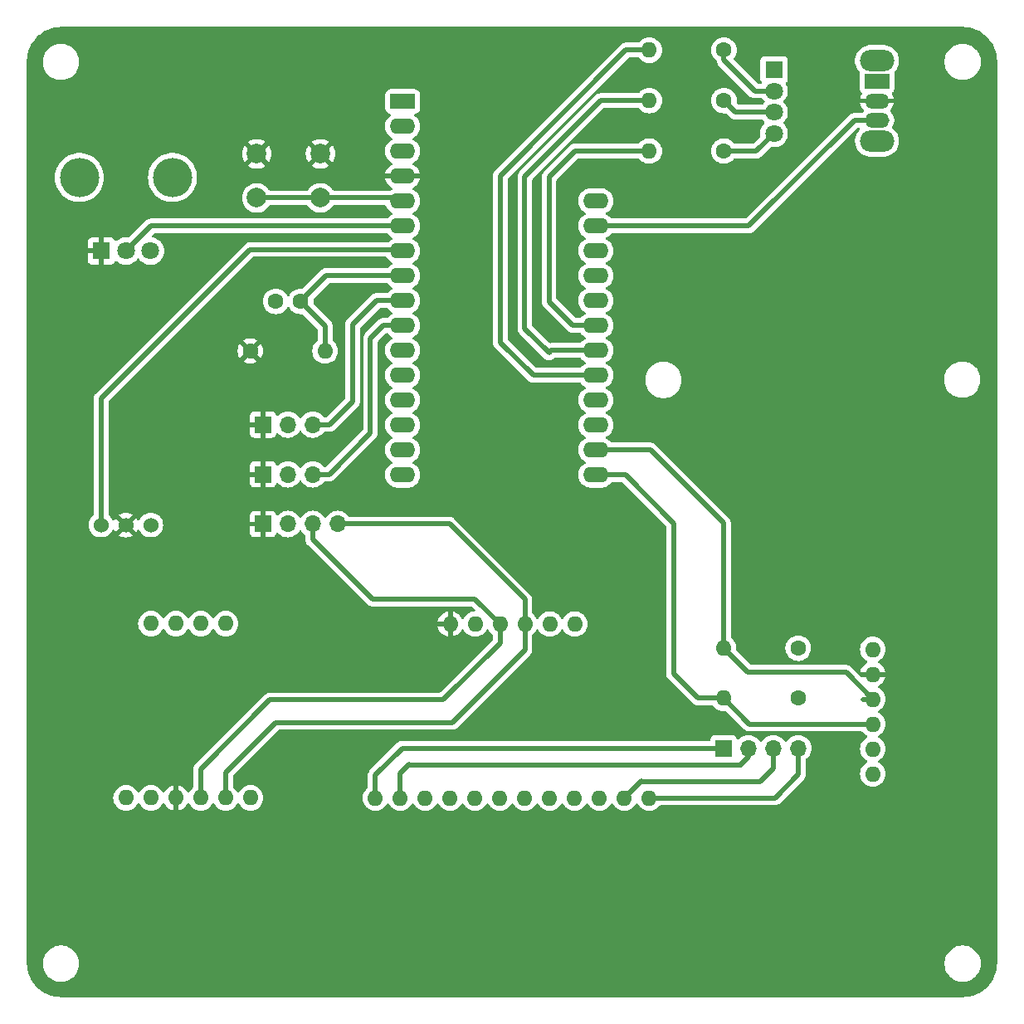
<source format=gbl>
G04 #@! TF.GenerationSoftware,KiCad,Pcbnew,8.0.8*
G04 #@! TF.CreationDate,2025-02-12T12:00:37+01:00*
G04 #@! TF.ProjectId,tesi,74657369-2e6b-4696-9361-645f70636258,rev?*
G04 #@! TF.SameCoordinates,Original*
G04 #@! TF.FileFunction,Copper,L2,Bot*
G04 #@! TF.FilePolarity,Positive*
%FSLAX46Y46*%
G04 Gerber Fmt 4.6, Leading zero omitted, Abs format (unit mm)*
G04 Created by KiCad (PCBNEW 8.0.8) date 2025-02-12 12:00:37*
%MOMM*%
%LPD*%
G01*
G04 APERTURE LIST*
G04 Aperture macros list*
%AMRoundRect*
0 Rectangle with rounded corners*
0 $1 Rounding radius*
0 $2 $3 $4 $5 $6 $7 $8 $9 X,Y pos of 4 corners*
0 Add a 4 corners polygon primitive as box body*
4,1,4,$2,$3,$4,$5,$6,$7,$8,$9,$2,$3,0*
0 Add four circle primitives for the rounded corners*
1,1,$1+$1,$2,$3*
1,1,$1+$1,$4,$5*
1,1,$1+$1,$6,$7*
1,1,$1+$1,$8,$9*
0 Add four rect primitives between the rounded corners*
20,1,$1+$1,$2,$3,$4,$5,0*
20,1,$1+$1,$4,$5,$6,$7,0*
20,1,$1+$1,$6,$7,$8,$9,0*
20,1,$1+$1,$8,$9,$2,$3,0*%
G04 Aperture macros list end*
G04 #@! TA.AperFunction,ComponentPad*
%ADD10C,1.600000*%
G04 #@! TD*
G04 #@! TA.AperFunction,ComponentPad*
%ADD11O,1.600000X1.600000*%
G04 #@! TD*
G04 #@! TA.AperFunction,ComponentPad*
%ADD12RoundRect,0.250000X-1.050000X-0.550000X1.050000X-0.550000X1.050000X0.550000X-1.050000X0.550000X0*%
G04 #@! TD*
G04 #@! TA.AperFunction,ComponentPad*
%ADD13O,2.600000X1.600000*%
G04 #@! TD*
G04 #@! TA.AperFunction,ComponentPad*
%ADD14O,3.500000X2.200000*%
G04 #@! TD*
G04 #@! TA.AperFunction,ComponentPad*
%ADD15R,2.500000X1.500000*%
G04 #@! TD*
G04 #@! TA.AperFunction,ComponentPad*
%ADD16O,2.500000X1.500000*%
G04 #@! TD*
G04 #@! TA.AperFunction,ComponentPad*
%ADD17R,1.700000X1.700000*%
G04 #@! TD*
G04 #@! TA.AperFunction,ComponentPad*
%ADD18O,1.700000X1.700000*%
G04 #@! TD*
G04 #@! TA.AperFunction,ComponentPad*
%ADD19C,1.524000*%
G04 #@! TD*
G04 #@! TA.AperFunction,ComponentPad*
%ADD20R,1.800000X1.800000*%
G04 #@! TD*
G04 #@! TA.AperFunction,ComponentPad*
%ADD21C,1.800000*%
G04 #@! TD*
G04 #@! TA.AperFunction,ComponentPad*
%ADD22C,2.000000*%
G04 #@! TD*
G04 #@! TA.AperFunction,ComponentPad*
%ADD23O,4.000000X4.000000*%
G04 #@! TD*
G04 #@! TA.AperFunction,Conductor*
%ADD24C,0.500000*%
G04 #@! TD*
G04 APERTURE END LIST*
D10*
X122283759Y-41140485D03*
D11*
X114663759Y-41140485D03*
D12*
X89503759Y-41240485D03*
D13*
X89503759Y-43780485D03*
X89503759Y-46320485D03*
X89503759Y-48860485D03*
X89503759Y-51400485D03*
X89503759Y-53940485D03*
X89503759Y-56480485D03*
X89503759Y-59020485D03*
X89503759Y-61560485D03*
X89503759Y-64100485D03*
X89503759Y-66640485D03*
X89503759Y-69180485D03*
X89503759Y-71720485D03*
X89503759Y-74260485D03*
X89503759Y-76800485D03*
X89503759Y-79340485D03*
X109223759Y-79340485D03*
X109223759Y-76800485D03*
X109223759Y-74260485D03*
X109223759Y-71720485D03*
X109223759Y-69180485D03*
X109223759Y-66640485D03*
X109223759Y-64100485D03*
X109223759Y-61560485D03*
X109223759Y-59020485D03*
X109223759Y-56480485D03*
X109223759Y-53940485D03*
X109223759Y-51400485D03*
D11*
X66365459Y-112289108D03*
X61285459Y-112289108D03*
X63825459Y-112289108D03*
X66365459Y-94509108D03*
X63825459Y-94509108D03*
X73985459Y-112289108D03*
X68905459Y-94509108D03*
X71445459Y-94509108D03*
X71445459Y-112289108D03*
X68905459Y-112289108D03*
D10*
X129856055Y-102119858D03*
D11*
X122236055Y-102119858D03*
X94363759Y-94550485D03*
X96903759Y-94550485D03*
X99443759Y-94550485D03*
X101983759Y-94550485D03*
X104523759Y-94550485D03*
X107063759Y-94550485D03*
X86723759Y-112300485D03*
X89263759Y-112300485D03*
X91803759Y-112300485D03*
X94343759Y-112300485D03*
X96883759Y-112300485D03*
X99423759Y-112300485D03*
X101963759Y-112300485D03*
X104503759Y-112300485D03*
X107043759Y-112300485D03*
X109583759Y-112300485D03*
X112123759Y-112300485D03*
X114663759Y-112300485D03*
D10*
X79098096Y-61630485D03*
X76558096Y-61630485D03*
D11*
X137473759Y-97140485D03*
X137473759Y-99680485D03*
X137473759Y-102220485D03*
X137473759Y-104760485D03*
X137473759Y-107300485D03*
X137473759Y-109840485D03*
D10*
X129866055Y-97019858D03*
D11*
X122246055Y-97019858D03*
D10*
X122283759Y-35990485D03*
D11*
X114663759Y-35990485D03*
D14*
X137903759Y-37070485D03*
X137903759Y-45270485D03*
D15*
X137903759Y-39170485D03*
D16*
X137903759Y-41170485D03*
X137903759Y-43170485D03*
D17*
X75253096Y-74199063D03*
D18*
X77793096Y-74199063D03*
X80333096Y-74199063D03*
D19*
X63803759Y-84440485D03*
X61263759Y-84440485D03*
X58723759Y-84440485D03*
D17*
X75253096Y-84349063D03*
D18*
X77793096Y-84349063D03*
X80333096Y-84349063D03*
X82873096Y-84349063D03*
D17*
X75253096Y-79274063D03*
D18*
X77793096Y-79274063D03*
X80333096Y-79274063D03*
D20*
X127403759Y-38005485D03*
D21*
X127403759Y-40164485D03*
X127403759Y-42323485D03*
X127403759Y-44482485D03*
D22*
X74623759Y-46570485D03*
X81123759Y-46570485D03*
X74623759Y-51070485D03*
X81123759Y-51070485D03*
D17*
X122238321Y-107214523D03*
D18*
X124778321Y-107214523D03*
X127318321Y-107214523D03*
X129858321Y-107214523D03*
D10*
X73968096Y-66690485D03*
D11*
X81588096Y-66690485D03*
D10*
X122283759Y-46290485D03*
D11*
X114663759Y-46290485D03*
D23*
X56523759Y-48990485D03*
X66023759Y-48990485D03*
D20*
X58773759Y-56490485D03*
D21*
X61273759Y-56490485D03*
X63773759Y-56490485D03*
D24*
X73933759Y-56330485D02*
X89053759Y-56330485D01*
X58723759Y-84440485D02*
X58723759Y-71540485D01*
X58723759Y-71540485D02*
X73933759Y-56330485D01*
X89053759Y-56330485D02*
X89203759Y-56480485D01*
X104683759Y-66640485D02*
X104443759Y-66880485D01*
X101973759Y-48900485D02*
X109733759Y-41140485D01*
X101973759Y-64410485D02*
X101973759Y-48900485D01*
X109523759Y-66640485D02*
X104683759Y-66640485D01*
X109733759Y-41140485D02*
X114663759Y-41140485D01*
X104443759Y-66880485D02*
X101973759Y-64410485D01*
X99463759Y-48820485D02*
X99463759Y-65820485D01*
X102823759Y-69180485D02*
X109523759Y-69180485D01*
X112293759Y-35990485D02*
X99463759Y-48820485D01*
X99463759Y-65820485D02*
X102823759Y-69180485D01*
X114663759Y-35990485D02*
X112293759Y-35990485D01*
X104433759Y-48950485D02*
X107093759Y-46290485D01*
X109523759Y-64100485D02*
X106873759Y-64100485D01*
X106873759Y-64100485D02*
X104433759Y-61660485D01*
X104433759Y-61660485D02*
X104433759Y-48950485D01*
X107093759Y-46290485D02*
X114663759Y-46290485D01*
X135593759Y-43170485D02*
X137903759Y-43170485D01*
X109523759Y-53940485D02*
X124823759Y-53940485D01*
X124823759Y-53940485D02*
X135593759Y-43170485D01*
X125447759Y-40164485D02*
X122283759Y-37000485D01*
X122283759Y-37000485D02*
X122283759Y-35990485D01*
X127403759Y-40164485D02*
X125447759Y-40164485D01*
X122283759Y-46290485D02*
X125595759Y-46290485D01*
X125595759Y-46290485D02*
X127403759Y-44482485D01*
X122236055Y-102119858D02*
X119643132Y-102119858D01*
X112223759Y-79340485D02*
X109523759Y-79340485D01*
X117173759Y-84290485D02*
X112223759Y-79340485D01*
X93673759Y-102290485D02*
X75973759Y-102290485D01*
X99443759Y-96520485D02*
X93673759Y-102290485D01*
X119643132Y-102119858D02*
X117173759Y-99650485D01*
X96883759Y-91990485D02*
X99443759Y-94550485D01*
X75973759Y-102290485D02*
X68905459Y-109358785D01*
X99443759Y-94550485D02*
X99443759Y-96520485D01*
X68905459Y-109358785D02*
X68905459Y-112289108D01*
X122236055Y-102119858D02*
X124876682Y-104760485D01*
X80339170Y-85905896D02*
X86423759Y-91990485D01*
X124876682Y-104760485D02*
X137473759Y-104760485D01*
X117173759Y-99650485D02*
X117173759Y-84290485D01*
X80339170Y-84349063D02*
X80339170Y-85905896D01*
X86423759Y-91990485D02*
X96883759Y-91990485D01*
X137473759Y-102220485D02*
X136503759Y-102220485D01*
X94573759Y-104590485D02*
X76573759Y-104590485D01*
X122246055Y-97019858D02*
X122246055Y-84262781D01*
X101983759Y-97180485D02*
X94573759Y-104590485D01*
X82879170Y-84349063D02*
X94282337Y-84349063D01*
X101983759Y-92050485D02*
X101983759Y-94550485D01*
X101983759Y-94550485D02*
X101983759Y-97180485D01*
X122246055Y-97019858D02*
X124716682Y-99490485D01*
X71445459Y-109718785D02*
X71445459Y-112289108D01*
X114783759Y-76800485D02*
X109523759Y-76800485D01*
X134743759Y-99490485D02*
X137473759Y-102220485D01*
X124716682Y-99490485D02*
X134743759Y-99490485D01*
X94282337Y-84349063D02*
X101983759Y-92050485D01*
X122246055Y-84262781D02*
X114783759Y-76800485D01*
X76573759Y-104590485D02*
X71445459Y-109718785D01*
X127403759Y-42323485D02*
X123466759Y-42323485D01*
X123466759Y-42323485D02*
X122283759Y-41140485D01*
X61273759Y-56490485D02*
X63823759Y-53940485D01*
X63823759Y-53940485D02*
X89203759Y-53940485D01*
X81588096Y-64120485D02*
X79098096Y-61630485D01*
X89203759Y-59020485D02*
X89173759Y-58990485D01*
X81738096Y-58990485D02*
X79098096Y-61630485D01*
X81588096Y-66690485D02*
X81588096Y-64120485D01*
X89173759Y-58990485D02*
X81738096Y-58990485D01*
X86723759Y-112300485D02*
X86723759Y-109940485D01*
X86723759Y-109940485D02*
X89449721Y-107214523D01*
X89449721Y-107214523D02*
X122238321Y-107214523D01*
X89263759Y-109800485D02*
X89263759Y-112300485D01*
X124778321Y-108135923D02*
X124027943Y-108886301D01*
X124778321Y-107214523D02*
X124778321Y-108135923D01*
X124027943Y-108909843D02*
X90177943Y-108909843D01*
X90177943Y-108886301D02*
X89263759Y-109800485D01*
X112123759Y-112300485D02*
X113903759Y-110520485D01*
X127318321Y-107214523D02*
X127318321Y-109305923D01*
X126019081Y-110605163D02*
X113903759Y-110605163D01*
X127318321Y-109305923D02*
X126019081Y-110605163D01*
X114663759Y-112300485D02*
X127473759Y-112300485D01*
X129858321Y-109915923D02*
X129858321Y-107214523D01*
X127473759Y-112300485D02*
X129858321Y-109915923D01*
X81123759Y-51070485D02*
X88873759Y-51070485D01*
X81123759Y-51070485D02*
X74623759Y-51070485D01*
X88873759Y-51070485D02*
X89203759Y-51400485D01*
X80333096Y-74199063D02*
X82035181Y-74199063D01*
X82035181Y-74199063D02*
X84393759Y-71840485D01*
X84393759Y-71840485D02*
X84393759Y-64010485D01*
X86843759Y-61560485D02*
X89203759Y-61560485D01*
X84393759Y-64010485D02*
X86843759Y-61560485D01*
X86223759Y-65410485D02*
X87533759Y-64100485D01*
X86223759Y-75064474D02*
X86223759Y-73840485D01*
X86223759Y-73840485D02*
X86223759Y-65410485D01*
X87533759Y-64100485D02*
X89203759Y-64100485D01*
X80339170Y-79274063D02*
X82014170Y-79274063D01*
X82014170Y-79274063D02*
X86223759Y-75064474D01*
G04 #@! TA.AperFunction,Conductor*
G36*
X146664363Y-33624581D02*
G01*
X146998262Y-33640987D01*
X147010368Y-33642179D01*
X147338042Y-33690787D01*
X147349941Y-33693154D01*
X147671295Y-33773650D01*
X147682908Y-33777174D01*
X147994807Y-33888774D01*
X148006021Y-33893419D01*
X148305488Y-34035057D01*
X148316213Y-34040790D01*
X148600294Y-34211062D01*
X148600328Y-34211082D01*
X148610443Y-34217840D01*
X148876506Y-34415165D01*
X148885905Y-34422878D01*
X149131352Y-34645338D01*
X149139942Y-34653928D01*
X149168120Y-34685017D01*
X149362400Y-34899369D01*
X149370120Y-34908776D01*
X149567436Y-35174824D01*
X149574197Y-35184941D01*
X149744499Y-35469065D01*
X149750235Y-35479797D01*
X149887168Y-35769312D01*
X149891859Y-35779229D01*
X149896516Y-35790472D01*
X150008114Y-36102359D01*
X150011646Y-36114003D01*
X150092132Y-36435303D01*
X150094507Y-36447238D01*
X150143116Y-36774902D01*
X150144309Y-36787011D01*
X150160686Y-37120237D01*
X150160835Y-37126324D01*
X150160835Y-129120878D01*
X150160685Y-129126966D01*
X150144272Y-129460839D01*
X150143079Y-129472949D01*
X150094468Y-129800603D01*
X150092094Y-129812537D01*
X150011603Y-130133842D01*
X150008071Y-130145487D01*
X149896469Y-130457375D01*
X149891812Y-130468617D01*
X149750188Y-130768043D01*
X149744452Y-130778774D01*
X149574152Y-131062897D01*
X149567391Y-131073014D01*
X149370076Y-131339060D01*
X149362357Y-131348466D01*
X149139908Y-131593901D01*
X149131303Y-131602506D01*
X148885868Y-131824955D01*
X148876462Y-131832674D01*
X148610416Y-132029989D01*
X148600299Y-132036750D01*
X148316176Y-132207051D01*
X148305445Y-132212787D01*
X148006019Y-132354411D01*
X147994777Y-132359068D01*
X147682890Y-132470670D01*
X147671245Y-132474202D01*
X147349939Y-132554693D01*
X147338005Y-132557067D01*
X147010351Y-132605679D01*
X146998241Y-132606872D01*
X146664430Y-132623282D01*
X146658342Y-132623432D01*
X54734833Y-132623432D01*
X54734817Y-132623431D01*
X54664379Y-132623431D01*
X54658296Y-132623282D01*
X54324403Y-132606882D01*
X54312292Y-132605689D01*
X53984639Y-132557088D01*
X53972704Y-132554714D01*
X53651395Y-132474233D01*
X53639750Y-132470701D01*
X53327868Y-132359109D01*
X53316625Y-132354452D01*
X53017182Y-132212827D01*
X53006455Y-132207092D01*
X52722346Y-132036804D01*
X52712228Y-132030043D01*
X52446171Y-131832720D01*
X52436764Y-131825001D01*
X52191326Y-131602548D01*
X52182722Y-131593943D01*
X51960280Y-131348514D01*
X51952560Y-131339107D01*
X51952525Y-131339060D01*
X51755244Y-131073053D01*
X51748484Y-131062937D01*
X51683781Y-130954984D01*
X51578188Y-130778808D01*
X51572456Y-130768084D01*
X51559584Y-130740868D01*
X51430836Y-130468647D01*
X51426180Y-130457405D01*
X51314591Y-130145523D01*
X51311059Y-130133878D01*
X51230579Y-129812568D01*
X51228205Y-129800633D01*
X51227374Y-129795032D01*
X51179606Y-129472975D01*
X51178414Y-129460869D01*
X51165109Y-129189943D01*
X51161983Y-129126292D01*
X51161835Y-129120230D01*
X51161836Y-129077643D01*
X52789235Y-129077643D01*
X52789235Y-129320220D01*
X52820896Y-129560717D01*
X52883682Y-129795036D01*
X52976508Y-130019137D01*
X52976511Y-130019144D01*
X53097799Y-130229221D01*
X53097801Y-130229224D01*
X53097802Y-130229225D01*
X53245468Y-130421668D01*
X53245474Y-130421675D01*
X53416991Y-130593192D01*
X53416997Y-130593197D01*
X53609446Y-130740868D01*
X53819523Y-130862156D01*
X54043635Y-130954986D01*
X54277946Y-131017770D01*
X54458321Y-131041516D01*
X54518446Y-131049432D01*
X54518447Y-131049432D01*
X54761024Y-131049432D01*
X54809123Y-131043099D01*
X55001524Y-131017770D01*
X55235835Y-130954986D01*
X55459947Y-130862156D01*
X55670024Y-130740868D01*
X55862473Y-130593197D01*
X56034000Y-130421670D01*
X56181671Y-130229221D01*
X56302959Y-130019144D01*
X56395789Y-129795032D01*
X56458573Y-129560721D01*
X56490235Y-129320220D01*
X56490235Y-129077644D01*
X56490235Y-129077643D01*
X144789235Y-129077643D01*
X144789235Y-129320220D01*
X144820896Y-129560717D01*
X144883682Y-129795036D01*
X144976508Y-130019137D01*
X144976511Y-130019144D01*
X145097799Y-130229221D01*
X145097801Y-130229224D01*
X145097802Y-130229225D01*
X145245468Y-130421668D01*
X145245474Y-130421675D01*
X145416991Y-130593192D01*
X145416997Y-130593197D01*
X145609446Y-130740868D01*
X145819523Y-130862156D01*
X146043635Y-130954986D01*
X146277946Y-131017770D01*
X146458321Y-131041516D01*
X146518446Y-131049432D01*
X146518447Y-131049432D01*
X146761024Y-131049432D01*
X146809123Y-131043099D01*
X147001524Y-131017770D01*
X147235835Y-130954986D01*
X147459947Y-130862156D01*
X147670024Y-130740868D01*
X147862473Y-130593197D01*
X148034000Y-130421670D01*
X148181671Y-130229221D01*
X148302959Y-130019144D01*
X148395789Y-129795032D01*
X148458573Y-129560721D01*
X148490235Y-129320220D01*
X148490235Y-129077644D01*
X148458573Y-128837143D01*
X148395789Y-128602832D01*
X148302959Y-128378720D01*
X148181671Y-128168643D01*
X148034000Y-127976194D01*
X148033995Y-127976188D01*
X147862478Y-127804671D01*
X147862471Y-127804665D01*
X147670028Y-127656999D01*
X147670027Y-127656998D01*
X147670024Y-127656996D01*
X147459947Y-127535708D01*
X147459940Y-127535705D01*
X147235839Y-127442879D01*
X147001520Y-127380093D01*
X146761024Y-127348432D01*
X146761023Y-127348432D01*
X146518447Y-127348432D01*
X146518446Y-127348432D01*
X146277949Y-127380093D01*
X146043630Y-127442879D01*
X145819529Y-127535705D01*
X145819520Y-127535709D01*
X145609441Y-127656999D01*
X145416998Y-127804665D01*
X145416991Y-127804671D01*
X145245474Y-127976188D01*
X145245468Y-127976195D01*
X145097802Y-128168638D01*
X144976512Y-128378717D01*
X144976508Y-128378726D01*
X144883682Y-128602827D01*
X144820896Y-128837146D01*
X144789235Y-129077643D01*
X56490235Y-129077643D01*
X56458573Y-128837143D01*
X56395789Y-128602832D01*
X56302959Y-128378720D01*
X56181671Y-128168643D01*
X56034000Y-127976194D01*
X56033995Y-127976188D01*
X55862478Y-127804671D01*
X55862471Y-127804665D01*
X55670028Y-127656999D01*
X55670027Y-127656998D01*
X55670024Y-127656996D01*
X55459947Y-127535708D01*
X55459940Y-127535705D01*
X55235839Y-127442879D01*
X55001520Y-127380093D01*
X54761024Y-127348432D01*
X54761023Y-127348432D01*
X54518447Y-127348432D01*
X54518446Y-127348432D01*
X54277949Y-127380093D01*
X54043630Y-127442879D01*
X53819529Y-127535705D01*
X53819520Y-127535709D01*
X53609441Y-127656999D01*
X53416998Y-127804665D01*
X53416991Y-127804671D01*
X53245474Y-127976188D01*
X53245468Y-127976195D01*
X53097802Y-128168638D01*
X52976512Y-128378717D01*
X52976508Y-128378726D01*
X52883682Y-128602827D01*
X52820896Y-128837146D01*
X52789235Y-129077643D01*
X51161836Y-129077643D01*
X51161836Y-129058048D01*
X51161835Y-129058044D01*
X51161835Y-112289106D01*
X59979991Y-112289106D01*
X59979991Y-112289109D01*
X59999823Y-112515794D01*
X59999825Y-112515805D01*
X60058717Y-112735596D01*
X60058720Y-112735605D01*
X60154890Y-112941840D01*
X60154891Y-112941842D01*
X60285413Y-113128249D01*
X60446317Y-113289153D01*
X60446320Y-113289155D01*
X60632725Y-113419676D01*
X60838963Y-113515847D01*
X61058767Y-113574743D01*
X61220689Y-113588909D01*
X61285457Y-113594576D01*
X61285459Y-113594576D01*
X61285461Y-113594576D01*
X61342132Y-113589617D01*
X61512151Y-113574743D01*
X61731955Y-113515847D01*
X61938193Y-113419676D01*
X62124598Y-113289155D01*
X62285506Y-113128247D01*
X62416027Y-112941842D01*
X62443077Y-112883832D01*
X62489249Y-112831393D01*
X62556442Y-112812241D01*
X62623324Y-112832456D01*
X62667841Y-112883833D01*
X62694888Y-112941836D01*
X62694891Y-112941842D01*
X62825413Y-113128249D01*
X62986317Y-113289153D01*
X62986320Y-113289155D01*
X63172725Y-113419676D01*
X63378963Y-113515847D01*
X63598767Y-113574743D01*
X63760689Y-113588909D01*
X63825457Y-113594576D01*
X63825459Y-113594576D01*
X63825461Y-113594576D01*
X63882132Y-113589617D01*
X64052151Y-113574743D01*
X64271955Y-113515847D01*
X64478193Y-113419676D01*
X64664598Y-113289155D01*
X64825506Y-113128247D01*
X64956027Y-112941842D01*
X64983354Y-112883237D01*
X65029523Y-112830803D01*
X65096716Y-112811650D01*
X65163598Y-112831865D01*
X65208116Y-112883241D01*
X65235324Y-112941590D01*
X65365801Y-113127928D01*
X65526638Y-113288765D01*
X65712976Y-113419242D01*
X65919132Y-113515373D01*
X65919141Y-113515377D01*
X66115458Y-113567980D01*
X66115459Y-113567979D01*
X66115459Y-112722120D01*
X66172466Y-112755033D01*
X66299633Y-112789108D01*
X66431285Y-112789108D01*
X66558452Y-112755033D01*
X66615459Y-112722120D01*
X66615459Y-113567980D01*
X66811776Y-113515377D01*
X66811785Y-113515373D01*
X67017941Y-113419242D01*
X67204279Y-113288765D01*
X67365116Y-113127928D01*
X67495591Y-112941592D01*
X67522800Y-112883242D01*
X67568972Y-112830803D01*
X67636166Y-112811650D01*
X67703047Y-112831865D01*
X67747565Y-112883241D01*
X67774890Y-112941840D01*
X67774891Y-112941842D01*
X67905413Y-113128249D01*
X68066317Y-113289153D01*
X68066320Y-113289155D01*
X68252725Y-113419676D01*
X68458963Y-113515847D01*
X68678767Y-113574743D01*
X68840689Y-113588909D01*
X68905457Y-113594576D01*
X68905459Y-113594576D01*
X68905461Y-113594576D01*
X68962132Y-113589617D01*
X69132151Y-113574743D01*
X69351955Y-113515847D01*
X69558193Y-113419676D01*
X69744598Y-113289155D01*
X69905506Y-113128247D01*
X70036027Y-112941842D01*
X70063077Y-112883832D01*
X70109249Y-112831393D01*
X70176442Y-112812241D01*
X70243324Y-112832456D01*
X70287841Y-112883833D01*
X70314888Y-112941836D01*
X70314891Y-112941842D01*
X70445413Y-113128249D01*
X70606317Y-113289153D01*
X70606320Y-113289155D01*
X70792725Y-113419676D01*
X70998963Y-113515847D01*
X71218767Y-113574743D01*
X71380689Y-113588909D01*
X71445457Y-113594576D01*
X71445459Y-113594576D01*
X71445461Y-113594576D01*
X71502132Y-113589617D01*
X71672151Y-113574743D01*
X71891955Y-113515847D01*
X72098193Y-113419676D01*
X72284598Y-113289155D01*
X72445506Y-113128247D01*
X72576027Y-112941842D01*
X72603077Y-112883832D01*
X72649249Y-112831393D01*
X72716442Y-112812241D01*
X72783324Y-112832456D01*
X72827841Y-112883833D01*
X72854888Y-112941836D01*
X72854891Y-112941842D01*
X72985413Y-113128249D01*
X73146317Y-113289153D01*
X73146320Y-113289155D01*
X73332725Y-113419676D01*
X73538963Y-113515847D01*
X73758767Y-113574743D01*
X73920689Y-113588909D01*
X73985457Y-113594576D01*
X73985459Y-113594576D01*
X73985461Y-113594576D01*
X74042132Y-113589617D01*
X74212151Y-113574743D01*
X74431955Y-113515847D01*
X74638193Y-113419676D01*
X74824598Y-113289155D01*
X74985506Y-113128247D01*
X75116027Y-112941842D01*
X75212198Y-112735604D01*
X75271094Y-112515800D01*
X75289932Y-112300483D01*
X85418291Y-112300483D01*
X85418291Y-112300486D01*
X85438123Y-112527171D01*
X85438125Y-112527182D01*
X85497017Y-112746973D01*
X85497020Y-112746982D01*
X85593190Y-112953217D01*
X85593191Y-112953219D01*
X85723713Y-113139626D01*
X85884617Y-113300530D01*
X85884620Y-113300532D01*
X86071025Y-113431053D01*
X86277263Y-113527224D01*
X86497067Y-113586120D01*
X86658989Y-113600286D01*
X86723757Y-113605953D01*
X86723759Y-113605953D01*
X86723761Y-113605953D01*
X86780432Y-113600994D01*
X86950451Y-113586120D01*
X87170255Y-113527224D01*
X87376493Y-113431053D01*
X87562898Y-113300532D01*
X87723806Y-113139624D01*
X87854327Y-112953219D01*
X87881377Y-112895209D01*
X87927549Y-112842770D01*
X87994742Y-112823618D01*
X88061624Y-112843833D01*
X88106141Y-112895210D01*
X88133188Y-112953213D01*
X88133191Y-112953219D01*
X88263713Y-113139626D01*
X88424617Y-113300530D01*
X88424620Y-113300532D01*
X88611025Y-113431053D01*
X88817263Y-113527224D01*
X89037067Y-113586120D01*
X89198989Y-113600286D01*
X89263757Y-113605953D01*
X89263759Y-113605953D01*
X89263761Y-113605953D01*
X89320432Y-113600994D01*
X89490451Y-113586120D01*
X89710255Y-113527224D01*
X89916493Y-113431053D01*
X90102898Y-113300532D01*
X90263806Y-113139624D01*
X90394327Y-112953219D01*
X90421377Y-112895209D01*
X90467549Y-112842770D01*
X90534742Y-112823618D01*
X90601624Y-112843833D01*
X90646141Y-112895210D01*
X90673188Y-112953213D01*
X90673191Y-112953219D01*
X90803713Y-113139626D01*
X90964617Y-113300530D01*
X90964620Y-113300532D01*
X91151025Y-113431053D01*
X91357263Y-113527224D01*
X91577067Y-113586120D01*
X91738989Y-113600286D01*
X91803757Y-113605953D01*
X91803759Y-113605953D01*
X91803761Y-113605953D01*
X91860432Y-113600994D01*
X92030451Y-113586120D01*
X92250255Y-113527224D01*
X92456493Y-113431053D01*
X92642898Y-113300532D01*
X92803806Y-113139624D01*
X92934327Y-112953219D01*
X92961377Y-112895209D01*
X93007549Y-112842770D01*
X93074742Y-112823618D01*
X93141624Y-112843833D01*
X93186141Y-112895210D01*
X93213188Y-112953213D01*
X93213191Y-112953219D01*
X93343713Y-113139626D01*
X93504617Y-113300530D01*
X93504620Y-113300532D01*
X93691025Y-113431053D01*
X93897263Y-113527224D01*
X94117067Y-113586120D01*
X94278989Y-113600286D01*
X94343757Y-113605953D01*
X94343759Y-113605953D01*
X94343761Y-113605953D01*
X94400432Y-113600994D01*
X94570451Y-113586120D01*
X94790255Y-113527224D01*
X94996493Y-113431053D01*
X95182898Y-113300532D01*
X95343806Y-113139624D01*
X95474327Y-112953219D01*
X95501377Y-112895209D01*
X95547549Y-112842770D01*
X95614742Y-112823618D01*
X95681624Y-112843833D01*
X95726141Y-112895210D01*
X95753188Y-112953213D01*
X95753191Y-112953219D01*
X95883713Y-113139626D01*
X96044617Y-113300530D01*
X96044620Y-113300532D01*
X96231025Y-113431053D01*
X96437263Y-113527224D01*
X96657067Y-113586120D01*
X96818989Y-113600286D01*
X96883757Y-113605953D01*
X96883759Y-113605953D01*
X96883761Y-113605953D01*
X96940432Y-113600994D01*
X97110451Y-113586120D01*
X97330255Y-113527224D01*
X97536493Y-113431053D01*
X97722898Y-113300532D01*
X97883806Y-113139624D01*
X98014327Y-112953219D01*
X98041377Y-112895209D01*
X98087549Y-112842770D01*
X98154742Y-112823618D01*
X98221624Y-112843833D01*
X98266141Y-112895210D01*
X98293188Y-112953213D01*
X98293191Y-112953219D01*
X98423713Y-113139626D01*
X98584617Y-113300530D01*
X98584620Y-113300532D01*
X98771025Y-113431053D01*
X98977263Y-113527224D01*
X99197067Y-113586120D01*
X99358989Y-113600286D01*
X99423757Y-113605953D01*
X99423759Y-113605953D01*
X99423761Y-113605953D01*
X99480432Y-113600994D01*
X99650451Y-113586120D01*
X99870255Y-113527224D01*
X100076493Y-113431053D01*
X100262898Y-113300532D01*
X100423806Y-113139624D01*
X100554327Y-112953219D01*
X100581377Y-112895209D01*
X100627549Y-112842770D01*
X100694742Y-112823618D01*
X100761624Y-112843833D01*
X100806141Y-112895210D01*
X100833188Y-112953213D01*
X100833191Y-112953219D01*
X100963713Y-113139626D01*
X101124617Y-113300530D01*
X101124620Y-113300532D01*
X101311025Y-113431053D01*
X101517263Y-113527224D01*
X101737067Y-113586120D01*
X101898989Y-113600286D01*
X101963757Y-113605953D01*
X101963759Y-113605953D01*
X101963761Y-113605953D01*
X102020432Y-113600994D01*
X102190451Y-113586120D01*
X102410255Y-113527224D01*
X102616493Y-113431053D01*
X102802898Y-113300532D01*
X102963806Y-113139624D01*
X103094327Y-112953219D01*
X103121377Y-112895209D01*
X103167549Y-112842770D01*
X103234742Y-112823618D01*
X103301624Y-112843833D01*
X103346141Y-112895210D01*
X103373188Y-112953213D01*
X103373191Y-112953219D01*
X103503713Y-113139626D01*
X103664617Y-113300530D01*
X103664620Y-113300532D01*
X103851025Y-113431053D01*
X104057263Y-113527224D01*
X104277067Y-113586120D01*
X104438989Y-113600286D01*
X104503757Y-113605953D01*
X104503759Y-113605953D01*
X104503761Y-113605953D01*
X104560432Y-113600994D01*
X104730451Y-113586120D01*
X104950255Y-113527224D01*
X105156493Y-113431053D01*
X105342898Y-113300532D01*
X105503806Y-113139624D01*
X105634327Y-112953219D01*
X105661377Y-112895209D01*
X105707549Y-112842770D01*
X105774742Y-112823618D01*
X105841624Y-112843833D01*
X105886141Y-112895210D01*
X105913188Y-112953213D01*
X105913191Y-112953219D01*
X106043713Y-113139626D01*
X106204617Y-113300530D01*
X106204620Y-113300532D01*
X106391025Y-113431053D01*
X106597263Y-113527224D01*
X106817067Y-113586120D01*
X106978989Y-113600286D01*
X107043757Y-113605953D01*
X107043759Y-113605953D01*
X107043761Y-113605953D01*
X107100432Y-113600994D01*
X107270451Y-113586120D01*
X107490255Y-113527224D01*
X107696493Y-113431053D01*
X107882898Y-113300532D01*
X108043806Y-113139624D01*
X108174327Y-112953219D01*
X108201377Y-112895209D01*
X108247549Y-112842770D01*
X108314742Y-112823618D01*
X108381624Y-112843833D01*
X108426141Y-112895210D01*
X108453188Y-112953213D01*
X108453191Y-112953219D01*
X108583713Y-113139626D01*
X108744617Y-113300530D01*
X108744620Y-113300532D01*
X108931025Y-113431053D01*
X109137263Y-113527224D01*
X109357067Y-113586120D01*
X109518989Y-113600286D01*
X109583757Y-113605953D01*
X109583759Y-113605953D01*
X109583761Y-113605953D01*
X109640432Y-113600994D01*
X109810451Y-113586120D01*
X110030255Y-113527224D01*
X110236493Y-113431053D01*
X110422898Y-113300532D01*
X110583806Y-113139624D01*
X110714327Y-112953219D01*
X110741377Y-112895209D01*
X110787549Y-112842770D01*
X110854742Y-112823618D01*
X110921624Y-112843833D01*
X110966141Y-112895210D01*
X110993188Y-112953213D01*
X110993191Y-112953219D01*
X111123713Y-113139626D01*
X111284617Y-113300530D01*
X111284620Y-113300532D01*
X111471025Y-113431053D01*
X111677263Y-113527224D01*
X111897067Y-113586120D01*
X112058989Y-113600286D01*
X112123757Y-113605953D01*
X112123759Y-113605953D01*
X112123761Y-113605953D01*
X112180432Y-113600994D01*
X112350451Y-113586120D01*
X112570255Y-113527224D01*
X112776493Y-113431053D01*
X112962898Y-113300532D01*
X113123806Y-113139624D01*
X113254327Y-112953219D01*
X113281377Y-112895209D01*
X113327549Y-112842770D01*
X113394742Y-112823618D01*
X113461624Y-112843833D01*
X113506141Y-112895210D01*
X113533188Y-112953213D01*
X113533191Y-112953219D01*
X113663713Y-113139626D01*
X113824617Y-113300530D01*
X113824620Y-113300532D01*
X114011025Y-113431053D01*
X114217263Y-113527224D01*
X114437067Y-113586120D01*
X114598989Y-113600286D01*
X114663757Y-113605953D01*
X114663759Y-113605953D01*
X114663761Y-113605953D01*
X114720432Y-113600994D01*
X114890451Y-113586120D01*
X115110255Y-113527224D01*
X115316493Y-113431053D01*
X115502898Y-113300532D01*
X115663806Y-113139624D01*
X115688847Y-113103862D01*
X115743424Y-113060237D01*
X115790422Y-113050985D01*
X127547679Y-113050985D01*
X127645221Y-113031581D01*
X127692672Y-113022143D01*
X127829254Y-112965569D01*
X127878488Y-112932671D01*
X127952175Y-112883437D01*
X130441273Y-110394339D01*
X130494686Y-110314399D01*
X130523405Y-110271418D01*
X130579979Y-110134836D01*
X130600902Y-110029652D01*
X130608821Y-109989843D01*
X130608821Y-108402223D01*
X130628506Y-108335184D01*
X130661696Y-108300649D01*
X130729722Y-108253018D01*
X130896816Y-108085924D01*
X131032356Y-107892353D01*
X131132224Y-107678186D01*
X131193384Y-107449931D01*
X131213980Y-107214523D01*
X131193384Y-106979115D01*
X131132224Y-106750860D01*
X131032356Y-106536694D01*
X131026746Y-106528681D01*
X130896815Y-106343120D01*
X130729723Y-106176029D01*
X130729716Y-106176024D01*
X130720994Y-106169917D01*
X130652839Y-106122194D01*
X130536155Y-106040490D01*
X130536151Y-106040488D01*
X130516810Y-106031469D01*
X130321984Y-105940620D01*
X130321980Y-105940619D01*
X130321976Y-105940617D01*
X130093734Y-105879461D01*
X130093724Y-105879459D01*
X129858322Y-105858864D01*
X129858320Y-105858864D01*
X129622917Y-105879459D01*
X129622907Y-105879461D01*
X129394665Y-105940617D01*
X129394656Y-105940621D01*
X129180492Y-106040487D01*
X129180490Y-106040488D01*
X128986918Y-106176028D01*
X128819826Y-106343120D01*
X128689896Y-106528681D01*
X128635319Y-106572306D01*
X128565821Y-106579500D01*
X128503466Y-106547977D01*
X128486746Y-106528681D01*
X128356815Y-106343120D01*
X128189723Y-106176029D01*
X128189716Y-106176024D01*
X128180994Y-106169917D01*
X128112839Y-106122194D01*
X127996155Y-106040490D01*
X127996151Y-106040488D01*
X127976810Y-106031469D01*
X127781984Y-105940620D01*
X127781980Y-105940619D01*
X127781976Y-105940617D01*
X127553734Y-105879461D01*
X127553724Y-105879459D01*
X127318322Y-105858864D01*
X127318320Y-105858864D01*
X127082917Y-105879459D01*
X127082907Y-105879461D01*
X126854665Y-105940617D01*
X126854656Y-105940621D01*
X126640492Y-106040487D01*
X126640490Y-106040488D01*
X126446918Y-106176028D01*
X126279826Y-106343120D01*
X126149896Y-106528681D01*
X126095319Y-106572306D01*
X126025821Y-106579500D01*
X125963466Y-106547977D01*
X125946746Y-106528681D01*
X125816815Y-106343120D01*
X125649723Y-106176029D01*
X125649716Y-106176024D01*
X125640994Y-106169917D01*
X125572839Y-106122194D01*
X125456155Y-106040490D01*
X125456151Y-106040488D01*
X125436810Y-106031469D01*
X125241984Y-105940620D01*
X125241980Y-105940619D01*
X125241976Y-105940617D01*
X125013734Y-105879461D01*
X125013724Y-105879459D01*
X124778322Y-105858864D01*
X124778320Y-105858864D01*
X124542917Y-105879459D01*
X124542907Y-105879461D01*
X124314665Y-105940617D01*
X124314656Y-105940621D01*
X124100492Y-106040487D01*
X124100490Y-106040488D01*
X123906921Y-106176026D01*
X123784994Y-106297953D01*
X123723671Y-106331437D01*
X123653979Y-106326453D01*
X123598046Y-106284581D01*
X123581131Y-106253604D01*
X123532118Y-106122194D01*
X123532114Y-106122187D01*
X123445868Y-106006978D01*
X123445865Y-106006975D01*
X123330656Y-105920729D01*
X123330649Y-105920725D01*
X123195803Y-105870431D01*
X123195804Y-105870431D01*
X123136204Y-105864024D01*
X123136202Y-105864023D01*
X123136194Y-105864023D01*
X123136185Y-105864023D01*
X121340450Y-105864023D01*
X121340444Y-105864024D01*
X121280837Y-105870431D01*
X121145992Y-105920725D01*
X121145985Y-105920729D01*
X121030776Y-106006975D01*
X121030773Y-106006978D01*
X120944527Y-106122187D01*
X120944523Y-106122194D01*
X120894229Y-106257040D01*
X120887822Y-106316639D01*
X120887821Y-106316658D01*
X120887821Y-106340023D01*
X120868136Y-106407062D01*
X120815332Y-106452817D01*
X120763821Y-106464023D01*
X89375801Y-106464023D01*
X89230813Y-106492863D01*
X89230803Y-106492866D01*
X89094232Y-106549435D01*
X89094219Y-106549442D01*
X88971305Y-106631571D01*
X88971301Y-106631574D01*
X86140809Y-109462065D01*
X86140803Y-109462073D01*
X86091571Y-109535753D01*
X86091572Y-109535754D01*
X86058680Y-109584981D01*
X86058673Y-109584993D01*
X86002101Y-109721571D01*
X86002099Y-109721577D01*
X85973259Y-109866564D01*
X85973259Y-111173821D01*
X85953574Y-111240860D01*
X85920384Y-111275395D01*
X85884622Y-111300436D01*
X85723710Y-111461347D01*
X85593191Y-111647750D01*
X85593190Y-111647752D01*
X85497020Y-111853987D01*
X85497017Y-111853996D01*
X85438125Y-112073787D01*
X85438123Y-112073798D01*
X85418291Y-112300483D01*
X75289932Y-112300483D01*
X75290927Y-112289108D01*
X75271094Y-112062416D01*
X75215248Y-111853996D01*
X75212200Y-111842619D01*
X75212197Y-111842610D01*
X75203138Y-111823183D01*
X75116027Y-111636374D01*
X74985506Y-111449969D01*
X74985504Y-111449966D01*
X74824600Y-111289062D01*
X74638193Y-111158540D01*
X74638191Y-111158539D01*
X74431956Y-111062369D01*
X74431947Y-111062366D01*
X74212156Y-111003474D01*
X74212152Y-111003473D01*
X74212151Y-111003473D01*
X74212150Y-111003472D01*
X74212145Y-111003472D01*
X73985461Y-110983640D01*
X73985457Y-110983640D01*
X73758772Y-111003472D01*
X73758761Y-111003474D01*
X73538970Y-111062366D01*
X73538961Y-111062369D01*
X73332726Y-111158539D01*
X73332724Y-111158540D01*
X73146317Y-111289062D01*
X72985413Y-111449966D01*
X72854891Y-111636373D01*
X72854890Y-111636375D01*
X72827841Y-111694383D01*
X72781668Y-111746822D01*
X72714475Y-111765974D01*
X72647594Y-111745758D01*
X72603077Y-111694383D01*
X72576027Y-111636374D01*
X72490107Y-111513666D01*
X72445507Y-111449970D01*
X72403875Y-111408338D01*
X72284598Y-111289061D01*
X72265081Y-111275395D01*
X72248834Y-111264018D01*
X72205210Y-111209440D01*
X72195959Y-111162444D01*
X72195959Y-110081014D01*
X72215644Y-110013975D01*
X72232278Y-109993333D01*
X76848307Y-105377304D01*
X76909630Y-105343819D01*
X76935988Y-105340985D01*
X94647679Y-105340985D01*
X94745221Y-105321581D01*
X94792672Y-105312143D01*
X94929254Y-105255569D01*
X94978488Y-105222671D01*
X95052175Y-105173437D01*
X102566710Y-97658901D01*
X102648843Y-97535980D01*
X102705417Y-97399398D01*
X102711826Y-97367177D01*
X102734259Y-97254403D01*
X102734259Y-95677147D01*
X102753944Y-95610108D01*
X102787138Y-95575571D01*
X102822899Y-95550531D01*
X102983804Y-95389626D01*
X102983806Y-95389624D01*
X103114327Y-95203219D01*
X103141377Y-95145209D01*
X103187549Y-95092770D01*
X103254742Y-95073618D01*
X103321624Y-95093833D01*
X103366140Y-95145209D01*
X103380276Y-95175523D01*
X103393188Y-95203213D01*
X103393191Y-95203219D01*
X103523713Y-95389626D01*
X103684617Y-95550530D01*
X103684620Y-95550532D01*
X103871025Y-95681053D01*
X104077263Y-95777224D01*
X104297067Y-95836120D01*
X104458989Y-95850286D01*
X104523757Y-95855953D01*
X104523759Y-95855953D01*
X104523761Y-95855953D01*
X104580432Y-95850994D01*
X104750451Y-95836120D01*
X104970255Y-95777224D01*
X105176493Y-95681053D01*
X105362898Y-95550532D01*
X105523806Y-95389624D01*
X105654327Y-95203219D01*
X105681377Y-95145209D01*
X105727549Y-95092770D01*
X105794742Y-95073618D01*
X105861624Y-95093833D01*
X105906140Y-95145209D01*
X105920276Y-95175523D01*
X105933188Y-95203213D01*
X105933191Y-95203219D01*
X106063713Y-95389626D01*
X106224617Y-95550530D01*
X106224620Y-95550532D01*
X106411025Y-95681053D01*
X106617263Y-95777224D01*
X106837067Y-95836120D01*
X106998989Y-95850286D01*
X107063757Y-95855953D01*
X107063759Y-95855953D01*
X107063761Y-95855953D01*
X107120432Y-95850994D01*
X107290451Y-95836120D01*
X107510255Y-95777224D01*
X107716493Y-95681053D01*
X107902898Y-95550532D01*
X108063806Y-95389624D01*
X108194327Y-95203219D01*
X108290498Y-94996981D01*
X108349394Y-94777177D01*
X108369227Y-94550485D01*
X108349394Y-94323793D01*
X108290498Y-94103989D01*
X108194327Y-93897751D01*
X108063806Y-93711346D01*
X108063804Y-93711343D01*
X107902900Y-93550439D01*
X107716493Y-93419917D01*
X107716491Y-93419916D01*
X107510256Y-93323746D01*
X107510247Y-93323743D01*
X107290456Y-93264851D01*
X107290452Y-93264850D01*
X107290451Y-93264850D01*
X107290450Y-93264849D01*
X107290445Y-93264849D01*
X107063761Y-93245017D01*
X107063757Y-93245017D01*
X106837072Y-93264849D01*
X106837061Y-93264851D01*
X106617270Y-93323743D01*
X106617261Y-93323746D01*
X106411026Y-93419916D01*
X106411024Y-93419917D01*
X106224617Y-93550439D01*
X106063713Y-93711343D01*
X105933191Y-93897750D01*
X105933190Y-93897752D01*
X105906141Y-93955760D01*
X105859968Y-94008199D01*
X105792775Y-94027351D01*
X105725894Y-94007135D01*
X105681377Y-93955760D01*
X105654327Y-93897751D01*
X105523806Y-93711346D01*
X105523804Y-93711343D01*
X105362900Y-93550439D01*
X105176493Y-93419917D01*
X105176491Y-93419916D01*
X104970256Y-93323746D01*
X104970247Y-93323743D01*
X104750456Y-93264851D01*
X104750452Y-93264850D01*
X104750451Y-93264850D01*
X104750450Y-93264849D01*
X104750445Y-93264849D01*
X104523761Y-93245017D01*
X104523757Y-93245017D01*
X104297072Y-93264849D01*
X104297061Y-93264851D01*
X104077270Y-93323743D01*
X104077261Y-93323746D01*
X103871026Y-93419916D01*
X103871024Y-93419917D01*
X103684617Y-93550439D01*
X103523713Y-93711343D01*
X103393191Y-93897750D01*
X103393190Y-93897752D01*
X103366141Y-93955760D01*
X103319968Y-94008199D01*
X103252775Y-94027351D01*
X103185894Y-94007135D01*
X103141377Y-93955760D01*
X103114327Y-93897751D01*
X102983806Y-93711346D01*
X102822898Y-93550438D01*
X102818132Y-93547100D01*
X102787134Y-93525395D01*
X102743510Y-93470817D01*
X102734259Y-93423821D01*
X102734259Y-91976564D01*
X102705418Y-91831577D01*
X102705417Y-91831576D01*
X102705417Y-91831572D01*
X102705415Y-91831567D01*
X102648846Y-91694996D01*
X102648839Y-91694983D01*
X102566711Y-91572070D01*
X102566710Y-91572069D01*
X102462175Y-91467534D01*
X94760753Y-83766111D01*
X94760752Y-83766110D01*
X94760750Y-83766108D01*
X94711516Y-83733213D01*
X94678692Y-83711281D01*
X94637832Y-83683979D01*
X94637831Y-83683978D01*
X94637829Y-83683977D01*
X94637827Y-83683976D01*
X94501254Y-83627406D01*
X94501244Y-83627403D01*
X94356257Y-83598563D01*
X94356255Y-83598563D01*
X84060797Y-83598563D01*
X83993758Y-83578878D01*
X83959222Y-83545686D01*
X83911590Y-83477660D01*
X83744498Y-83310569D01*
X83744491Y-83310564D01*
X83550930Y-83175030D01*
X83550926Y-83175028D01*
X83479823Y-83141872D01*
X83336759Y-83075160D01*
X83336755Y-83075159D01*
X83336751Y-83075157D01*
X83108509Y-83014001D01*
X83108499Y-83013999D01*
X82873097Y-82993404D01*
X82873095Y-82993404D01*
X82637692Y-83013999D01*
X82637682Y-83014001D01*
X82409440Y-83075157D01*
X82409431Y-83075161D01*
X82195267Y-83175027D01*
X82195265Y-83175028D01*
X82001693Y-83310568D01*
X81834601Y-83477660D01*
X81704671Y-83663221D01*
X81650094Y-83706846D01*
X81580596Y-83714040D01*
X81518241Y-83682517D01*
X81501521Y-83663221D01*
X81371590Y-83477660D01*
X81204498Y-83310569D01*
X81204491Y-83310564D01*
X81010930Y-83175030D01*
X81010926Y-83175028D01*
X80939823Y-83141872D01*
X80796759Y-83075160D01*
X80796755Y-83075159D01*
X80796751Y-83075157D01*
X80568509Y-83014001D01*
X80568499Y-83013999D01*
X80333097Y-82993404D01*
X80333095Y-82993404D01*
X80097692Y-83013999D01*
X80097682Y-83014001D01*
X79869440Y-83075157D01*
X79869431Y-83075161D01*
X79655267Y-83175027D01*
X79655265Y-83175028D01*
X79461693Y-83310568D01*
X79294601Y-83477660D01*
X79164671Y-83663221D01*
X79110094Y-83706846D01*
X79040596Y-83714040D01*
X78978241Y-83682517D01*
X78961521Y-83663221D01*
X78831590Y-83477660D01*
X78664498Y-83310569D01*
X78664491Y-83310564D01*
X78470930Y-83175030D01*
X78470926Y-83175028D01*
X78399823Y-83141872D01*
X78256759Y-83075160D01*
X78256755Y-83075159D01*
X78256751Y-83075157D01*
X78028509Y-83014001D01*
X78028499Y-83013999D01*
X77793097Y-82993404D01*
X77793095Y-82993404D01*
X77557692Y-83013999D01*
X77557682Y-83014001D01*
X77329440Y-83075157D01*
X77329431Y-83075161D01*
X77115267Y-83175027D01*
X77115265Y-83175028D01*
X76921696Y-83310566D01*
X76799380Y-83432882D01*
X76738057Y-83466366D01*
X76668365Y-83461382D01*
X76612432Y-83419510D01*
X76595517Y-83388533D01*
X76546450Y-83256976D01*
X76546446Y-83256969D01*
X76460286Y-83141875D01*
X76460283Y-83141872D01*
X76345189Y-83055712D01*
X76345182Y-83055708D01*
X76210475Y-83005466D01*
X76210468Y-83005464D01*
X76150940Y-82999063D01*
X75503096Y-82999063D01*
X75503096Y-83916051D01*
X75446089Y-83883138D01*
X75318922Y-83849063D01*
X75187270Y-83849063D01*
X75060103Y-83883138D01*
X75003096Y-83916051D01*
X75003096Y-82999063D01*
X74355251Y-82999063D01*
X74295723Y-83005464D01*
X74295716Y-83005466D01*
X74161009Y-83055708D01*
X74161002Y-83055712D01*
X74045908Y-83141872D01*
X74045905Y-83141875D01*
X73959745Y-83256969D01*
X73959741Y-83256976D01*
X73909499Y-83391683D01*
X73909497Y-83391690D01*
X73903096Y-83451218D01*
X73903096Y-84099063D01*
X74820084Y-84099063D01*
X74787171Y-84156070D01*
X74753096Y-84283237D01*
X74753096Y-84414889D01*
X74787171Y-84542056D01*
X74820084Y-84599063D01*
X73903096Y-84599063D01*
X73903096Y-85246907D01*
X73909497Y-85306435D01*
X73909499Y-85306442D01*
X73959741Y-85441149D01*
X73959745Y-85441156D01*
X74045905Y-85556250D01*
X74045908Y-85556253D01*
X74161002Y-85642413D01*
X74161009Y-85642417D01*
X74295716Y-85692659D01*
X74295723Y-85692661D01*
X74355251Y-85699062D01*
X74355268Y-85699063D01*
X75003096Y-85699063D01*
X75003096Y-84782075D01*
X75060103Y-84814988D01*
X75187270Y-84849063D01*
X75318922Y-84849063D01*
X75446089Y-84814988D01*
X75503096Y-84782075D01*
X75503096Y-85699063D01*
X76150924Y-85699063D01*
X76150940Y-85699062D01*
X76210468Y-85692661D01*
X76210475Y-85692659D01*
X76345182Y-85642417D01*
X76345189Y-85642413D01*
X76460283Y-85556253D01*
X76460286Y-85556250D01*
X76546446Y-85441156D01*
X76546450Y-85441149D01*
X76595518Y-85309592D01*
X76637389Y-85253658D01*
X76702853Y-85229241D01*
X76771126Y-85244093D01*
X76799381Y-85265244D01*
X76921695Y-85387558D01*
X76995790Y-85439440D01*
X77115261Y-85523095D01*
X77115263Y-85523096D01*
X77115266Y-85523098D01*
X77329433Y-85622966D01*
X77329439Y-85622967D01*
X77329440Y-85622968D01*
X77360831Y-85631379D01*
X77557688Y-85684126D01*
X77728415Y-85699063D01*
X77793095Y-85704722D01*
X77793096Y-85704722D01*
X77793097Y-85704722D01*
X77857777Y-85699063D01*
X78028504Y-85684126D01*
X78256759Y-85622966D01*
X78470926Y-85523098D01*
X78664497Y-85387558D01*
X78831591Y-85220464D01*
X78961521Y-85034905D01*
X79016098Y-84991280D01*
X79085596Y-84984086D01*
X79147951Y-85015609D01*
X79164671Y-85034905D01*
X79294597Y-85220459D01*
X79294602Y-85220465D01*
X79461691Y-85387555D01*
X79461694Y-85387557D01*
X79461695Y-85387558D01*
X79535793Y-85439441D01*
X79579418Y-85494017D01*
X79588670Y-85541016D01*
X79588670Y-85979814D01*
X79588670Y-85979816D01*
X79588669Y-85979816D01*
X79617510Y-86124803D01*
X79617513Y-86124813D01*
X79674084Y-86261388D01*
X79706982Y-86310623D01*
X79706983Y-86310626D01*
X79756216Y-86384310D01*
X79756222Y-86384317D01*
X85840808Y-92468901D01*
X85945343Y-92573436D01*
X85945344Y-92573437D01*
X86068257Y-92655565D01*
X86068270Y-92655572D01*
X86204841Y-92712141D01*
X86204846Y-92712143D01*
X86204850Y-92712143D01*
X86204851Y-92712144D01*
X86349838Y-92740985D01*
X86349841Y-92740985D01*
X96521529Y-92740985D01*
X96588568Y-92760670D01*
X96609210Y-92777304D01*
X96874959Y-93043053D01*
X96908444Y-93104376D01*
X96903460Y-93174068D01*
X96861588Y-93230001D01*
X96798086Y-93254262D01*
X96677071Y-93264849D01*
X96677061Y-93264851D01*
X96457270Y-93323743D01*
X96457261Y-93323746D01*
X96251026Y-93419916D01*
X96251024Y-93419917D01*
X96064617Y-93550439D01*
X95903713Y-93711343D01*
X95773192Y-93897749D01*
X95773191Y-93897751D01*
X95773074Y-93898003D01*
X95745865Y-93956352D01*
X95699692Y-94008791D01*
X95632498Y-94027942D01*
X95565617Y-94007726D01*
X95521101Y-93956350D01*
X95493894Y-93898005D01*
X95493893Y-93898003D01*
X95363416Y-93711664D01*
X95202579Y-93550827D01*
X95016241Y-93420350D01*
X94810087Y-93324219D01*
X94613759Y-93271612D01*
X94613759Y-94117473D01*
X94556752Y-94084560D01*
X94429585Y-94050485D01*
X94297933Y-94050485D01*
X94170766Y-94084560D01*
X94113759Y-94117473D01*
X94113759Y-93271612D01*
X93917430Y-93324219D01*
X93711276Y-93420350D01*
X93524938Y-93550827D01*
X93364101Y-93711664D01*
X93233624Y-93898002D01*
X93137493Y-94104158D01*
X93137489Y-94104167D01*
X93084886Y-94300484D01*
X93084887Y-94300485D01*
X93930747Y-94300485D01*
X93897834Y-94357492D01*
X93863759Y-94484659D01*
X93863759Y-94616311D01*
X93897834Y-94743478D01*
X93930747Y-94800485D01*
X93084887Y-94800485D01*
X93137489Y-94996802D01*
X93137493Y-94996811D01*
X93233624Y-95202967D01*
X93364101Y-95389305D01*
X93524938Y-95550142D01*
X93711276Y-95680619D01*
X93917432Y-95776750D01*
X93917441Y-95776754D01*
X94113758Y-95829357D01*
X94113759Y-95829356D01*
X94113759Y-94983497D01*
X94170766Y-95016410D01*
X94297933Y-95050485D01*
X94429585Y-95050485D01*
X94556752Y-95016410D01*
X94613759Y-94983497D01*
X94613759Y-95829357D01*
X94810076Y-95776754D01*
X94810085Y-95776750D01*
X95016241Y-95680619D01*
X95202579Y-95550142D01*
X95363416Y-95389305D01*
X95493891Y-95202969D01*
X95521100Y-95144619D01*
X95567272Y-95092180D01*
X95634466Y-95073027D01*
X95701347Y-95093242D01*
X95745864Y-95144617D01*
X95767847Y-95191760D01*
X95773190Y-95203217D01*
X95773191Y-95203219D01*
X95903713Y-95389626D01*
X96064617Y-95550530D01*
X96064620Y-95550532D01*
X96251025Y-95681053D01*
X96457263Y-95777224D01*
X96677067Y-95836120D01*
X96838989Y-95850286D01*
X96903757Y-95855953D01*
X96903759Y-95855953D01*
X96903761Y-95855953D01*
X96960432Y-95850994D01*
X97130451Y-95836120D01*
X97350255Y-95777224D01*
X97556493Y-95681053D01*
X97742898Y-95550532D01*
X97903806Y-95389624D01*
X98034327Y-95203219D01*
X98061377Y-95145209D01*
X98107549Y-95092770D01*
X98174742Y-95073618D01*
X98241624Y-95093833D01*
X98286140Y-95145209D01*
X98300276Y-95175523D01*
X98313188Y-95203213D01*
X98313191Y-95203219D01*
X98443713Y-95389626D01*
X98604618Y-95550531D01*
X98640380Y-95575571D01*
X98684006Y-95630147D01*
X98693259Y-95677147D01*
X98693259Y-96158255D01*
X98673574Y-96225294D01*
X98656940Y-96245936D01*
X93399210Y-101503666D01*
X93337887Y-101537151D01*
X93311529Y-101539985D01*
X75899835Y-101539985D01*
X75871001Y-101545719D01*
X75871002Y-101545720D01*
X75754852Y-101568824D01*
X75754842Y-101568827D01*
X75674840Y-101601964D01*
X75674841Y-101601965D01*
X75618268Y-101625399D01*
X75618251Y-101625408D01*
X75600104Y-101637534D01*
X75495344Y-101707531D01*
X75495337Y-101707537D01*
X68322511Y-108880363D01*
X68322505Y-108880370D01*
X68275695Y-108950427D01*
X68275696Y-108950428D01*
X68240373Y-109003293D01*
X68183802Y-109139867D01*
X68183799Y-109139877D01*
X68154959Y-109284864D01*
X68154959Y-111162444D01*
X68135274Y-111229483D01*
X68102084Y-111264018D01*
X68066322Y-111289059D01*
X67905410Y-111449970D01*
X67774892Y-111636372D01*
X67774891Y-111636374D01*
X67774774Y-111636626D01*
X67747565Y-111694975D01*
X67701392Y-111747414D01*
X67634198Y-111766565D01*
X67567317Y-111746349D01*
X67522801Y-111694973D01*
X67495594Y-111636628D01*
X67495593Y-111636626D01*
X67365116Y-111450287D01*
X67204279Y-111289450D01*
X67017941Y-111158973D01*
X66811787Y-111062842D01*
X66615459Y-111010235D01*
X66615459Y-111856096D01*
X66558452Y-111823183D01*
X66431285Y-111789108D01*
X66299633Y-111789108D01*
X66172466Y-111823183D01*
X66115459Y-111856096D01*
X66115459Y-111010235D01*
X65919130Y-111062842D01*
X65712976Y-111158973D01*
X65526638Y-111289450D01*
X65365801Y-111450287D01*
X65235326Y-111636623D01*
X65208116Y-111694975D01*
X65161943Y-111747414D01*
X65094749Y-111766565D01*
X65027868Y-111746349D01*
X64983352Y-111694973D01*
X64961332Y-111647752D01*
X64956027Y-111636374D01*
X64825506Y-111449969D01*
X64825504Y-111449966D01*
X64664600Y-111289062D01*
X64478193Y-111158540D01*
X64478191Y-111158539D01*
X64271956Y-111062369D01*
X64271947Y-111062366D01*
X64052156Y-111003474D01*
X64052152Y-111003473D01*
X64052151Y-111003473D01*
X64052150Y-111003472D01*
X64052145Y-111003472D01*
X63825461Y-110983640D01*
X63825457Y-110983640D01*
X63598772Y-111003472D01*
X63598761Y-111003474D01*
X63378970Y-111062366D01*
X63378961Y-111062369D01*
X63172726Y-111158539D01*
X63172724Y-111158540D01*
X62986317Y-111289062D01*
X62825413Y-111449966D01*
X62694891Y-111636373D01*
X62694890Y-111636375D01*
X62667841Y-111694383D01*
X62621668Y-111746822D01*
X62554475Y-111765974D01*
X62487594Y-111745758D01*
X62443077Y-111694383D01*
X62416027Y-111636374D01*
X62285506Y-111449969D01*
X62285504Y-111449966D01*
X62124600Y-111289062D01*
X61938193Y-111158540D01*
X61938191Y-111158539D01*
X61731956Y-111062369D01*
X61731947Y-111062366D01*
X61512156Y-111003474D01*
X61512152Y-111003473D01*
X61512151Y-111003473D01*
X61512150Y-111003472D01*
X61512145Y-111003472D01*
X61285461Y-110983640D01*
X61285457Y-110983640D01*
X61058772Y-111003472D01*
X61058761Y-111003474D01*
X60838970Y-111062366D01*
X60838961Y-111062369D01*
X60632726Y-111158539D01*
X60632724Y-111158540D01*
X60446317Y-111289062D01*
X60285413Y-111449966D01*
X60154891Y-111636373D01*
X60154890Y-111636375D01*
X60058720Y-111842610D01*
X60058717Y-111842619D01*
X59999825Y-112062410D01*
X59999823Y-112062421D01*
X59979991Y-112289106D01*
X51161835Y-112289106D01*
X51161835Y-94509106D01*
X62519991Y-94509106D01*
X62519991Y-94509109D01*
X62539823Y-94735794D01*
X62539825Y-94735805D01*
X62598717Y-94955596D01*
X62598720Y-94955605D01*
X62694890Y-95161840D01*
X62694891Y-95161842D01*
X62825413Y-95348249D01*
X62986317Y-95509153D01*
X62986320Y-95509155D01*
X63172725Y-95639676D01*
X63378963Y-95735847D01*
X63598767Y-95794743D01*
X63760689Y-95808909D01*
X63825457Y-95814576D01*
X63825459Y-95814576D01*
X63825461Y-95814576D01*
X63882132Y-95809617D01*
X64052151Y-95794743D01*
X64271955Y-95735847D01*
X64478193Y-95639676D01*
X64664598Y-95509155D01*
X64825506Y-95348247D01*
X64956027Y-95161842D01*
X64983077Y-95103832D01*
X65029249Y-95051393D01*
X65096442Y-95032241D01*
X65163324Y-95052456D01*
X65207841Y-95103833D01*
X65234888Y-95161836D01*
X65234891Y-95161842D01*
X65365413Y-95348249D01*
X65526317Y-95509153D01*
X65526320Y-95509155D01*
X65712725Y-95639676D01*
X65918963Y-95735847D01*
X66138767Y-95794743D01*
X66300689Y-95808909D01*
X66365457Y-95814576D01*
X66365459Y-95814576D01*
X66365461Y-95814576D01*
X66422132Y-95809617D01*
X66592151Y-95794743D01*
X66811955Y-95735847D01*
X67018193Y-95639676D01*
X67204598Y-95509155D01*
X67365506Y-95348247D01*
X67496027Y-95161842D01*
X67523077Y-95103832D01*
X67569249Y-95051393D01*
X67636442Y-95032241D01*
X67703324Y-95052456D01*
X67747841Y-95103833D01*
X67774888Y-95161836D01*
X67774891Y-95161842D01*
X67905413Y-95348249D01*
X68066317Y-95509153D01*
X68066320Y-95509155D01*
X68252725Y-95639676D01*
X68458963Y-95735847D01*
X68678767Y-95794743D01*
X68840689Y-95808909D01*
X68905457Y-95814576D01*
X68905459Y-95814576D01*
X68905461Y-95814576D01*
X68962132Y-95809617D01*
X69132151Y-95794743D01*
X69351955Y-95735847D01*
X69558193Y-95639676D01*
X69744598Y-95509155D01*
X69905506Y-95348247D01*
X70036027Y-95161842D01*
X70063077Y-95103832D01*
X70109249Y-95051393D01*
X70176442Y-95032241D01*
X70243324Y-95052456D01*
X70287841Y-95103833D01*
X70314888Y-95161836D01*
X70314891Y-95161842D01*
X70445413Y-95348249D01*
X70606317Y-95509153D01*
X70606320Y-95509155D01*
X70792725Y-95639676D01*
X70998963Y-95735847D01*
X71218767Y-95794743D01*
X71380689Y-95808909D01*
X71445457Y-95814576D01*
X71445459Y-95814576D01*
X71445461Y-95814576D01*
X71502132Y-95809617D01*
X71672151Y-95794743D01*
X71891955Y-95735847D01*
X72098193Y-95639676D01*
X72284598Y-95509155D01*
X72445506Y-95348247D01*
X72576027Y-95161842D01*
X72672198Y-94955604D01*
X72731094Y-94735800D01*
X72750927Y-94509108D01*
X72731094Y-94282416D01*
X72672198Y-94062612D01*
X72576027Y-93856374D01*
X72445506Y-93669969D01*
X72445504Y-93669966D01*
X72284600Y-93509062D01*
X72098193Y-93378540D01*
X72098191Y-93378539D01*
X71891956Y-93282369D01*
X71891947Y-93282366D01*
X71672156Y-93223474D01*
X71672152Y-93223473D01*
X71672151Y-93223473D01*
X71672150Y-93223472D01*
X71672145Y-93223472D01*
X71445461Y-93203640D01*
X71445457Y-93203640D01*
X71218772Y-93223472D01*
X71218761Y-93223474D01*
X70998970Y-93282366D01*
X70998961Y-93282369D01*
X70792726Y-93378539D01*
X70792724Y-93378540D01*
X70606317Y-93509062D01*
X70445413Y-93669966D01*
X70314891Y-93856373D01*
X70314890Y-93856375D01*
X70287841Y-93914383D01*
X70241668Y-93966822D01*
X70174475Y-93985974D01*
X70107594Y-93965758D01*
X70063077Y-93914383D01*
X70055439Y-93898003D01*
X70036027Y-93856374D01*
X69905506Y-93669969D01*
X69905504Y-93669966D01*
X69744600Y-93509062D01*
X69558193Y-93378540D01*
X69558191Y-93378539D01*
X69351956Y-93282369D01*
X69351947Y-93282366D01*
X69132156Y-93223474D01*
X69132152Y-93223473D01*
X69132151Y-93223473D01*
X69132150Y-93223472D01*
X69132145Y-93223472D01*
X68905461Y-93203640D01*
X68905457Y-93203640D01*
X68678772Y-93223472D01*
X68678761Y-93223474D01*
X68458970Y-93282366D01*
X68458961Y-93282369D01*
X68252726Y-93378539D01*
X68252724Y-93378540D01*
X68066317Y-93509062D01*
X67905413Y-93669966D01*
X67774891Y-93856373D01*
X67774890Y-93856375D01*
X67747841Y-93914383D01*
X67701668Y-93966822D01*
X67634475Y-93985974D01*
X67567594Y-93965758D01*
X67523077Y-93914383D01*
X67515439Y-93898003D01*
X67496027Y-93856374D01*
X67365506Y-93669969D01*
X67365504Y-93669966D01*
X67204600Y-93509062D01*
X67018193Y-93378540D01*
X67018191Y-93378539D01*
X66811956Y-93282369D01*
X66811947Y-93282366D01*
X66592156Y-93223474D01*
X66592152Y-93223473D01*
X66592151Y-93223473D01*
X66592150Y-93223472D01*
X66592145Y-93223472D01*
X66365461Y-93203640D01*
X66365457Y-93203640D01*
X66138772Y-93223472D01*
X66138761Y-93223474D01*
X65918970Y-93282366D01*
X65918961Y-93282369D01*
X65712726Y-93378539D01*
X65712724Y-93378540D01*
X65526317Y-93509062D01*
X65365413Y-93669966D01*
X65234891Y-93856373D01*
X65234890Y-93856375D01*
X65207841Y-93914383D01*
X65161668Y-93966822D01*
X65094475Y-93985974D01*
X65027594Y-93965758D01*
X64983077Y-93914383D01*
X64975439Y-93898003D01*
X64956027Y-93856374D01*
X64825506Y-93669969D01*
X64825504Y-93669966D01*
X64664600Y-93509062D01*
X64478193Y-93378540D01*
X64478191Y-93378539D01*
X64271956Y-93282369D01*
X64271947Y-93282366D01*
X64052156Y-93223474D01*
X64052152Y-93223473D01*
X64052151Y-93223473D01*
X64052150Y-93223472D01*
X64052145Y-93223472D01*
X63825461Y-93203640D01*
X63825457Y-93203640D01*
X63598772Y-93223472D01*
X63598761Y-93223474D01*
X63378970Y-93282366D01*
X63378961Y-93282369D01*
X63172726Y-93378539D01*
X63172724Y-93378540D01*
X62986317Y-93509062D01*
X62825413Y-93669966D01*
X62694891Y-93856373D01*
X62694890Y-93856375D01*
X62598720Y-94062610D01*
X62598717Y-94062619D01*
X62539825Y-94282410D01*
X62539823Y-94282421D01*
X62519991Y-94509106D01*
X51161835Y-94509106D01*
X51161835Y-55542640D01*
X57373759Y-55542640D01*
X57373759Y-56240485D01*
X58340747Y-56240485D01*
X58307834Y-56297492D01*
X58273759Y-56424659D01*
X58273759Y-56556311D01*
X58307834Y-56683478D01*
X58340747Y-56740485D01*
X57373759Y-56740485D01*
X57373759Y-57438329D01*
X57380160Y-57497857D01*
X57380162Y-57497864D01*
X57430404Y-57632571D01*
X57430408Y-57632578D01*
X57516568Y-57747672D01*
X57516571Y-57747675D01*
X57631665Y-57833835D01*
X57631672Y-57833839D01*
X57766379Y-57884081D01*
X57766386Y-57884083D01*
X57825914Y-57890484D01*
X57825931Y-57890485D01*
X58523759Y-57890485D01*
X58523759Y-56923497D01*
X58580766Y-56956410D01*
X58707933Y-56990485D01*
X58839585Y-56990485D01*
X58966752Y-56956410D01*
X59023759Y-56923497D01*
X59023759Y-57890485D01*
X59721587Y-57890485D01*
X59721603Y-57890484D01*
X59781131Y-57884083D01*
X59781138Y-57884081D01*
X59915845Y-57833839D01*
X59915852Y-57833835D01*
X60030946Y-57747675D01*
X60030949Y-57747672D01*
X60117109Y-57632578D01*
X60117112Y-57632573D01*
X60135437Y-57583440D01*
X60177308Y-57527505D01*
X60242772Y-57503087D01*
X60311045Y-57517938D01*
X60327782Y-57528918D01*
X60505124Y-57666949D01*
X60505130Y-57666953D01*
X60505133Y-57666955D01*
X60709256Y-57777421D01*
X60819492Y-57815265D01*
X60928774Y-57852782D01*
X60928776Y-57852782D01*
X60928778Y-57852783D01*
X61157710Y-57890985D01*
X61157711Y-57890985D01*
X61389807Y-57890985D01*
X61389808Y-57890985D01*
X61618740Y-57852783D01*
X61838262Y-57777421D01*
X62042385Y-57666955D01*
X62225543Y-57524398D01*
X62382738Y-57353638D01*
X62399682Y-57327704D01*
X62419950Y-57296681D01*
X62473096Y-57251324D01*
X62542328Y-57241900D01*
X62605663Y-57271402D01*
X62627568Y-57296681D01*
X62664775Y-57353632D01*
X62664778Y-57353636D01*
X62664780Y-57353638D01*
X62821975Y-57524398D01*
X62821978Y-57524400D01*
X62821981Y-57524403D01*
X63005124Y-57666949D01*
X63005130Y-57666953D01*
X63005133Y-57666955D01*
X63209256Y-57777421D01*
X63319492Y-57815265D01*
X63428774Y-57852782D01*
X63428776Y-57852782D01*
X63428778Y-57852783D01*
X63657710Y-57890985D01*
X63657711Y-57890985D01*
X63889807Y-57890985D01*
X63889808Y-57890985D01*
X64118740Y-57852783D01*
X64338262Y-57777421D01*
X64542385Y-57666955D01*
X64725543Y-57524398D01*
X64882738Y-57353638D01*
X65009683Y-57159334D01*
X65102916Y-56946785D01*
X65159893Y-56721790D01*
X65179059Y-56490485D01*
X65179059Y-56490478D01*
X65159894Y-56259187D01*
X65159892Y-56259176D01*
X65102916Y-56034184D01*
X65009683Y-55821636D01*
X64882742Y-55627337D01*
X64882739Y-55627334D01*
X64882738Y-55627332D01*
X64725543Y-55456572D01*
X64725538Y-55456568D01*
X64725536Y-55456566D01*
X64542393Y-55314020D01*
X64542387Y-55314016D01*
X64338263Y-55203549D01*
X64338254Y-55203546D01*
X64118743Y-55128187D01*
X63995285Y-55107586D01*
X63932400Y-55077135D01*
X63895960Y-55017521D01*
X63897536Y-54947669D01*
X63928012Y-54897598D01*
X64098307Y-54727304D01*
X64159630Y-54693819D01*
X64185988Y-54690985D01*
X87878341Y-54690985D01*
X87945380Y-54710670D01*
X87978659Y-54742100D01*
X88011787Y-54787697D01*
X88011791Y-54787702D01*
X88156545Y-54932456D01*
X88311508Y-55045041D01*
X88322149Y-55052772D01*
X88408731Y-55096888D01*
X88414839Y-55100000D01*
X88465635Y-55147975D01*
X88482430Y-55215796D01*
X88459893Y-55281931D01*
X88414839Y-55320970D01*
X88322145Y-55368200D01*
X88156545Y-55488513D01*
X88156541Y-55488517D01*
X88101393Y-55543666D01*
X88040070Y-55577151D01*
X88013712Y-55579985D01*
X73859839Y-55579985D01*
X73714851Y-55608825D01*
X73714841Y-55608828D01*
X73578270Y-55665397D01*
X73578257Y-55665404D01*
X73455343Y-55747533D01*
X73455339Y-55747536D01*
X58140809Y-71062065D01*
X58140803Y-71062073D01*
X58091571Y-71135753D01*
X58091572Y-71135754D01*
X58058680Y-71184981D01*
X58058673Y-71184993D01*
X58002101Y-71321571D01*
X58002099Y-71321577D01*
X57973259Y-71466564D01*
X57973259Y-83360211D01*
X57953574Y-83427250D01*
X57920384Y-83461784D01*
X57909148Y-83469651D01*
X57909141Y-83469657D01*
X57752931Y-83625866D01*
X57626225Y-83806823D01*
X57626224Y-83806825D01*
X57532866Y-84007033D01*
X57532863Y-84007039D01*
X57475689Y-84220414D01*
X57475688Y-84220422D01*
X57456436Y-84440482D01*
X57456436Y-84440487D01*
X57475688Y-84660547D01*
X57475689Y-84660555D01*
X57532863Y-84873930D01*
X57532864Y-84873932D01*
X57532865Y-84873935D01*
X57604190Y-85026893D01*
X57626225Y-85074147D01*
X57626227Y-85074151D01*
X57752929Y-85255100D01*
X57752934Y-85255106D01*
X57909137Y-85411309D01*
X57909143Y-85411314D01*
X58090092Y-85538016D01*
X58090094Y-85538017D01*
X58090097Y-85538019D01*
X58290309Y-85631379D01*
X58503691Y-85688555D01*
X58660882Y-85702307D01*
X58723757Y-85707808D01*
X58723759Y-85707808D01*
X58723761Y-85707808D01*
X58778776Y-85702994D01*
X58943827Y-85688555D01*
X59157209Y-85631379D01*
X59357421Y-85538019D01*
X59538379Y-85411311D01*
X59694585Y-85255105D01*
X59821293Y-85074147D01*
X59881653Y-84944703D01*
X59927825Y-84892264D01*
X59995018Y-84873112D01*
X60061900Y-84893328D01*
X60106417Y-84944704D01*
X60166657Y-85073890D01*
X60166660Y-85073896D01*
X60212017Y-85138672D01*
X60212017Y-85138673D01*
X60882759Y-84467931D01*
X60882759Y-84490645D01*
X60908723Y-84587546D01*
X60958883Y-84674425D01*
X61029819Y-84745361D01*
X61116698Y-84795521D01*
X61213599Y-84821485D01*
X61236312Y-84821485D01*
X60565569Y-85492225D01*
X60630349Y-85537584D01*
X60630351Y-85537585D01*
X60830474Y-85630904D01*
X60830488Y-85630909D01*
X61043772Y-85688058D01*
X61043782Y-85688060D01*
X61263758Y-85707306D01*
X61263760Y-85707306D01*
X61483735Y-85688060D01*
X61483745Y-85688058D01*
X61697029Y-85630909D01*
X61697043Y-85630904D01*
X61897166Y-85537585D01*
X61897176Y-85537579D01*
X61961947Y-85492226D01*
X61291207Y-84821485D01*
X61313919Y-84821485D01*
X61410820Y-84795521D01*
X61497699Y-84745361D01*
X61568635Y-84674425D01*
X61618795Y-84587546D01*
X61644759Y-84490645D01*
X61644759Y-84467932D01*
X62315500Y-85138673D01*
X62360853Y-85073902D01*
X62360854Y-85073901D01*
X62421099Y-84944704D01*
X62467271Y-84892265D01*
X62534465Y-84873112D01*
X62601346Y-84893327D01*
X62645864Y-84944703D01*
X62706225Y-85074147D01*
X62706227Y-85074151D01*
X62832929Y-85255100D01*
X62832934Y-85255106D01*
X62989137Y-85411309D01*
X62989143Y-85411314D01*
X63170092Y-85538016D01*
X63170094Y-85538017D01*
X63170097Y-85538019D01*
X63370309Y-85631379D01*
X63583691Y-85688555D01*
X63740882Y-85702307D01*
X63803757Y-85707808D01*
X63803759Y-85707808D01*
X63803761Y-85707808D01*
X63858776Y-85702994D01*
X64023827Y-85688555D01*
X64237209Y-85631379D01*
X64437421Y-85538019D01*
X64618379Y-85411311D01*
X64774585Y-85255105D01*
X64901293Y-85074147D01*
X64994653Y-84873935D01*
X65051829Y-84660553D01*
X65071082Y-84440485D01*
X65051829Y-84220417D01*
X64994653Y-84007035D01*
X64901293Y-83806824D01*
X64815275Y-83683977D01*
X64774586Y-83625866D01*
X64727598Y-83578878D01*
X64618379Y-83469659D01*
X64618375Y-83469656D01*
X64618374Y-83469655D01*
X64437425Y-83342953D01*
X64437421Y-83342951D01*
X64367975Y-83310568D01*
X64237209Y-83249591D01*
X64237206Y-83249590D01*
X64237204Y-83249589D01*
X64023829Y-83192415D01*
X64023821Y-83192414D01*
X63803761Y-83173162D01*
X63803757Y-83173162D01*
X63583696Y-83192414D01*
X63583688Y-83192415D01*
X63370313Y-83249589D01*
X63370307Y-83249592D01*
X63170099Y-83342950D01*
X63170097Y-83342951D01*
X62989136Y-83469660D01*
X62832934Y-83625862D01*
X62706226Y-83806822D01*
X62645864Y-83936267D01*
X62599691Y-83988706D01*
X62532497Y-84007857D01*
X62465616Y-83987641D01*
X62421100Y-83936265D01*
X62360857Y-83807074D01*
X62360856Y-83807072D01*
X62315500Y-83742296D01*
X62315499Y-83742295D01*
X61644759Y-84413036D01*
X61644759Y-84390325D01*
X61618795Y-84293424D01*
X61568635Y-84206545D01*
X61497699Y-84135609D01*
X61410820Y-84085449D01*
X61313919Y-84059485D01*
X61291206Y-84059485D01*
X61961947Y-83388743D01*
X61897170Y-83343386D01*
X61897164Y-83343383D01*
X61697043Y-83250065D01*
X61697029Y-83250060D01*
X61483745Y-83192911D01*
X61483735Y-83192909D01*
X61263760Y-83173664D01*
X61263758Y-83173664D01*
X61043782Y-83192909D01*
X61043772Y-83192911D01*
X60830488Y-83250060D01*
X60830479Y-83250064D01*
X60630349Y-83343386D01*
X60565570Y-83388743D01*
X61236313Y-84059485D01*
X61213599Y-84059485D01*
X61116698Y-84085449D01*
X61029819Y-84135609D01*
X60958883Y-84206545D01*
X60908723Y-84293424D01*
X60882759Y-84390325D01*
X60882759Y-84413038D01*
X60212017Y-83742296D01*
X60166660Y-83807075D01*
X60106417Y-83936266D01*
X60060244Y-83988705D01*
X59993051Y-84007857D01*
X59926170Y-83987641D01*
X59881653Y-83936266D01*
X59856879Y-83883138D01*
X59821293Y-83806824D01*
X59735275Y-83683977D01*
X59694586Y-83625866D01*
X59647598Y-83578878D01*
X59538379Y-83469659D01*
X59538375Y-83469656D01*
X59538369Y-83469651D01*
X59527134Y-83461784D01*
X59483510Y-83407207D01*
X59474259Y-83360211D01*
X59474259Y-71902714D01*
X59493944Y-71835675D01*
X59510578Y-71815033D01*
X64635129Y-66690482D01*
X72663130Y-66690482D01*
X72663130Y-66690487D01*
X72682954Y-66917084D01*
X72682956Y-66917095D01*
X72741826Y-67136802D01*
X72741831Y-67136816D01*
X72837959Y-67342963D01*
X72889070Y-67415957D01*
X73568096Y-66736931D01*
X73568096Y-66743146D01*
X73595355Y-66844879D01*
X73648016Y-66936091D01*
X73722490Y-67010565D01*
X73813702Y-67063226D01*
X73915435Y-67090485D01*
X73921649Y-67090485D01*
X73242622Y-67769510D01*
X73315609Y-67820617D01*
X73315617Y-67820621D01*
X73521764Y-67916749D01*
X73521778Y-67916754D01*
X73741485Y-67975624D01*
X73741496Y-67975626D01*
X73968094Y-67995451D01*
X73968098Y-67995451D01*
X74194695Y-67975626D01*
X74194706Y-67975624D01*
X74414413Y-67916754D01*
X74414427Y-67916749D01*
X74620574Y-67820621D01*
X74693567Y-67769509D01*
X74014543Y-67090485D01*
X74020757Y-67090485D01*
X74122490Y-67063226D01*
X74213702Y-67010565D01*
X74288176Y-66936091D01*
X74340837Y-66844879D01*
X74368096Y-66743146D01*
X74368096Y-66736932D01*
X75047120Y-67415956D01*
X75098232Y-67342963D01*
X75194360Y-67136816D01*
X75194365Y-67136802D01*
X75253235Y-66917095D01*
X75253237Y-66917084D01*
X75273062Y-66690487D01*
X75273062Y-66690482D01*
X75253237Y-66463885D01*
X75253235Y-66463874D01*
X75194365Y-66244167D01*
X75194360Y-66244153D01*
X75098232Y-66038006D01*
X75098228Y-66037998D01*
X75047121Y-65965011D01*
X74368096Y-66644036D01*
X74368096Y-66637824D01*
X74340837Y-66536091D01*
X74288176Y-66444879D01*
X74213702Y-66370405D01*
X74122490Y-66317744D01*
X74020757Y-66290485D01*
X74014541Y-66290485D01*
X74693568Y-65611459D01*
X74620574Y-65560348D01*
X74414427Y-65464220D01*
X74414413Y-65464215D01*
X74194706Y-65405345D01*
X74194695Y-65405343D01*
X73968098Y-65385519D01*
X73968094Y-65385519D01*
X73741496Y-65405343D01*
X73741485Y-65405345D01*
X73521778Y-65464215D01*
X73521769Y-65464219D01*
X73315612Y-65560351D01*
X73315608Y-65560353D01*
X73242622Y-65611458D01*
X73242622Y-65611459D01*
X73921649Y-66290485D01*
X73915435Y-66290485D01*
X73813702Y-66317744D01*
X73722490Y-66370405D01*
X73648016Y-66444879D01*
X73595355Y-66536091D01*
X73568096Y-66637824D01*
X73568096Y-66644037D01*
X72889070Y-65965011D01*
X72889069Y-65965011D01*
X72837964Y-66037997D01*
X72837962Y-66038001D01*
X72741830Y-66244158D01*
X72741826Y-66244167D01*
X72682956Y-66463874D01*
X72682954Y-66463885D01*
X72663130Y-66690482D01*
X64635129Y-66690482D01*
X74208307Y-57117304D01*
X74269630Y-57083819D01*
X74295988Y-57080985D01*
X87774157Y-57080985D01*
X87841196Y-57100670D01*
X87884642Y-57148690D01*
X87891474Y-57162099D01*
X88011787Y-57327698D01*
X88156545Y-57472456D01*
X88309304Y-57583440D01*
X88322149Y-57592772D01*
X88400259Y-57632571D01*
X88414839Y-57640000D01*
X88465635Y-57687975D01*
X88482430Y-57755796D01*
X88459893Y-57821931D01*
X88414839Y-57860970D01*
X88322145Y-57908200D01*
X88156545Y-58028513D01*
X88011791Y-58173267D01*
X88011787Y-58173272D01*
X88000455Y-58188870D01*
X87945125Y-58231536D01*
X87900137Y-58239985D01*
X81664176Y-58239985D01*
X81519188Y-58268825D01*
X81519178Y-58268828D01*
X81382605Y-58325398D01*
X81382600Y-58325401D01*
X81362435Y-58338874D01*
X81362436Y-58338875D01*
X81259675Y-58407536D01*
X79363444Y-60303767D01*
X79302121Y-60337252D01*
X79264957Y-60339614D01*
X79098099Y-60325017D01*
X79098094Y-60325017D01*
X78871409Y-60344849D01*
X78871398Y-60344851D01*
X78651607Y-60403743D01*
X78651598Y-60403746D01*
X78445363Y-60499916D01*
X78445361Y-60499917D01*
X78258954Y-60630439D01*
X78098050Y-60791343D01*
X77967528Y-60977750D01*
X77967527Y-60977752D01*
X77940478Y-61035760D01*
X77894305Y-61088199D01*
X77827112Y-61107351D01*
X77760231Y-61087135D01*
X77715714Y-61035760D01*
X77688664Y-60977752D01*
X77688663Y-60977750D01*
X77631004Y-60895404D01*
X77558143Y-60791346D01*
X77558141Y-60791343D01*
X77397237Y-60630439D01*
X77210830Y-60499917D01*
X77210828Y-60499916D01*
X77004593Y-60403746D01*
X77004584Y-60403743D01*
X76784793Y-60344851D01*
X76784789Y-60344850D01*
X76784788Y-60344850D01*
X76784787Y-60344849D01*
X76784782Y-60344849D01*
X76558098Y-60325017D01*
X76558094Y-60325017D01*
X76331409Y-60344849D01*
X76331398Y-60344851D01*
X76111607Y-60403743D01*
X76111598Y-60403746D01*
X75905363Y-60499916D01*
X75905361Y-60499917D01*
X75718954Y-60630439D01*
X75558050Y-60791343D01*
X75427528Y-60977750D01*
X75427527Y-60977752D01*
X75331357Y-61183987D01*
X75331354Y-61183996D01*
X75272462Y-61403787D01*
X75272460Y-61403798D01*
X75252628Y-61630483D01*
X75252628Y-61630486D01*
X75272460Y-61857171D01*
X75272462Y-61857182D01*
X75331354Y-62076973D01*
X75331357Y-62076982D01*
X75427527Y-62283217D01*
X75427528Y-62283219D01*
X75558050Y-62469626D01*
X75718954Y-62630530D01*
X75718957Y-62630532D01*
X75905362Y-62761053D01*
X76111600Y-62857224D01*
X76331404Y-62916120D01*
X76493326Y-62930286D01*
X76558094Y-62935953D01*
X76558096Y-62935953D01*
X76558098Y-62935953D01*
X76614769Y-62930994D01*
X76784788Y-62916120D01*
X77004592Y-62857224D01*
X77210830Y-62761053D01*
X77397235Y-62630532D01*
X77558143Y-62469624D01*
X77688664Y-62283219D01*
X77715714Y-62225209D01*
X77761886Y-62172770D01*
X77829079Y-62153618D01*
X77895961Y-62173833D01*
X77940477Y-62225209D01*
X77948353Y-62242098D01*
X77967525Y-62283213D01*
X77967528Y-62283219D01*
X78098050Y-62469626D01*
X78258954Y-62630530D01*
X78258957Y-62630532D01*
X78445362Y-62761053D01*
X78651600Y-62857224D01*
X78871404Y-62916120D01*
X79033326Y-62930286D01*
X79098094Y-62935953D01*
X79098096Y-62935953D01*
X79098097Y-62935953D01*
X79118158Y-62934197D01*
X79264957Y-62921354D01*
X79333455Y-62935120D01*
X79363444Y-62957201D01*
X80801277Y-64395034D01*
X80834762Y-64456357D01*
X80837596Y-64482715D01*
X80837596Y-65563821D01*
X80817911Y-65630860D01*
X80784721Y-65665395D01*
X80748959Y-65690436D01*
X80588047Y-65851347D01*
X80457528Y-66037750D01*
X80457527Y-66037752D01*
X80361357Y-66243987D01*
X80361354Y-66243996D01*
X80302462Y-66463787D01*
X80302460Y-66463798D01*
X80282628Y-66690483D01*
X80282628Y-66690486D01*
X80302460Y-66917171D01*
X80302462Y-66917182D01*
X80361354Y-67136973D01*
X80361357Y-67136982D01*
X80457527Y-67343217D01*
X80457528Y-67343219D01*
X80588050Y-67529626D01*
X80748954Y-67690530D01*
X80748957Y-67690532D01*
X80935362Y-67821053D01*
X81141600Y-67917224D01*
X81361404Y-67976120D01*
X81523326Y-67990286D01*
X81588094Y-67995953D01*
X81588096Y-67995953D01*
X81588098Y-67995953D01*
X81644769Y-67990994D01*
X81814788Y-67976120D01*
X82034592Y-67917224D01*
X82240830Y-67821053D01*
X82427235Y-67690532D01*
X82588143Y-67529624D01*
X82718664Y-67343219D01*
X82814835Y-67136981D01*
X82873731Y-66917177D01*
X82893564Y-66690485D01*
X82873731Y-66463793D01*
X82814835Y-66243989D01*
X82718664Y-66037751D01*
X82588143Y-65851346D01*
X82427235Y-65690438D01*
X82419517Y-65685034D01*
X82391471Y-65665395D01*
X82347847Y-65610817D01*
X82338596Y-65563821D01*
X82338596Y-64046564D01*
X82309755Y-63901577D01*
X82309754Y-63901576D01*
X82309754Y-63901572D01*
X82253180Y-63764990D01*
X82202290Y-63688827D01*
X82202290Y-63688826D01*
X82171046Y-63642066D01*
X82171043Y-63642063D01*
X80424812Y-61895833D01*
X80391327Y-61834510D01*
X80388965Y-61797348D01*
X80403564Y-61630485D01*
X80388965Y-61463622D01*
X80402731Y-61395124D01*
X80424809Y-61365138D01*
X82012645Y-59777304D01*
X82073968Y-59743819D01*
X82100326Y-59740985D01*
X87856546Y-59740985D01*
X87923585Y-59760670D01*
X87956865Y-59792101D01*
X88011789Y-59867700D01*
X88156545Y-60012456D01*
X88311508Y-60125041D01*
X88322149Y-60132772D01*
X88413599Y-60179368D01*
X88414839Y-60180000D01*
X88465635Y-60227975D01*
X88482430Y-60295796D01*
X88459893Y-60361931D01*
X88414839Y-60400970D01*
X88322145Y-60448200D01*
X88156545Y-60568513D01*
X88011791Y-60713267D01*
X88011787Y-60713272D01*
X87978659Y-60758870D01*
X87923330Y-60801536D01*
X87878341Y-60809985D01*
X86769839Y-60809985D01*
X86624851Y-60838825D01*
X86624841Y-60838828D01*
X86488270Y-60895397D01*
X86488257Y-60895404D01*
X86365343Y-60977533D01*
X86365339Y-60977536D01*
X83810811Y-63532063D01*
X83810805Y-63532070D01*
X83764571Y-63601265D01*
X83764572Y-63601266D01*
X83728672Y-63654993D01*
X83672102Y-63791567D01*
X83672099Y-63791577D01*
X83643259Y-63936564D01*
X83643259Y-71478255D01*
X83623574Y-71545294D01*
X83606940Y-71565936D01*
X81760632Y-73412244D01*
X81699309Y-73445729D01*
X81672951Y-73448563D01*
X81520797Y-73448563D01*
X81453758Y-73428878D01*
X81419222Y-73395686D01*
X81371590Y-73327660D01*
X81204498Y-73160569D01*
X81204491Y-73160564D01*
X81010930Y-73025030D01*
X81010926Y-73025028D01*
X80948238Y-72995796D01*
X80796759Y-72925160D01*
X80796755Y-72925159D01*
X80796751Y-72925157D01*
X80568509Y-72864001D01*
X80568499Y-72863999D01*
X80333097Y-72843404D01*
X80333095Y-72843404D01*
X80097692Y-72863999D01*
X80097682Y-72864001D01*
X79869440Y-72925157D01*
X79869431Y-72925161D01*
X79655267Y-73025027D01*
X79655265Y-73025028D01*
X79461693Y-73160568D01*
X79294601Y-73327660D01*
X79164671Y-73513221D01*
X79110094Y-73556846D01*
X79040596Y-73564040D01*
X78978241Y-73532517D01*
X78961521Y-73513221D01*
X78831590Y-73327660D01*
X78664498Y-73160569D01*
X78664491Y-73160564D01*
X78470930Y-73025030D01*
X78470926Y-73025028D01*
X78408238Y-72995796D01*
X78256759Y-72925160D01*
X78256755Y-72925159D01*
X78256751Y-72925157D01*
X78028509Y-72864001D01*
X78028499Y-72863999D01*
X77793097Y-72843404D01*
X77793095Y-72843404D01*
X77557692Y-72863999D01*
X77557682Y-72864001D01*
X77329440Y-72925157D01*
X77329431Y-72925161D01*
X77115267Y-73025027D01*
X77115265Y-73025028D01*
X76921696Y-73160566D01*
X76799380Y-73282882D01*
X76738057Y-73316366D01*
X76668365Y-73311382D01*
X76612432Y-73269510D01*
X76595517Y-73238533D01*
X76546450Y-73106976D01*
X76546446Y-73106969D01*
X76460286Y-72991875D01*
X76460283Y-72991872D01*
X76345189Y-72905712D01*
X76345182Y-72905708D01*
X76210475Y-72855466D01*
X76210468Y-72855464D01*
X76150940Y-72849063D01*
X75503096Y-72849063D01*
X75503096Y-73766051D01*
X75446089Y-73733138D01*
X75318922Y-73699063D01*
X75187270Y-73699063D01*
X75060103Y-73733138D01*
X75003096Y-73766051D01*
X75003096Y-72849063D01*
X74355251Y-72849063D01*
X74295723Y-72855464D01*
X74295716Y-72855466D01*
X74161009Y-72905708D01*
X74161002Y-72905712D01*
X74045908Y-72991872D01*
X74045905Y-72991875D01*
X73959745Y-73106969D01*
X73959741Y-73106976D01*
X73909499Y-73241683D01*
X73909497Y-73241690D01*
X73903096Y-73301218D01*
X73903096Y-73949063D01*
X74820084Y-73949063D01*
X74787171Y-74006070D01*
X74753096Y-74133237D01*
X74753096Y-74264889D01*
X74787171Y-74392056D01*
X74820084Y-74449063D01*
X73903096Y-74449063D01*
X73903096Y-75096907D01*
X73909497Y-75156435D01*
X73909499Y-75156442D01*
X73959741Y-75291149D01*
X73959745Y-75291156D01*
X74045905Y-75406250D01*
X74045908Y-75406253D01*
X74161002Y-75492413D01*
X74161009Y-75492417D01*
X74295716Y-75542659D01*
X74295723Y-75542661D01*
X74355251Y-75549062D01*
X74355268Y-75549063D01*
X75003096Y-75549063D01*
X75003096Y-74632075D01*
X75060103Y-74664988D01*
X75187270Y-74699063D01*
X75318922Y-74699063D01*
X75446089Y-74664988D01*
X75503096Y-74632075D01*
X75503096Y-75549063D01*
X76150924Y-75549063D01*
X76150940Y-75549062D01*
X76210468Y-75542661D01*
X76210475Y-75542659D01*
X76345182Y-75492417D01*
X76345189Y-75492413D01*
X76460283Y-75406253D01*
X76460286Y-75406250D01*
X76546446Y-75291156D01*
X76546450Y-75291149D01*
X76595518Y-75159592D01*
X76637389Y-75103658D01*
X76702853Y-75079241D01*
X76771126Y-75094093D01*
X76799381Y-75115244D01*
X76921695Y-75237558D01*
X76942972Y-75252456D01*
X77115261Y-75373095D01*
X77115263Y-75373096D01*
X77115266Y-75373098D01*
X77329433Y-75472966D01*
X77557688Y-75534126D01*
X77728415Y-75549063D01*
X77793095Y-75554722D01*
X77793096Y-75554722D01*
X77793097Y-75554722D01*
X77857777Y-75549063D01*
X78028504Y-75534126D01*
X78256759Y-75472966D01*
X78470926Y-75373098D01*
X78664497Y-75237558D01*
X78831591Y-75070464D01*
X78961521Y-74884905D01*
X79016098Y-74841280D01*
X79085596Y-74834086D01*
X79147951Y-74865609D01*
X79164671Y-74884905D01*
X79294601Y-75070464D01*
X79461695Y-75237558D01*
X79482972Y-75252456D01*
X79655261Y-75373095D01*
X79655263Y-75373096D01*
X79655266Y-75373098D01*
X79869433Y-75472966D01*
X80097688Y-75534126D01*
X80268415Y-75549063D01*
X80333095Y-75554722D01*
X80333096Y-75554722D01*
X80333097Y-75554722D01*
X80397777Y-75549063D01*
X80568504Y-75534126D01*
X80796759Y-75472966D01*
X81010926Y-75373098D01*
X81204497Y-75237558D01*
X81371591Y-75070464D01*
X81419223Y-75002439D01*
X81473800Y-74958814D01*
X81520797Y-74949563D01*
X82109101Y-74949563D01*
X82206643Y-74930159D01*
X82254094Y-74920721D01*
X82390676Y-74864147D01*
X82439910Y-74831249D01*
X82513597Y-74782015D01*
X84976711Y-72318901D01*
X85042991Y-72219704D01*
X85058843Y-72195980D01*
X85115417Y-72059398D01*
X85144259Y-71914403D01*
X85144259Y-64372714D01*
X85163944Y-64305675D01*
X85180578Y-64285033D01*
X87118307Y-62347304D01*
X87179630Y-62313819D01*
X87205988Y-62310985D01*
X87878341Y-62310985D01*
X87945380Y-62330670D01*
X87978659Y-62362100D01*
X88011787Y-62407697D01*
X88011791Y-62407702D01*
X88156545Y-62552456D01*
X88264007Y-62630530D01*
X88322149Y-62672772D01*
X88413599Y-62719368D01*
X88414839Y-62720000D01*
X88465635Y-62767975D01*
X88482430Y-62835796D01*
X88459893Y-62901931D01*
X88414839Y-62940970D01*
X88322145Y-62988200D01*
X88156545Y-63108513D01*
X88011791Y-63253267D01*
X88011787Y-63253272D01*
X87978659Y-63298870D01*
X87923330Y-63341536D01*
X87878341Y-63349985D01*
X87459839Y-63349985D01*
X87314851Y-63378825D01*
X87314841Y-63378828D01*
X87178270Y-63435397D01*
X87178263Y-63435401D01*
X87158355Y-63448703D01*
X87148332Y-63455401D01*
X87055338Y-63517536D01*
X87055337Y-63517537D01*
X85640809Y-64932066D01*
X85640803Y-64932074D01*
X85604025Y-64987116D01*
X85604026Y-64987117D01*
X85558672Y-65054993D01*
X85502102Y-65191567D01*
X85502099Y-65191577D01*
X85473259Y-65336564D01*
X85473259Y-74702244D01*
X85453574Y-74769283D01*
X85436940Y-74789925D01*
X81739621Y-78487244D01*
X81678298Y-78520729D01*
X81651940Y-78523563D01*
X81520797Y-78523563D01*
X81453758Y-78503878D01*
X81419222Y-78470686D01*
X81371590Y-78402660D01*
X81204498Y-78235569D01*
X81204491Y-78235564D01*
X81193971Y-78228198D01*
X81061250Y-78135265D01*
X81010930Y-78100030D01*
X81010926Y-78100028D01*
X80939823Y-78066872D01*
X80796759Y-78000160D01*
X80796755Y-78000159D01*
X80796751Y-78000157D01*
X80568509Y-77939001D01*
X80568499Y-77938999D01*
X80333097Y-77918404D01*
X80333095Y-77918404D01*
X80097692Y-77938999D01*
X80097682Y-77939001D01*
X79869440Y-78000157D01*
X79869431Y-78000161D01*
X79655267Y-78100027D01*
X79655265Y-78100028D01*
X79461693Y-78235568D01*
X79294601Y-78402660D01*
X79164671Y-78588221D01*
X79110094Y-78631846D01*
X79040596Y-78639040D01*
X78978241Y-78607517D01*
X78961521Y-78588221D01*
X78831590Y-78402660D01*
X78664498Y-78235569D01*
X78664491Y-78235564D01*
X78653971Y-78228198D01*
X78521250Y-78135265D01*
X78470930Y-78100030D01*
X78470926Y-78100028D01*
X78399823Y-78066872D01*
X78256759Y-78000160D01*
X78256755Y-78000159D01*
X78256751Y-78000157D01*
X78028509Y-77939001D01*
X78028499Y-77938999D01*
X77793097Y-77918404D01*
X77793095Y-77918404D01*
X77557692Y-77938999D01*
X77557682Y-77939001D01*
X77329440Y-78000157D01*
X77329431Y-78000161D01*
X77115267Y-78100027D01*
X77115265Y-78100028D01*
X76921696Y-78235566D01*
X76799380Y-78357882D01*
X76738057Y-78391366D01*
X76668365Y-78386382D01*
X76612432Y-78344510D01*
X76595517Y-78313533D01*
X76546450Y-78181976D01*
X76546446Y-78181969D01*
X76460286Y-78066875D01*
X76460283Y-78066872D01*
X76345189Y-77980712D01*
X76345182Y-77980708D01*
X76210475Y-77930466D01*
X76210468Y-77930464D01*
X76150940Y-77924063D01*
X75503096Y-77924063D01*
X75503096Y-78841051D01*
X75446089Y-78808138D01*
X75318922Y-78774063D01*
X75187270Y-78774063D01*
X75060103Y-78808138D01*
X75003096Y-78841051D01*
X75003096Y-77924063D01*
X74355251Y-77924063D01*
X74295723Y-77930464D01*
X74295716Y-77930466D01*
X74161009Y-77980708D01*
X74161002Y-77980712D01*
X74045908Y-78066872D01*
X74045905Y-78066875D01*
X73959745Y-78181969D01*
X73959741Y-78181976D01*
X73909499Y-78316683D01*
X73909497Y-78316690D01*
X73903096Y-78376218D01*
X73903096Y-79024063D01*
X74820084Y-79024063D01*
X74787171Y-79081070D01*
X74753096Y-79208237D01*
X74753096Y-79339889D01*
X74787171Y-79467056D01*
X74820084Y-79524063D01*
X73903096Y-79524063D01*
X73903096Y-80171907D01*
X73909497Y-80231435D01*
X73909499Y-80231442D01*
X73959741Y-80366149D01*
X73959745Y-80366156D01*
X74045905Y-80481250D01*
X74045908Y-80481253D01*
X74161002Y-80567413D01*
X74161009Y-80567417D01*
X74295716Y-80617659D01*
X74295723Y-80617661D01*
X74355251Y-80624062D01*
X74355268Y-80624063D01*
X75003096Y-80624063D01*
X75003096Y-79707075D01*
X75060103Y-79739988D01*
X75187270Y-79774063D01*
X75318922Y-79774063D01*
X75446089Y-79739988D01*
X75503096Y-79707075D01*
X75503096Y-80624063D01*
X76150924Y-80624063D01*
X76150940Y-80624062D01*
X76210468Y-80617661D01*
X76210475Y-80617659D01*
X76345182Y-80567417D01*
X76345189Y-80567413D01*
X76460283Y-80481253D01*
X76460286Y-80481250D01*
X76546446Y-80366156D01*
X76546450Y-80366149D01*
X76595518Y-80234592D01*
X76637389Y-80178658D01*
X76702853Y-80154241D01*
X76771126Y-80169093D01*
X76799381Y-80190244D01*
X76921695Y-80312558D01*
X76998231Y-80366149D01*
X77115261Y-80448095D01*
X77115263Y-80448096D01*
X77115266Y-80448098D01*
X77329433Y-80547966D01*
X77557688Y-80609126D01*
X77728415Y-80624063D01*
X77793095Y-80629722D01*
X77793096Y-80629722D01*
X77793097Y-80629722D01*
X77857777Y-80624063D01*
X78028504Y-80609126D01*
X78256759Y-80547966D01*
X78470926Y-80448098D01*
X78664497Y-80312558D01*
X78831591Y-80145464D01*
X78961521Y-79959905D01*
X79016098Y-79916280D01*
X79085596Y-79909086D01*
X79147951Y-79940609D01*
X79164671Y-79959905D01*
X79294601Y-80145464D01*
X79461695Y-80312558D01*
X79538231Y-80366149D01*
X79655261Y-80448095D01*
X79655263Y-80448096D01*
X79655266Y-80448098D01*
X79869433Y-80547966D01*
X80097688Y-80609126D01*
X80268415Y-80624063D01*
X80333095Y-80629722D01*
X80333096Y-80629722D01*
X80333097Y-80629722D01*
X80397777Y-80624063D01*
X80568504Y-80609126D01*
X80796759Y-80547966D01*
X81010926Y-80448098D01*
X81204497Y-80312558D01*
X81371591Y-80145464D01*
X81419223Y-80077439D01*
X81473800Y-80033814D01*
X81520797Y-80024563D01*
X82088090Y-80024563D01*
X82185632Y-80005159D01*
X82233083Y-79995721D01*
X82369665Y-79939147D01*
X82418899Y-79906249D01*
X82492586Y-79857015D01*
X86806711Y-75542890D01*
X86816017Y-75528962D01*
X86858282Y-75465707D01*
X86858284Y-75465704D01*
X86888838Y-75419977D01*
X86888839Y-75419974D01*
X86888843Y-75419969D01*
X86945417Y-75283387D01*
X86974259Y-75138392D01*
X86974259Y-73766567D01*
X86974259Y-65772715D01*
X86993944Y-65705676D01*
X87010578Y-65685034D01*
X87396572Y-65299040D01*
X87798088Y-64897523D01*
X87859409Y-64864040D01*
X87929100Y-64869024D01*
X87985034Y-64910896D01*
X87986085Y-64912321D01*
X88011787Y-64947698D01*
X88156545Y-65092456D01*
X88292969Y-65191572D01*
X88322149Y-65212772D01*
X88413599Y-65259368D01*
X88414839Y-65260000D01*
X88465635Y-65307975D01*
X88482430Y-65375796D01*
X88459893Y-65441931D01*
X88414839Y-65480970D01*
X88322145Y-65528200D01*
X88156545Y-65648513D01*
X88011787Y-65793271D01*
X87891474Y-65958871D01*
X87798540Y-66141261D01*
X87735281Y-66335950D01*
X87703259Y-66538133D01*
X87703259Y-66742836D01*
X87735281Y-66945019D01*
X87798540Y-67139708D01*
X87891474Y-67322098D01*
X88011787Y-67487698D01*
X88156545Y-67632456D01*
X88311508Y-67745041D01*
X88322149Y-67752772D01*
X88389072Y-67786871D01*
X88414839Y-67800000D01*
X88465635Y-67847975D01*
X88482430Y-67915796D01*
X88459893Y-67981931D01*
X88414839Y-68020970D01*
X88322145Y-68068200D01*
X88156545Y-68188513D01*
X88011787Y-68333271D01*
X87891474Y-68498871D01*
X87798540Y-68681261D01*
X87735281Y-68875950D01*
X87703259Y-69078133D01*
X87703259Y-69282836D01*
X87735281Y-69485019D01*
X87798540Y-69679708D01*
X87891474Y-69862098D01*
X88011787Y-70027698D01*
X88156545Y-70172456D01*
X88255296Y-70244201D01*
X88322149Y-70292772D01*
X88413599Y-70339368D01*
X88414839Y-70340000D01*
X88465635Y-70387975D01*
X88482430Y-70455796D01*
X88459893Y-70521931D01*
X88414839Y-70560970D01*
X88322145Y-70608200D01*
X88156545Y-70728513D01*
X88011787Y-70873271D01*
X87891474Y-71038871D01*
X87798540Y-71221261D01*
X87735281Y-71415950D01*
X87703259Y-71618133D01*
X87703259Y-71822836D01*
X87735281Y-72025019D01*
X87798540Y-72219708D01*
X87891474Y-72402098D01*
X88011787Y-72567698D01*
X88156545Y-72712456D01*
X88311508Y-72825041D01*
X88322149Y-72832772D01*
X88413599Y-72879368D01*
X88414839Y-72880000D01*
X88465635Y-72927975D01*
X88482430Y-72995796D01*
X88459893Y-73061931D01*
X88414839Y-73100970D01*
X88322145Y-73148200D01*
X88156545Y-73268513D01*
X88011787Y-73413271D01*
X87891474Y-73578871D01*
X87798540Y-73761261D01*
X87735281Y-73955950D01*
X87703259Y-74158133D01*
X87703259Y-74362836D01*
X87735281Y-74565019D01*
X87798540Y-74759708D01*
X87840104Y-74841280D01*
X87880581Y-74920721D01*
X87891474Y-74942098D01*
X88011787Y-75107698D01*
X88156545Y-75252456D01*
X88311508Y-75365041D01*
X88322149Y-75372772D01*
X88413599Y-75419368D01*
X88414839Y-75420000D01*
X88465635Y-75467975D01*
X88482430Y-75535796D01*
X88459893Y-75601931D01*
X88414839Y-75640970D01*
X88322145Y-75688200D01*
X88156545Y-75808513D01*
X88011787Y-75953271D01*
X87891474Y-76118871D01*
X87798540Y-76301261D01*
X87735281Y-76495950D01*
X87703259Y-76698133D01*
X87703259Y-76902836D01*
X87735281Y-77105019D01*
X87798540Y-77299708D01*
X87891474Y-77482098D01*
X88011787Y-77647698D01*
X88156545Y-77792456D01*
X88311508Y-77905041D01*
X88322149Y-77912772D01*
X88413599Y-77959368D01*
X88414839Y-77960000D01*
X88465635Y-78007975D01*
X88482430Y-78075796D01*
X88459893Y-78141931D01*
X88414839Y-78180970D01*
X88322145Y-78228200D01*
X88156545Y-78348513D01*
X88011787Y-78493271D01*
X87891474Y-78658871D01*
X87798540Y-78841261D01*
X87735281Y-79035950D01*
X87703259Y-79238133D01*
X87703259Y-79442836D01*
X87735281Y-79645019D01*
X87798540Y-79839708D01*
X87837556Y-79916280D01*
X87878034Y-79995722D01*
X87891474Y-80022098D01*
X88011787Y-80187698D01*
X88156545Y-80332456D01*
X88311508Y-80445041D01*
X88322149Y-80452772D01*
X88438366Y-80511988D01*
X88504535Y-80545703D01*
X88504537Y-80545703D01*
X88504540Y-80545705D01*
X88571363Y-80567417D01*
X88699224Y-80608962D01*
X88754147Y-80617661D01*
X88901407Y-80640985D01*
X88901408Y-80640985D01*
X90106110Y-80640985D01*
X90106111Y-80640985D01*
X90308293Y-80608962D01*
X90502978Y-80545705D01*
X90685369Y-80452772D01*
X90804587Y-80366156D01*
X90850972Y-80332456D01*
X90850974Y-80332453D01*
X90850978Y-80332451D01*
X90995725Y-80187704D01*
X90995727Y-80187700D01*
X90995730Y-80187698D01*
X91065995Y-80090985D01*
X91116046Y-80022095D01*
X91208979Y-79839704D01*
X91272236Y-79645019D01*
X91304259Y-79442837D01*
X91304259Y-79238133D01*
X91272236Y-79035951D01*
X91268373Y-79024063D01*
X91208977Y-78841261D01*
X91166315Y-78757533D01*
X91116046Y-78658875D01*
X91101635Y-78639040D01*
X90995730Y-78493271D01*
X90850972Y-78348513D01*
X90685373Y-78228200D01*
X90678765Y-78224833D01*
X90592676Y-78180968D01*
X90541882Y-78132996D01*
X90525087Y-78065175D01*
X90547624Y-77999040D01*
X90592676Y-77960001D01*
X90685369Y-77912772D01*
X90706529Y-77897398D01*
X90850972Y-77792456D01*
X90850974Y-77792453D01*
X90850978Y-77792451D01*
X90995725Y-77647704D01*
X90995727Y-77647700D01*
X90995730Y-77647698D01*
X91065995Y-77550985D01*
X91116046Y-77482095D01*
X91208979Y-77299704D01*
X91272236Y-77105019D01*
X91304259Y-76902837D01*
X91304259Y-76698133D01*
X91272236Y-76495951D01*
X91208979Y-76301266D01*
X91208977Y-76301263D01*
X91208977Y-76301261D01*
X91166313Y-76217530D01*
X91116046Y-76118875D01*
X91108315Y-76108234D01*
X90995730Y-75953271D01*
X90850972Y-75808513D01*
X90685373Y-75688200D01*
X90678765Y-75684833D01*
X90592676Y-75640968D01*
X90541882Y-75592996D01*
X90525087Y-75525175D01*
X90547624Y-75459040D01*
X90592676Y-75420001D01*
X90685369Y-75372772D01*
X90797705Y-75291156D01*
X90850972Y-75252456D01*
X90850974Y-75252453D01*
X90850978Y-75252451D01*
X90995725Y-75107704D01*
X90995727Y-75107700D01*
X90995730Y-75107698D01*
X91072204Y-75002439D01*
X91116046Y-74942095D01*
X91208979Y-74759704D01*
X91272236Y-74565019D01*
X91304259Y-74362837D01*
X91304259Y-74158133D01*
X91272236Y-73955951D01*
X91208979Y-73761266D01*
X91208977Y-73761263D01*
X91208977Y-73761261D01*
X91175262Y-73695092D01*
X91116046Y-73578875D01*
X91100041Y-73556846D01*
X90995730Y-73413271D01*
X90850972Y-73268513D01*
X90685373Y-73148200D01*
X90604466Y-73106976D01*
X90592676Y-73100968D01*
X90541882Y-73052996D01*
X90525087Y-72985175D01*
X90547624Y-72919040D01*
X90592676Y-72880001D01*
X90685369Y-72832772D01*
X90706529Y-72817398D01*
X90850972Y-72712456D01*
X90850974Y-72712453D01*
X90850978Y-72712451D01*
X90995725Y-72567704D01*
X90995727Y-72567700D01*
X90995730Y-72567698D01*
X91048491Y-72495075D01*
X91116046Y-72402095D01*
X91208979Y-72219704D01*
X91272236Y-72025019D01*
X91304259Y-71822837D01*
X91304259Y-71618133D01*
X91280253Y-71466567D01*
X91272236Y-71415950D01*
X91224467Y-71268934D01*
X91208979Y-71221266D01*
X91208977Y-71221263D01*
X91208977Y-71221261D01*
X91165408Y-71135753D01*
X91116046Y-71038875D01*
X91108315Y-71028234D01*
X90995730Y-70873271D01*
X90850972Y-70728513D01*
X90685373Y-70608200D01*
X90678765Y-70604833D01*
X90592676Y-70560968D01*
X90541882Y-70512996D01*
X90525087Y-70445175D01*
X90547624Y-70379040D01*
X90592676Y-70340001D01*
X90685369Y-70292772D01*
X90752222Y-70244201D01*
X90850972Y-70172456D01*
X90850974Y-70172453D01*
X90850978Y-70172451D01*
X90995725Y-70027704D01*
X90995727Y-70027700D01*
X90995730Y-70027698D01*
X91070164Y-69925246D01*
X91116046Y-69862095D01*
X91208979Y-69679704D01*
X91272236Y-69485019D01*
X91304259Y-69282837D01*
X91304259Y-69078133D01*
X91272236Y-68875951D01*
X91256620Y-68827891D01*
X91208977Y-68681261D01*
X91155048Y-68575421D01*
X91116046Y-68498875D01*
X91062630Y-68425353D01*
X90995730Y-68333271D01*
X90850972Y-68188513D01*
X90685373Y-68068200D01*
X90676686Y-68063774D01*
X90592676Y-68020968D01*
X90541882Y-67972996D01*
X90525087Y-67905175D01*
X90547624Y-67839040D01*
X90592676Y-67800001D01*
X90685369Y-67752772D01*
X90771036Y-67690532D01*
X90850972Y-67632456D01*
X90850974Y-67632453D01*
X90850978Y-67632451D01*
X90995725Y-67487704D01*
X90995727Y-67487700D01*
X90995730Y-67487698D01*
X91089307Y-67358898D01*
X91116046Y-67322095D01*
X91208979Y-67139704D01*
X91272236Y-66945019D01*
X91304259Y-66742837D01*
X91304259Y-66538133D01*
X91272236Y-66335951D01*
X91260199Y-66298906D01*
X91208977Y-66141261D01*
X91175262Y-66075092D01*
X91116046Y-65958875D01*
X91077472Y-65905782D01*
X91069206Y-65894405D01*
X98713258Y-65894405D01*
X98742099Y-66039392D01*
X98742102Y-66039402D01*
X98798673Y-66175977D01*
X98831571Y-66225212D01*
X98831572Y-66225215D01*
X98880805Y-66298899D01*
X98880811Y-66298906D01*
X102240808Y-69658901D01*
X102345343Y-69763436D01*
X102345346Y-69763438D01*
X102345347Y-69763439D01*
X102468262Y-69845568D01*
X102468265Y-69845570D01*
X102524838Y-69869003D01*
X102524839Y-69869003D01*
X102604847Y-69902144D01*
X102721000Y-69925248D01*
X102740227Y-69929072D01*
X102749840Y-69930985D01*
X102749841Y-69930985D01*
X102749842Y-69930985D01*
X102897677Y-69930985D01*
X107598341Y-69930985D01*
X107665380Y-69950670D01*
X107698659Y-69982100D01*
X107731787Y-70027697D01*
X107731791Y-70027702D01*
X107876545Y-70172456D01*
X107975296Y-70244201D01*
X108042149Y-70292772D01*
X108133599Y-70339368D01*
X108134839Y-70340000D01*
X108185635Y-70387975D01*
X108202430Y-70455796D01*
X108179893Y-70521931D01*
X108134839Y-70560970D01*
X108042145Y-70608200D01*
X107876545Y-70728513D01*
X107731787Y-70873271D01*
X107611474Y-71038871D01*
X107518540Y-71221261D01*
X107455281Y-71415950D01*
X107423259Y-71618133D01*
X107423259Y-71822836D01*
X107455281Y-72025019D01*
X107518540Y-72219708D01*
X107611474Y-72402098D01*
X107731787Y-72567698D01*
X107876545Y-72712456D01*
X108031508Y-72825041D01*
X108042149Y-72832772D01*
X108133599Y-72879368D01*
X108134839Y-72880000D01*
X108185635Y-72927975D01*
X108202430Y-72995796D01*
X108179893Y-73061931D01*
X108134839Y-73100970D01*
X108042145Y-73148200D01*
X107876545Y-73268513D01*
X107731787Y-73413271D01*
X107611474Y-73578871D01*
X107518540Y-73761261D01*
X107455281Y-73955950D01*
X107423259Y-74158133D01*
X107423259Y-74362836D01*
X107455281Y-74565019D01*
X107518540Y-74759708D01*
X107560104Y-74841280D01*
X107600581Y-74920721D01*
X107611474Y-74942098D01*
X107731787Y-75107698D01*
X107876545Y-75252456D01*
X108031508Y-75365041D01*
X108042149Y-75372772D01*
X108133599Y-75419368D01*
X108134839Y-75420000D01*
X108185635Y-75467975D01*
X108202430Y-75535796D01*
X108179893Y-75601931D01*
X108134839Y-75640970D01*
X108042145Y-75688200D01*
X107876545Y-75808513D01*
X107731787Y-75953271D01*
X107611474Y-76118871D01*
X107518540Y-76301261D01*
X107455281Y-76495950D01*
X107423259Y-76698133D01*
X107423259Y-76902836D01*
X107455281Y-77105019D01*
X107518540Y-77299708D01*
X107611474Y-77482098D01*
X107731787Y-77647698D01*
X107876545Y-77792456D01*
X108031508Y-77905041D01*
X108042149Y-77912772D01*
X108133599Y-77959368D01*
X108134839Y-77960000D01*
X108185635Y-78007975D01*
X108202430Y-78075796D01*
X108179893Y-78141931D01*
X108134839Y-78180970D01*
X108042145Y-78228200D01*
X107876545Y-78348513D01*
X107731787Y-78493271D01*
X107611474Y-78658871D01*
X107518540Y-78841261D01*
X107455281Y-79035950D01*
X107423259Y-79238133D01*
X107423259Y-79442836D01*
X107455281Y-79645019D01*
X107518540Y-79839708D01*
X107557556Y-79916280D01*
X107598034Y-79995722D01*
X107611474Y-80022098D01*
X107731787Y-80187698D01*
X107876545Y-80332456D01*
X108031508Y-80445041D01*
X108042149Y-80452772D01*
X108158366Y-80511988D01*
X108224535Y-80545703D01*
X108224537Y-80545703D01*
X108224540Y-80545705D01*
X108291363Y-80567417D01*
X108419224Y-80608962D01*
X108474147Y-80617661D01*
X108621407Y-80640985D01*
X108621408Y-80640985D01*
X109826110Y-80640985D01*
X109826111Y-80640985D01*
X110028293Y-80608962D01*
X110222978Y-80545705D01*
X110405369Y-80452772D01*
X110524587Y-80366156D01*
X110570972Y-80332456D01*
X110570974Y-80332453D01*
X110570978Y-80332451D01*
X110715725Y-80187704D01*
X110729247Y-80169093D01*
X110748859Y-80142100D01*
X110804188Y-80099434D01*
X110849177Y-80090985D01*
X111861529Y-80090985D01*
X111928568Y-80110670D01*
X111949210Y-80127304D01*
X116386940Y-84565033D01*
X116420425Y-84626356D01*
X116423259Y-84652714D01*
X116423259Y-99724403D01*
X116423259Y-99724405D01*
X116423258Y-99724405D01*
X116452099Y-99869392D01*
X116452102Y-99869402D01*
X116508673Y-100005977D01*
X116541571Y-100055212D01*
X116541572Y-100055215D01*
X116590805Y-100128899D01*
X116590811Y-100128906D01*
X119164716Y-102702810D01*
X119164718Y-102702812D01*
X119194190Y-102722503D01*
X119238402Y-102752044D01*
X119287637Y-102784942D01*
X119287638Y-102784942D01*
X119287639Y-102784943D01*
X119287641Y-102784944D01*
X119424214Y-102841514D01*
X119424219Y-102841516D01*
X119424223Y-102841516D01*
X119424224Y-102841517D01*
X119569211Y-102870358D01*
X119569214Y-102870358D01*
X119569215Y-102870358D01*
X119717050Y-102870358D01*
X121109392Y-102870358D01*
X121176431Y-102890043D01*
X121210967Y-102923235D01*
X121236009Y-102958999D01*
X121396913Y-103119903D01*
X121396916Y-103119905D01*
X121583321Y-103250426D01*
X121789559Y-103346597D01*
X121789564Y-103346598D01*
X121789566Y-103346599D01*
X121842470Y-103360774D01*
X122009363Y-103405493D01*
X122171285Y-103419659D01*
X122236053Y-103425326D01*
X122236055Y-103425326D01*
X122236056Y-103425326D01*
X122256117Y-103423570D01*
X122402916Y-103410727D01*
X122471414Y-103424493D01*
X122501403Y-103446574D01*
X124293731Y-105238901D01*
X124398266Y-105343436D01*
X124398269Y-105343438D01*
X124398270Y-105343439D01*
X124521185Y-105425568D01*
X124521188Y-105425570D01*
X124577761Y-105449003D01*
X124577762Y-105449003D01*
X124657770Y-105482144D01*
X124773923Y-105505248D01*
X124793150Y-105509072D01*
X124802763Y-105510985D01*
X124802764Y-105510985D01*
X124802765Y-105510985D01*
X124950600Y-105510985D01*
X136347096Y-105510985D01*
X136414135Y-105530670D01*
X136448671Y-105563862D01*
X136473713Y-105599626D01*
X136634617Y-105760530D01*
X136634620Y-105760532D01*
X136821025Y-105891053D01*
X136879034Y-105918103D01*
X136931473Y-105964276D01*
X136950625Y-106031469D01*
X136930409Y-106098350D01*
X136879034Y-106142867D01*
X136821026Y-106169916D01*
X136821024Y-106169917D01*
X136634617Y-106300439D01*
X136473713Y-106461343D01*
X136343191Y-106647750D01*
X136343190Y-106647752D01*
X136247020Y-106853987D01*
X136247017Y-106853996D01*
X136188125Y-107073787D01*
X136188123Y-107073798D01*
X136168291Y-107300483D01*
X136168291Y-107300486D01*
X136188123Y-107527171D01*
X136188125Y-107527182D01*
X136247017Y-107746973D01*
X136247020Y-107746982D01*
X136343190Y-107953217D01*
X136343191Y-107953219D01*
X136473713Y-108139626D01*
X136634617Y-108300530D01*
X136681452Y-108333324D01*
X136821025Y-108431053D01*
X136879034Y-108458103D01*
X136931473Y-108504276D01*
X136950625Y-108571469D01*
X136930409Y-108638350D01*
X136879034Y-108682867D01*
X136821026Y-108709916D01*
X136821024Y-108709917D01*
X136634617Y-108840439D01*
X136473713Y-109001343D01*
X136343191Y-109187750D01*
X136343190Y-109187752D01*
X136247020Y-109393987D01*
X136247017Y-109393996D01*
X136188125Y-109613787D01*
X136188123Y-109613798D01*
X136168291Y-109840483D01*
X136168291Y-109840486D01*
X136188123Y-110067171D01*
X136188125Y-110067182D01*
X136247017Y-110286973D01*
X136247020Y-110286982D01*
X136343190Y-110493217D01*
X136343191Y-110493219D01*
X136473713Y-110679626D01*
X136634617Y-110840530D01*
X136634620Y-110840532D01*
X136821025Y-110971053D01*
X137027263Y-111067224D01*
X137027268Y-111067225D01*
X137027270Y-111067226D01*
X137080174Y-111081401D01*
X137247067Y-111126120D01*
X137408989Y-111140286D01*
X137473757Y-111145953D01*
X137473759Y-111145953D01*
X137473761Y-111145953D01*
X137530432Y-111140994D01*
X137700451Y-111126120D01*
X137920255Y-111067224D01*
X138126493Y-110971053D01*
X138312898Y-110840532D01*
X138473806Y-110679624D01*
X138604327Y-110493219D01*
X138700498Y-110286981D01*
X138759394Y-110067177D01*
X138779227Y-109840485D01*
X138759394Y-109613793D01*
X138700498Y-109393989D01*
X138604327Y-109187751D01*
X138473806Y-109001346D01*
X138473804Y-109001343D01*
X138312900Y-108840439D01*
X138126493Y-108709917D01*
X138126487Y-108709914D01*
X138068484Y-108682867D01*
X138016044Y-108636695D01*
X137996892Y-108569502D01*
X138017107Y-108502620D01*
X138068484Y-108458103D01*
X138126493Y-108431053D01*
X138312898Y-108300532D01*
X138473806Y-108139624D01*
X138604327Y-107953219D01*
X138700498Y-107746981D01*
X138759394Y-107527177D01*
X138779227Y-107300485D01*
X138759394Y-107073793D01*
X138700498Y-106853989D01*
X138604327Y-106647751D01*
X138495874Y-106492863D01*
X138473804Y-106461343D01*
X138312900Y-106300439D01*
X138126493Y-106169917D01*
X138126487Y-106169914D01*
X138068484Y-106142867D01*
X138016044Y-106096695D01*
X137996892Y-106029502D01*
X138017107Y-105962620D01*
X138068484Y-105918103D01*
X138126493Y-105891053D01*
X138312898Y-105760532D01*
X138473806Y-105599624D01*
X138604327Y-105413219D01*
X138700498Y-105206981D01*
X138759394Y-104987177D01*
X138779227Y-104760485D01*
X138759394Y-104533793D01*
X138700498Y-104313989D01*
X138604327Y-104107751D01*
X138498847Y-103957108D01*
X138473804Y-103921343D01*
X138312900Y-103760439D01*
X138126493Y-103629917D01*
X138126487Y-103629914D01*
X138068484Y-103602867D01*
X138016044Y-103556695D01*
X137996892Y-103489502D01*
X138017107Y-103422620D01*
X138068484Y-103378103D01*
X138126493Y-103351053D01*
X138312898Y-103220532D01*
X138473806Y-103059624D01*
X138604327Y-102873219D01*
X138700498Y-102666981D01*
X138759394Y-102447177D01*
X138779227Y-102220485D01*
X138759394Y-101993793D01*
X138700498Y-101773989D01*
X138604327Y-101567751D01*
X138473806Y-101381346D01*
X138473804Y-101381343D01*
X138312900Y-101220439D01*
X138126493Y-101089917D01*
X138126491Y-101089916D01*
X138115034Y-101084573D01*
X138067891Y-101062590D01*
X138015453Y-101016419D01*
X137996301Y-100949225D01*
X138016517Y-100882344D01*
X138067893Y-100837826D01*
X138126243Y-100810617D01*
X138312579Y-100680142D01*
X138473416Y-100519305D01*
X138603893Y-100332967D01*
X138700024Y-100126811D01*
X138700028Y-100126802D01*
X138752631Y-99930485D01*
X137906771Y-99930485D01*
X137939684Y-99873478D01*
X137973759Y-99746311D01*
X137973759Y-99614659D01*
X137939684Y-99487492D01*
X137906771Y-99430485D01*
X138752631Y-99430485D01*
X138752631Y-99430484D01*
X138700028Y-99234167D01*
X138700024Y-99234158D01*
X138603893Y-99028002D01*
X138473416Y-98841664D01*
X138312579Y-98680827D01*
X138126241Y-98550350D01*
X138067892Y-98523142D01*
X138015453Y-98476969D01*
X137996301Y-98409776D01*
X138016517Y-98342895D01*
X138067888Y-98298380D01*
X138126493Y-98271053D01*
X138312898Y-98140532D01*
X138473806Y-97979624D01*
X138604327Y-97793219D01*
X138700498Y-97586981D01*
X138759394Y-97367177D01*
X138779227Y-97140485D01*
X138759394Y-96913793D01*
X138700498Y-96693989D01*
X138604327Y-96487751D01*
X138473806Y-96301346D01*
X138473804Y-96301343D01*
X138312900Y-96140439D01*
X138126493Y-96009917D01*
X138126491Y-96009916D01*
X137920256Y-95913746D01*
X137920247Y-95913743D01*
X137700456Y-95854851D01*
X137700452Y-95854850D01*
X137700451Y-95854850D01*
X137700450Y-95854849D01*
X137700445Y-95854849D01*
X137473761Y-95835017D01*
X137473757Y-95835017D01*
X137247072Y-95854849D01*
X137247061Y-95854851D01*
X137027270Y-95913743D01*
X137027261Y-95913746D01*
X136821026Y-96009916D01*
X136821024Y-96009917D01*
X136634617Y-96140439D01*
X136473713Y-96301343D01*
X136343191Y-96487750D01*
X136343190Y-96487752D01*
X136247020Y-96693987D01*
X136247017Y-96693996D01*
X136188125Y-96913787D01*
X136188123Y-96913798D01*
X136168291Y-97140483D01*
X136168291Y-97140486D01*
X136188123Y-97367171D01*
X136188124Y-97367176D01*
X136247017Y-97586973D01*
X136247020Y-97586982D01*
X136343190Y-97793217D01*
X136343191Y-97793219D01*
X136473713Y-97979626D01*
X136634617Y-98140530D01*
X136634620Y-98140532D01*
X136821025Y-98271053D01*
X136879624Y-98298378D01*
X136932064Y-98344550D01*
X136951216Y-98411743D01*
X136931001Y-98478624D01*
X136879626Y-98523142D01*
X136821274Y-98550352D01*
X136634938Y-98680827D01*
X136474101Y-98841664D01*
X136343624Y-99028002D01*
X136247493Y-99234158D01*
X136247489Y-99234167D01*
X136194886Y-99430484D01*
X136194887Y-99430485D01*
X137040747Y-99430485D01*
X137007834Y-99487492D01*
X136973759Y-99614659D01*
X136973759Y-99746311D01*
X137007834Y-99873478D01*
X137040747Y-99930485D01*
X136296489Y-99930485D01*
X136229450Y-99910800D01*
X136208808Y-99894166D01*
X135222180Y-98907537D01*
X135222173Y-98907531D01*
X135148488Y-98858297D01*
X135148488Y-98858298D01*
X135099250Y-98825398D01*
X134962676Y-98768828D01*
X134962666Y-98768825D01*
X134817679Y-98739985D01*
X134817677Y-98739985D01*
X125078911Y-98739985D01*
X125011872Y-98720300D01*
X124991230Y-98703666D01*
X123572771Y-97285206D01*
X123539286Y-97223883D01*
X123536924Y-97186721D01*
X123551523Y-97019858D01*
X123551523Y-97019856D01*
X128560587Y-97019856D01*
X128560587Y-97019859D01*
X128580419Y-97246544D01*
X128580421Y-97246555D01*
X128639313Y-97466346D01*
X128639316Y-97466355D01*
X128735486Y-97672590D01*
X128735487Y-97672592D01*
X128866009Y-97858999D01*
X129026913Y-98019903D01*
X129026916Y-98019905D01*
X129213321Y-98150426D01*
X129419559Y-98246597D01*
X129639363Y-98305493D01*
X129801285Y-98319659D01*
X129866053Y-98325326D01*
X129866055Y-98325326D01*
X129866057Y-98325326D01*
X129922728Y-98320367D01*
X130092747Y-98305493D01*
X130312551Y-98246597D01*
X130518789Y-98150426D01*
X130705194Y-98019905D01*
X130866102Y-97858997D01*
X130996623Y-97672592D01*
X131092794Y-97466354D01*
X131151690Y-97246550D01*
X131171523Y-97019858D01*
X131169689Y-96998901D01*
X131162244Y-96913798D01*
X131151690Y-96793166D01*
X131106971Y-96626273D01*
X131092796Y-96573369D01*
X131092793Y-96573360D01*
X131052873Y-96487752D01*
X130996623Y-96367124D01*
X130866102Y-96180719D01*
X130866100Y-96180716D01*
X130705196Y-96019812D01*
X130518789Y-95889290D01*
X130518787Y-95889289D01*
X130312552Y-95793119D01*
X130312543Y-95793116D01*
X130092752Y-95734224D01*
X130092748Y-95734223D01*
X130092747Y-95734223D01*
X130092746Y-95734222D01*
X130092741Y-95734222D01*
X129866057Y-95714390D01*
X129866053Y-95714390D01*
X129639368Y-95734222D01*
X129639357Y-95734224D01*
X129419566Y-95793116D01*
X129419557Y-95793119D01*
X129213322Y-95889289D01*
X129213320Y-95889290D01*
X129026913Y-96019812D01*
X128866009Y-96180716D01*
X128735487Y-96367123D01*
X128735486Y-96367125D01*
X128639316Y-96573360D01*
X128639313Y-96573369D01*
X128580421Y-96793160D01*
X128580419Y-96793171D01*
X128560587Y-97019856D01*
X123551523Y-97019856D01*
X123549689Y-96998901D01*
X123542244Y-96913798D01*
X123531690Y-96793166D01*
X123486971Y-96626273D01*
X123472796Y-96573369D01*
X123472793Y-96573360D01*
X123432873Y-96487752D01*
X123376623Y-96367124D01*
X123291767Y-96245936D01*
X123246103Y-96180720D01*
X123205821Y-96140438D01*
X123085194Y-96019811D01*
X123071063Y-96009916D01*
X123049430Y-95994768D01*
X123005806Y-95940190D01*
X122996555Y-95893194D01*
X122996555Y-84188860D01*
X122967714Y-84043873D01*
X122967713Y-84043872D01*
X122967713Y-84043868D01*
X122967711Y-84043863D01*
X122911142Y-83907292D01*
X122911135Y-83907279D01*
X122829007Y-83784366D01*
X122786936Y-83742295D01*
X122724471Y-83679830D01*
X115262175Y-76217533D01*
X115262174Y-76217532D01*
X115262172Y-76217530D01*
X115212938Y-76184635D01*
X115180114Y-76162703D01*
X115139254Y-76135401D01*
X115139253Y-76135400D01*
X115139251Y-76135399D01*
X115139249Y-76135398D01*
X115002676Y-76078828D01*
X115002666Y-76078825D01*
X114857679Y-76049985D01*
X114857677Y-76049985D01*
X110849177Y-76049985D01*
X110782138Y-76030300D01*
X110748859Y-75998870D01*
X110715730Y-75953272D01*
X110715726Y-75953267D01*
X110570972Y-75808513D01*
X110405373Y-75688200D01*
X110398765Y-75684833D01*
X110312676Y-75640968D01*
X110261882Y-75592996D01*
X110245087Y-75525175D01*
X110267624Y-75459040D01*
X110312676Y-75420001D01*
X110405369Y-75372772D01*
X110517705Y-75291156D01*
X110570972Y-75252456D01*
X110570974Y-75252453D01*
X110570978Y-75252451D01*
X110715725Y-75107704D01*
X110715727Y-75107700D01*
X110715730Y-75107698D01*
X110792204Y-75002439D01*
X110836046Y-74942095D01*
X110928979Y-74759704D01*
X110992236Y-74565019D01*
X111024259Y-74362837D01*
X111024259Y-74158133D01*
X110992236Y-73955951D01*
X110928979Y-73761266D01*
X110928977Y-73761263D01*
X110928977Y-73761261D01*
X110895262Y-73695092D01*
X110836046Y-73578875D01*
X110820041Y-73556846D01*
X110715730Y-73413271D01*
X110570972Y-73268513D01*
X110405373Y-73148200D01*
X110324466Y-73106976D01*
X110312676Y-73100968D01*
X110261882Y-73052996D01*
X110245087Y-72985175D01*
X110267624Y-72919040D01*
X110312676Y-72880001D01*
X110405369Y-72832772D01*
X110426529Y-72817398D01*
X110570972Y-72712456D01*
X110570974Y-72712453D01*
X110570978Y-72712451D01*
X110715725Y-72567704D01*
X110715727Y-72567700D01*
X110715730Y-72567698D01*
X110768491Y-72495075D01*
X110836046Y-72402095D01*
X110928979Y-72219704D01*
X110992236Y-72025019D01*
X111024259Y-71822837D01*
X111024259Y-71618133D01*
X111000253Y-71466567D01*
X110992236Y-71415950D01*
X110944467Y-71268934D01*
X110928979Y-71221266D01*
X110928977Y-71221263D01*
X110928977Y-71221261D01*
X110885408Y-71135753D01*
X110836046Y-71038875D01*
X110828315Y-71028234D01*
X110715730Y-70873271D01*
X110570972Y-70728513D01*
X110405373Y-70608200D01*
X110398765Y-70604833D01*
X110312676Y-70560968D01*
X110261882Y-70512996D01*
X110245087Y-70445175D01*
X110267624Y-70379040D01*
X110312676Y-70340001D01*
X110405369Y-70292772D01*
X110472222Y-70244201D01*
X110570972Y-70172456D01*
X110570974Y-70172453D01*
X110570978Y-70172451D01*
X110715725Y-70027704D01*
X110715727Y-70027700D01*
X110715730Y-70027698D01*
X110790164Y-69925246D01*
X110836046Y-69862095D01*
X110928979Y-69679704D01*
X110978658Y-69526808D01*
X114259302Y-69526808D01*
X114259302Y-69769385D01*
X114285383Y-69967499D01*
X114290964Y-70009886D01*
X114295737Y-70027698D01*
X114353749Y-70244201D01*
X114438564Y-70448962D01*
X114446578Y-70468309D01*
X114567866Y-70678386D01*
X114567868Y-70678389D01*
X114567869Y-70678390D01*
X114715535Y-70870833D01*
X114715541Y-70870840D01*
X114887058Y-71042357D01*
X114887065Y-71042363D01*
X114912752Y-71062073D01*
X115079513Y-71190033D01*
X115289590Y-71311321D01*
X115513702Y-71404151D01*
X115748013Y-71466935D01*
X115928388Y-71490681D01*
X115988513Y-71498597D01*
X115988514Y-71498597D01*
X116231091Y-71498597D01*
X116279190Y-71492264D01*
X116471591Y-71466935D01*
X116705902Y-71404151D01*
X116930014Y-71311321D01*
X117140091Y-71190033D01*
X117332540Y-71042362D01*
X117504067Y-70870835D01*
X117651738Y-70678386D01*
X117773026Y-70468309D01*
X117865856Y-70244197D01*
X117928640Y-70009886D01*
X117960302Y-69769385D01*
X117960302Y-69526809D01*
X117954722Y-69484421D01*
X144755278Y-69484421D01*
X144755278Y-69726998D01*
X144781377Y-69925248D01*
X144786940Y-69967499D01*
X144803072Y-70027704D01*
X144849725Y-70201814D01*
X144926836Y-70387975D01*
X144942554Y-70425922D01*
X145063842Y-70635999D01*
X145063844Y-70636002D01*
X145063845Y-70636003D01*
X145211511Y-70828446D01*
X145211517Y-70828453D01*
X145383034Y-70999970D01*
X145383041Y-70999976D01*
X145438273Y-71042357D01*
X145575489Y-71147646D01*
X145785566Y-71268934D01*
X146009678Y-71361764D01*
X146243989Y-71424548D01*
X146424364Y-71448294D01*
X146484489Y-71456210D01*
X146484490Y-71456210D01*
X146727067Y-71456210D01*
X146775166Y-71449877D01*
X146967567Y-71424548D01*
X147201878Y-71361764D01*
X147425990Y-71268934D01*
X147636067Y-71147646D01*
X147828516Y-70999975D01*
X148000043Y-70828448D01*
X148147714Y-70635999D01*
X148269002Y-70425922D01*
X148361832Y-70201810D01*
X148424616Y-69967499D01*
X148456278Y-69726998D01*
X148456278Y-69484422D01*
X148424616Y-69243921D01*
X148361832Y-69009610D01*
X148269002Y-68785498D01*
X148147714Y-68575421D01*
X148036117Y-68429985D01*
X148000044Y-68382973D01*
X148000038Y-68382966D01*
X147828521Y-68211449D01*
X147828514Y-68211443D01*
X147636071Y-68063777D01*
X147636070Y-68063776D01*
X147636067Y-68063774D01*
X147425990Y-67942486D01*
X147365007Y-67917226D01*
X147201882Y-67849657D01*
X146967563Y-67786871D01*
X146727067Y-67755210D01*
X146727066Y-67755210D01*
X146484490Y-67755210D01*
X146484489Y-67755210D01*
X146243992Y-67786871D01*
X146009673Y-67849657D01*
X145785572Y-67942483D01*
X145785563Y-67942487D01*
X145575484Y-68063777D01*
X145383041Y-68211443D01*
X145383034Y-68211449D01*
X145211517Y-68382966D01*
X145211511Y-68382973D01*
X145063845Y-68575416D01*
X144942555Y-68785495D01*
X144942551Y-68785504D01*
X144849725Y-69009605D01*
X144786939Y-69243924D01*
X144755278Y-69484421D01*
X117954722Y-69484421D01*
X117928640Y-69286308D01*
X117865856Y-69051997D01*
X117773026Y-68827885D01*
X117651738Y-68617808D01*
X117504067Y-68425359D01*
X117504062Y-68425353D01*
X117332545Y-68253836D01*
X117332538Y-68253830D01*
X117140095Y-68106164D01*
X117140094Y-68106163D01*
X117140091Y-68106161D01*
X116930014Y-67984873D01*
X116930007Y-67984870D01*
X116705906Y-67892044D01*
X116471587Y-67829258D01*
X116231091Y-67797597D01*
X116231090Y-67797597D01*
X115988514Y-67797597D01*
X115988513Y-67797597D01*
X115748016Y-67829258D01*
X115513697Y-67892044D01*
X115289596Y-67984870D01*
X115289587Y-67984874D01*
X115079508Y-68106164D01*
X114887065Y-68253830D01*
X114887058Y-68253836D01*
X114715541Y-68425353D01*
X114715535Y-68425360D01*
X114567869Y-68617803D01*
X114446579Y-68827882D01*
X114446575Y-68827891D01*
X114353749Y-69051992D01*
X114290963Y-69286311D01*
X114259302Y-69526808D01*
X110978658Y-69526808D01*
X110992236Y-69485019D01*
X111024259Y-69282837D01*
X111024259Y-69078133D01*
X110992236Y-68875951D01*
X110976620Y-68827891D01*
X110928977Y-68681261D01*
X110875048Y-68575421D01*
X110836046Y-68498875D01*
X110782630Y-68425353D01*
X110715730Y-68333271D01*
X110570972Y-68188513D01*
X110405373Y-68068200D01*
X110396686Y-68063774D01*
X110312676Y-68020968D01*
X110261882Y-67972996D01*
X110245087Y-67905175D01*
X110267624Y-67839040D01*
X110312676Y-67800001D01*
X110405369Y-67752772D01*
X110491036Y-67690532D01*
X110570972Y-67632456D01*
X110570974Y-67632453D01*
X110570978Y-67632451D01*
X110715725Y-67487704D01*
X110715727Y-67487700D01*
X110715730Y-67487698D01*
X110809307Y-67358898D01*
X110836046Y-67322095D01*
X110928979Y-67139704D01*
X110992236Y-66945019D01*
X111024259Y-66742837D01*
X111024259Y-66538133D01*
X110992236Y-66335951D01*
X110980199Y-66298906D01*
X110928977Y-66141261D01*
X110895262Y-66075092D01*
X110836046Y-65958875D01*
X110797472Y-65905782D01*
X110715730Y-65793271D01*
X110570972Y-65648513D01*
X110405373Y-65528200D01*
X110398765Y-65524833D01*
X110312676Y-65480968D01*
X110261882Y-65432996D01*
X110245087Y-65365175D01*
X110267624Y-65299040D01*
X110312676Y-65260001D01*
X110405369Y-65212772D01*
X110434555Y-65191567D01*
X110570972Y-65092456D01*
X110570974Y-65092453D01*
X110570978Y-65092451D01*
X110715725Y-64947704D01*
X110715727Y-64947700D01*
X110715730Y-64947698D01*
X110785995Y-64850985D01*
X110836046Y-64782095D01*
X110928979Y-64599704D01*
X110992236Y-64405019D01*
X111024259Y-64202837D01*
X111024259Y-63998133D01*
X110992236Y-63795951D01*
X110928979Y-63601266D01*
X110928977Y-63601263D01*
X110928977Y-63601261D01*
X110886315Y-63517533D01*
X110836046Y-63418875D01*
X110828315Y-63408234D01*
X110715730Y-63253271D01*
X110570972Y-63108513D01*
X110405373Y-62988200D01*
X110398765Y-62984833D01*
X110312676Y-62940968D01*
X110261882Y-62892996D01*
X110245087Y-62825175D01*
X110267624Y-62759040D01*
X110312676Y-62720001D01*
X110405369Y-62672772D01*
X110463511Y-62630530D01*
X110570972Y-62552456D01*
X110570974Y-62552453D01*
X110570978Y-62552451D01*
X110715725Y-62407704D01*
X110715727Y-62407700D01*
X110715730Y-62407698D01*
X110785995Y-62310985D01*
X110836046Y-62242095D01*
X110928979Y-62059704D01*
X110992236Y-61865019D01*
X111024259Y-61662837D01*
X111024259Y-61458133D01*
X111009529Y-61365135D01*
X110992236Y-61255950D01*
X110928977Y-61061261D01*
X110886315Y-60977533D01*
X110836046Y-60878875D01*
X110828315Y-60868234D01*
X110715730Y-60713271D01*
X110570972Y-60568513D01*
X110405373Y-60448200D01*
X110398765Y-60444833D01*
X110312676Y-60400968D01*
X110261882Y-60352996D01*
X110245087Y-60285175D01*
X110267624Y-60219040D01*
X110312676Y-60180001D01*
X110405369Y-60132772D01*
X110426529Y-60117398D01*
X110570972Y-60012456D01*
X110570974Y-60012453D01*
X110570978Y-60012451D01*
X110715725Y-59867704D01*
X110715727Y-59867700D01*
X110715730Y-59867698D01*
X110807791Y-59740985D01*
X110836046Y-59702095D01*
X110928979Y-59519704D01*
X110992236Y-59325019D01*
X111024259Y-59122837D01*
X111024259Y-58918133D01*
X110992236Y-58715951D01*
X110928979Y-58521266D01*
X110928977Y-58521263D01*
X110928977Y-58521261D01*
X110895262Y-58455092D01*
X110836046Y-58338875D01*
X110826254Y-58325398D01*
X110715730Y-58173271D01*
X110570972Y-58028513D01*
X110405373Y-57908200D01*
X110398765Y-57904833D01*
X110312676Y-57860968D01*
X110261882Y-57812996D01*
X110245087Y-57745175D01*
X110267624Y-57679040D01*
X110312676Y-57640001D01*
X110405369Y-57592772D01*
X110426529Y-57577398D01*
X110570972Y-57472456D01*
X110570974Y-57472453D01*
X110570978Y-57472451D01*
X110715725Y-57327704D01*
X110715727Y-57327700D01*
X110715730Y-57327698D01*
X110778065Y-57241900D01*
X110836046Y-57162095D01*
X110928979Y-56979704D01*
X110992236Y-56785019D01*
X111024259Y-56582837D01*
X111024259Y-56378133D01*
X110992236Y-56175951D01*
X110928979Y-55981266D01*
X110928977Y-55981263D01*
X110928977Y-55981261D01*
X110847643Y-55821636D01*
X110836046Y-55798875D01*
X110828315Y-55788234D01*
X110715730Y-55633271D01*
X110570972Y-55488513D01*
X110405373Y-55368200D01*
X110366509Y-55348398D01*
X110312676Y-55320968D01*
X110261882Y-55272996D01*
X110245087Y-55205175D01*
X110267624Y-55139040D01*
X110312676Y-55100001D01*
X110405369Y-55052772D01*
X110453888Y-55017521D01*
X110570972Y-54932456D01*
X110570974Y-54932453D01*
X110570978Y-54932451D01*
X110715725Y-54787704D01*
X110718409Y-54784009D01*
X110748859Y-54742100D01*
X110804188Y-54699434D01*
X110849177Y-54690985D01*
X124897679Y-54690985D01*
X124995221Y-54671581D01*
X125042672Y-54662143D01*
X125179254Y-54605569D01*
X125228488Y-54572671D01*
X125302175Y-54523437D01*
X135868308Y-43957304D01*
X135929631Y-43923819D01*
X135955989Y-43920985D01*
X136040448Y-43920985D01*
X136107487Y-43940670D01*
X136153242Y-43993474D01*
X136163186Y-44062632D01*
X136134161Y-44126188D01*
X136128129Y-44132666D01*
X136032964Y-44227830D01*
X136032960Y-44227835D01*
X135884891Y-44431636D01*
X135770519Y-44656101D01*
X135692669Y-44895699D01*
X135679469Y-44979040D01*
X135653259Y-45144523D01*
X135653259Y-45396447D01*
X135675993Y-45539985D01*
X135692669Y-45645270D01*
X135770519Y-45884868D01*
X135884891Y-46109333D01*
X136032960Y-46313134D01*
X136032964Y-46313139D01*
X136211104Y-46491279D01*
X136211109Y-46491283D01*
X136320129Y-46570490D01*
X136414914Y-46639355D01*
X136557943Y-46712232D01*
X136639375Y-46753724D01*
X136639377Y-46753724D01*
X136639380Y-46753726D01*
X136878974Y-46831575D01*
X137127797Y-46870985D01*
X137127798Y-46870985D01*
X138679720Y-46870985D01*
X138679721Y-46870985D01*
X138928544Y-46831575D01*
X139168138Y-46753726D01*
X139392604Y-46639355D01*
X139596415Y-46491278D01*
X139774552Y-46313141D01*
X139922629Y-46109330D01*
X140037000Y-45884864D01*
X140114849Y-45645270D01*
X140154259Y-45396447D01*
X140154259Y-45144523D01*
X140114849Y-44895700D01*
X140037000Y-44656106D01*
X140036998Y-44656103D01*
X140036998Y-44656101D01*
X139995506Y-44574669D01*
X139922629Y-44431640D01*
X139903711Y-44405602D01*
X139774557Y-44227835D01*
X139774553Y-44227830D01*
X139596417Y-44049694D01*
X139596415Y-44049692D01*
X139509004Y-43986184D01*
X139466340Y-43930855D01*
X139460361Y-43861241D01*
X139471406Y-43829572D01*
X139473279Y-43825894D01*
X139473283Y-43825890D01*
X139562643Y-43650510D01*
X139623468Y-43463311D01*
X139633023Y-43402985D01*
X139654259Y-43268907D01*
X139654259Y-43072062D01*
X139623468Y-42877658D01*
X139572392Y-42720464D01*
X139562643Y-42690460D01*
X139562641Y-42690457D01*
X139562641Y-42690455D01*
X139510197Y-42587528D01*
X139473283Y-42515080D01*
X139357587Y-42355839D01*
X139259560Y-42257812D01*
X139226075Y-42196489D01*
X139231059Y-42126797D01*
X139259560Y-42082450D01*
X139357202Y-41984807D01*
X139357203Y-41984806D01*
X139472854Y-41825628D01*
X139562177Y-41650322D01*
X139622977Y-41463201D01*
X139629743Y-41420485D01*
X138219445Y-41420485D01*
X138223839Y-41416091D01*
X138276500Y-41324879D01*
X138303759Y-41223146D01*
X138303759Y-41117824D01*
X138276500Y-41016091D01*
X138223839Y-40924879D01*
X138219445Y-40920485D01*
X139629743Y-40920485D01*
X139622977Y-40877768D01*
X139562177Y-40690647D01*
X139472854Y-40515341D01*
X139446575Y-40479171D01*
X139423095Y-40413364D01*
X139438920Y-40345310D01*
X139472579Y-40307021D01*
X139511305Y-40278031D01*
X139597555Y-40162816D01*
X139647850Y-40027968D01*
X139654259Y-39968358D01*
X139654258Y-38372613D01*
X139647850Y-38313002D01*
X139647848Y-38312999D01*
X139647089Y-38305930D01*
X139659495Y-38237170D01*
X139682697Y-38204995D01*
X139774552Y-38113141D01*
X139922629Y-37909330D01*
X140037000Y-37684864D01*
X140114849Y-37445270D01*
X140154259Y-37196447D01*
X140154259Y-37077643D01*
X144789235Y-37077643D01*
X144789235Y-37320220D01*
X144820896Y-37560717D01*
X144883682Y-37795036D01*
X144931026Y-37909333D01*
X144976511Y-38019144D01*
X145097799Y-38229221D01*
X145097801Y-38229224D01*
X145097802Y-38229225D01*
X145245468Y-38421668D01*
X145245474Y-38421675D01*
X145416991Y-38593192D01*
X145416997Y-38593197D01*
X145609446Y-38740868D01*
X145819523Y-38862156D01*
X146043635Y-38954986D01*
X146277946Y-39017770D01*
X146458321Y-39041516D01*
X146518446Y-39049432D01*
X146518447Y-39049432D01*
X146761024Y-39049432D01*
X146809123Y-39043099D01*
X147001524Y-39017770D01*
X147235835Y-38954986D01*
X147459947Y-38862156D01*
X147670024Y-38740868D01*
X147862473Y-38593197D01*
X148034000Y-38421670D01*
X148181671Y-38229221D01*
X148302959Y-38019144D01*
X148395789Y-37795032D01*
X148458573Y-37560721D01*
X148490235Y-37320220D01*
X148490235Y-37077644D01*
X148458573Y-36837143D01*
X148395789Y-36602832D01*
X148302959Y-36378720D01*
X148181671Y-36168643D01*
X148120753Y-36089253D01*
X148034001Y-35976195D01*
X148033995Y-35976188D01*
X147862478Y-35804671D01*
X147862471Y-35804665D01*
X147670028Y-35656999D01*
X147670027Y-35656998D01*
X147670024Y-35656996D01*
X147459947Y-35535708D01*
X147396422Y-35509395D01*
X147235839Y-35442879D01*
X147001520Y-35380093D01*
X146761024Y-35348432D01*
X146761023Y-35348432D01*
X146518447Y-35348432D01*
X146518446Y-35348432D01*
X146277949Y-35380093D01*
X146043630Y-35442879D01*
X145819529Y-35535705D01*
X145819520Y-35535709D01*
X145609441Y-35656999D01*
X145416998Y-35804665D01*
X145416991Y-35804671D01*
X145245474Y-35976188D01*
X145245468Y-35976195D01*
X145097802Y-36168638D01*
X144976512Y-36378717D01*
X144976508Y-36378726D01*
X144883682Y-36602827D01*
X144820896Y-36837146D01*
X144789235Y-37077643D01*
X140154259Y-37077643D01*
X140154259Y-36944523D01*
X140114849Y-36695700D01*
X140037000Y-36456106D01*
X140036998Y-36456103D01*
X140036998Y-36456101D01*
X139995506Y-36374669D01*
X139922629Y-36231640D01*
X139876859Y-36168643D01*
X139774557Y-36027835D01*
X139774553Y-36027830D01*
X139596413Y-35849690D01*
X139596408Y-35849686D01*
X139392607Y-35701617D01*
X139392606Y-35701616D01*
X139392604Y-35701615D01*
X139305034Y-35656996D01*
X139168142Y-35587245D01*
X138928544Y-35509395D01*
X138679721Y-35469985D01*
X137127797Y-35469985D01*
X137065948Y-35479781D01*
X136878973Y-35509395D01*
X136639375Y-35587245D01*
X136414910Y-35701617D01*
X136211109Y-35849686D01*
X136211104Y-35849690D01*
X136032964Y-36027830D01*
X136032960Y-36027835D01*
X135884891Y-36231636D01*
X135770519Y-36456101D01*
X135692669Y-36695699D01*
X135653259Y-36944523D01*
X135653259Y-37196446D01*
X135692669Y-37445270D01*
X135770519Y-37684868D01*
X135884891Y-37909333D01*
X136032960Y-38113134D01*
X136032964Y-38113139D01*
X136124820Y-38204995D01*
X136158305Y-38266318D01*
X136160428Y-38305931D01*
X136153260Y-38372601D01*
X136153259Y-38372620D01*
X136153259Y-39968355D01*
X136153260Y-39968361D01*
X136159667Y-40027968D01*
X136209961Y-40162813D01*
X136209965Y-40162820D01*
X136296211Y-40278029D01*
X136296212Y-40278029D01*
X136296213Y-40278031D01*
X136327354Y-40301343D01*
X136334936Y-40307019D01*
X136376806Y-40362953D01*
X136381790Y-40432645D01*
X136360943Y-40479169D01*
X136334669Y-40515333D01*
X136334664Y-40515340D01*
X136245340Y-40690647D01*
X136184540Y-40877768D01*
X136177775Y-40920485D01*
X137588073Y-40920485D01*
X137583679Y-40924879D01*
X137531018Y-41016091D01*
X137503759Y-41117824D01*
X137503759Y-41223146D01*
X137531018Y-41324879D01*
X137583679Y-41416091D01*
X137588073Y-41420485D01*
X136177775Y-41420485D01*
X136184540Y-41463201D01*
X136245340Y-41650322D01*
X136334663Y-41825628D01*
X136450314Y-41984806D01*
X136547957Y-42082449D01*
X136581442Y-42143772D01*
X136576458Y-42213464D01*
X136547958Y-42257810D01*
X136449934Y-42355835D01*
X136449930Y-42355839D01*
X136440462Y-42368872D01*
X136385131Y-42411537D01*
X136340145Y-42419985D01*
X135519839Y-42419985D01*
X135374851Y-42448825D01*
X135374841Y-42448828D01*
X135238268Y-42505398D01*
X135200725Y-42530484D01*
X135200724Y-42530484D01*
X135115348Y-42587528D01*
X135115343Y-42587532D01*
X124549210Y-53153666D01*
X124487887Y-53187151D01*
X124461529Y-53189985D01*
X110849177Y-53189985D01*
X110782138Y-53170300D01*
X110748859Y-53138870D01*
X110715730Y-53093272D01*
X110715726Y-53093267D01*
X110570972Y-52948513D01*
X110405373Y-52828200D01*
X110398765Y-52824833D01*
X110312676Y-52780968D01*
X110261882Y-52732996D01*
X110245087Y-52665175D01*
X110267624Y-52599040D01*
X110312676Y-52560001D01*
X110405369Y-52512772D01*
X110492715Y-52449312D01*
X110570972Y-52392456D01*
X110570974Y-52392453D01*
X110570978Y-52392451D01*
X110715725Y-52247704D01*
X110715727Y-52247700D01*
X110715730Y-52247698D01*
X110768491Y-52175075D01*
X110836046Y-52082095D01*
X110928979Y-51899704D01*
X110992236Y-51705019D01*
X111024259Y-51502837D01*
X111024259Y-51298133D01*
X110992236Y-51095951D01*
X110928979Y-50901266D01*
X110928977Y-50901263D01*
X110928977Y-50901261D01*
X110888927Y-50822660D01*
X110836046Y-50718875D01*
X110826383Y-50705575D01*
X110715730Y-50553271D01*
X110570972Y-50408513D01*
X110405372Y-50288200D01*
X110405371Y-50288199D01*
X110405369Y-50288198D01*
X110312126Y-50240688D01*
X110222982Y-50195266D01*
X110028293Y-50132007D01*
X109853754Y-50104363D01*
X109826111Y-50099985D01*
X108621407Y-50099985D01*
X108597088Y-50103836D01*
X108419224Y-50132007D01*
X108224535Y-50195266D01*
X108042145Y-50288200D01*
X107876545Y-50408513D01*
X107731787Y-50553271D01*
X107611474Y-50718871D01*
X107518540Y-50901261D01*
X107455281Y-51095950D01*
X107423259Y-51298133D01*
X107423259Y-51502836D01*
X107455281Y-51705019D01*
X107518540Y-51899708D01*
X107611474Y-52082098D01*
X107731787Y-52247698D01*
X107876545Y-52392456D01*
X108031508Y-52505041D01*
X108042149Y-52512772D01*
X108133599Y-52559368D01*
X108134839Y-52560000D01*
X108185635Y-52607975D01*
X108202430Y-52675796D01*
X108179893Y-52741931D01*
X108134839Y-52780970D01*
X108042145Y-52828200D01*
X107876545Y-52948513D01*
X107731787Y-53093271D01*
X107611474Y-53258871D01*
X107518540Y-53441261D01*
X107455281Y-53635950D01*
X107423259Y-53838133D01*
X107423259Y-54042836D01*
X107455281Y-54245019D01*
X107518540Y-54439708D01*
X107611474Y-54622098D01*
X107731787Y-54787698D01*
X107876545Y-54932456D01*
X108031508Y-55045041D01*
X108042149Y-55052772D01*
X108128731Y-55096888D01*
X108134839Y-55100000D01*
X108185635Y-55147975D01*
X108202430Y-55215796D01*
X108179893Y-55281931D01*
X108134839Y-55320970D01*
X108042145Y-55368200D01*
X107876545Y-55488513D01*
X107731787Y-55633271D01*
X107611474Y-55798871D01*
X107518540Y-55981261D01*
X107455281Y-56175950D01*
X107423259Y-56378133D01*
X107423259Y-56582836D01*
X107455281Y-56785019D01*
X107518540Y-56979708D01*
X107570144Y-57080985D01*
X107610065Y-57159334D01*
X107611474Y-57162098D01*
X107731787Y-57327698D01*
X107876545Y-57472456D01*
X108029304Y-57583440D01*
X108042149Y-57592772D01*
X108120259Y-57632571D01*
X108134839Y-57640000D01*
X108185635Y-57687975D01*
X108202430Y-57755796D01*
X108179893Y-57821931D01*
X108134839Y-57860970D01*
X108042145Y-57908200D01*
X107876545Y-58028513D01*
X107731787Y-58173271D01*
X107611474Y-58338871D01*
X107518540Y-58521261D01*
X107455281Y-58715950D01*
X107423259Y-58918133D01*
X107423259Y-59122836D01*
X107455281Y-59325019D01*
X107518540Y-59519708D01*
X107611474Y-59702098D01*
X107731787Y-59867698D01*
X107876545Y-60012456D01*
X108031508Y-60125041D01*
X108042149Y-60132772D01*
X108133599Y-60179368D01*
X108134839Y-60180000D01*
X108185635Y-60227975D01*
X108202430Y-60295796D01*
X108179893Y-60361931D01*
X108134839Y-60400970D01*
X108042145Y-60448200D01*
X107876545Y-60568513D01*
X107731787Y-60713271D01*
X107611474Y-60878871D01*
X107518540Y-61061261D01*
X107455281Y-61255950D01*
X107423259Y-61458133D01*
X107423259Y-61662836D01*
X107455281Y-61865019D01*
X107518540Y-62059708D01*
X107611474Y-62242098D01*
X107731787Y-62407698D01*
X107876545Y-62552456D01*
X107984007Y-62630530D01*
X108042149Y-62672772D01*
X108133599Y-62719368D01*
X108134839Y-62720000D01*
X108185635Y-62767975D01*
X108202430Y-62835796D01*
X108179893Y-62901931D01*
X108134839Y-62940970D01*
X108042145Y-62988200D01*
X107876545Y-63108513D01*
X107731791Y-63253267D01*
X107731787Y-63253272D01*
X107698659Y-63298870D01*
X107643330Y-63341536D01*
X107598341Y-63349985D01*
X107235988Y-63349985D01*
X107168949Y-63330300D01*
X107148307Y-63313666D01*
X105220578Y-61385936D01*
X105187093Y-61324613D01*
X105184259Y-61298255D01*
X105184259Y-49312715D01*
X105203944Y-49245676D01*
X105220578Y-49225034D01*
X107368308Y-47077304D01*
X107429631Y-47043819D01*
X107455989Y-47040985D01*
X113537096Y-47040985D01*
X113604135Y-47060670D01*
X113638671Y-47093862D01*
X113663713Y-47129626D01*
X113824617Y-47290530D01*
X113824620Y-47290532D01*
X114011025Y-47421053D01*
X114217263Y-47517224D01*
X114217268Y-47517225D01*
X114217270Y-47517226D01*
X114258431Y-47528255D01*
X114437067Y-47576120D01*
X114583852Y-47588962D01*
X114663757Y-47595953D01*
X114663759Y-47595953D01*
X114663761Y-47595953D01*
X114743666Y-47588962D01*
X114890451Y-47576120D01*
X115110255Y-47517224D01*
X115316493Y-47421053D01*
X115502898Y-47290532D01*
X115663806Y-47129624D01*
X115794327Y-46943219D01*
X115890498Y-46736981D01*
X115949394Y-46517177D01*
X115969227Y-46290485D01*
X115949394Y-46063793D01*
X115890711Y-45844783D01*
X115890500Y-45843996D01*
X115890497Y-45843987D01*
X115855726Y-45769421D01*
X115794327Y-45637751D01*
X115663806Y-45451346D01*
X115663804Y-45451343D01*
X115502900Y-45290439D01*
X115316493Y-45159917D01*
X115316491Y-45159916D01*
X115110256Y-45063746D01*
X115110247Y-45063743D01*
X114890456Y-45004851D01*
X114890452Y-45004850D01*
X114890451Y-45004850D01*
X114890450Y-45004849D01*
X114890445Y-45004849D01*
X114663761Y-44985017D01*
X114663757Y-44985017D01*
X114437072Y-45004849D01*
X114437061Y-45004851D01*
X114217270Y-45063743D01*
X114217261Y-45063746D01*
X114011026Y-45159916D01*
X114011024Y-45159917D01*
X113824617Y-45290439D01*
X113663713Y-45451343D01*
X113638671Y-45487108D01*
X113584094Y-45530733D01*
X113537096Y-45539985D01*
X107019839Y-45539985D01*
X106874851Y-45568825D01*
X106874841Y-45568828D01*
X106738268Y-45625398D01*
X106738263Y-45625401D01*
X106718098Y-45638874D01*
X106718099Y-45638875D01*
X106615338Y-45707536D01*
X106615337Y-45707537D01*
X103850809Y-48472067D01*
X103850802Y-48472074D01*
X103802085Y-48544988D01*
X103802084Y-48544990D01*
X103794680Y-48556071D01*
X103768675Y-48594989D01*
X103768671Y-48594996D01*
X103712102Y-48731567D01*
X103712099Y-48731577D01*
X103683259Y-48876564D01*
X103683259Y-48876567D01*
X103683259Y-61734403D01*
X103683259Y-61734405D01*
X103683258Y-61734405D01*
X103712099Y-61879392D01*
X103712102Y-61879402D01*
X103768671Y-62015973D01*
X103768679Y-62015987D01*
X103796103Y-62057029D01*
X103796104Y-62057032D01*
X103850805Y-62138899D01*
X103850811Y-62138906D01*
X106290808Y-64578901D01*
X106395343Y-64683436D01*
X106395344Y-64683437D01*
X106518257Y-64765565D01*
X106518270Y-64765572D01*
X106654841Y-64822141D01*
X106654846Y-64822143D01*
X106654850Y-64822143D01*
X106654851Y-64822144D01*
X106799838Y-64850985D01*
X106799841Y-64850985D01*
X106799842Y-64850985D01*
X106947676Y-64850985D01*
X107598341Y-64850985D01*
X107665380Y-64870670D01*
X107698659Y-64902100D01*
X107731787Y-64947697D01*
X107731791Y-64947702D01*
X107876545Y-65092456D01*
X108012969Y-65191572D01*
X108042149Y-65212772D01*
X108133599Y-65259368D01*
X108134839Y-65260000D01*
X108185635Y-65307975D01*
X108202430Y-65375796D01*
X108179893Y-65441931D01*
X108134839Y-65480970D01*
X108042145Y-65528200D01*
X107876545Y-65648513D01*
X107731791Y-65793267D01*
X107731787Y-65793272D01*
X107698659Y-65838870D01*
X107643330Y-65881536D01*
X107598341Y-65889985D01*
X104609841Y-65889985D01*
X104595426Y-65892852D01*
X104525834Y-65886623D01*
X104483556Y-65858915D01*
X102760578Y-64135936D01*
X102727093Y-64074613D01*
X102724259Y-64048255D01*
X102724259Y-49262714D01*
X102743944Y-49195675D01*
X102760578Y-49175033D01*
X110008307Y-41927304D01*
X110069630Y-41893819D01*
X110095988Y-41890985D01*
X113537096Y-41890985D01*
X113604135Y-41910670D01*
X113638671Y-41943862D01*
X113663713Y-41979626D01*
X113824617Y-42140530D01*
X113824620Y-42140532D01*
X114011025Y-42271053D01*
X114217263Y-42367224D01*
X114437067Y-42426120D01*
X114598989Y-42440286D01*
X114663757Y-42445953D01*
X114663759Y-42445953D01*
X114663761Y-42445953D01*
X114720432Y-42440994D01*
X114890451Y-42426120D01*
X115110255Y-42367224D01*
X115316493Y-42271053D01*
X115502898Y-42140532D01*
X115663806Y-41979624D01*
X115794327Y-41793219D01*
X115890498Y-41586981D01*
X115949394Y-41367177D01*
X115967519Y-41160003D01*
X115969227Y-41140486D01*
X115969227Y-41140483D01*
X115954413Y-40971163D01*
X115949394Y-40913793D01*
X115890498Y-40693989D01*
X115794327Y-40487751D01*
X115663806Y-40301346D01*
X115663804Y-40301343D01*
X115502900Y-40140439D01*
X115316493Y-40009917D01*
X115316491Y-40009916D01*
X115110256Y-39913746D01*
X115110247Y-39913743D01*
X114890456Y-39854851D01*
X114890452Y-39854850D01*
X114890451Y-39854850D01*
X114890450Y-39854849D01*
X114890445Y-39854849D01*
X114663761Y-39835017D01*
X114663757Y-39835017D01*
X114437072Y-39854849D01*
X114437061Y-39854851D01*
X114217270Y-39913743D01*
X114217261Y-39913746D01*
X114011026Y-40009916D01*
X114011024Y-40009917D01*
X113824617Y-40140439D01*
X113663713Y-40301343D01*
X113638671Y-40337108D01*
X113584094Y-40380733D01*
X113537096Y-40389985D01*
X109659839Y-40389985D01*
X109514851Y-40418825D01*
X109514841Y-40418828D01*
X109378270Y-40475397D01*
X109378257Y-40475404D01*
X109255343Y-40557533D01*
X109255339Y-40557536D01*
X101390804Y-48422071D01*
X101366926Y-48457809D01*
X101357399Y-48472069D01*
X101357396Y-48472074D01*
X101308676Y-48544988D01*
X101308673Y-48544991D01*
X101252102Y-48681567D01*
X101252099Y-48681577D01*
X101223259Y-48826564D01*
X101223259Y-48826567D01*
X101223259Y-64484403D01*
X101223259Y-64484405D01*
X101223258Y-64484405D01*
X101252099Y-64629392D01*
X101252102Y-64629402D01*
X101308672Y-64765975D01*
X101308675Y-64765980D01*
X101319440Y-64782090D01*
X101319441Y-64782095D01*
X101319443Y-64782095D01*
X101390810Y-64888905D01*
X101390811Y-64888906D01*
X103856466Y-67354559D01*
X103856476Y-67354570D01*
X103860806Y-67358900D01*
X103860807Y-67358901D01*
X103965343Y-67463437D01*
X104039029Y-67512671D01*
X104088264Y-67545569D01*
X104224846Y-67602143D01*
X104253680Y-67607877D01*
X104253687Y-67607881D01*
X104253688Y-67607879D01*
X104369840Y-67630985D01*
X104369842Y-67630985D01*
X104517678Y-67630985D01*
X104615220Y-67611581D01*
X104662671Y-67602143D01*
X104799253Y-67545569D01*
X104922175Y-67463437D01*
X104958307Y-67427305D01*
X105019629Y-67393819D01*
X105045989Y-67390985D01*
X107598341Y-67390985D01*
X107665380Y-67410670D01*
X107698659Y-67442100D01*
X107731787Y-67487697D01*
X107731791Y-67487702D01*
X107876545Y-67632456D01*
X108031508Y-67745041D01*
X108042149Y-67752772D01*
X108109072Y-67786871D01*
X108134839Y-67800000D01*
X108185635Y-67847975D01*
X108202430Y-67915796D01*
X108179893Y-67981931D01*
X108134839Y-68020970D01*
X108042145Y-68068200D01*
X107876545Y-68188513D01*
X107731791Y-68333267D01*
X107731787Y-68333272D01*
X107698659Y-68378870D01*
X107643330Y-68421536D01*
X107598341Y-68429985D01*
X103185988Y-68429985D01*
X103118949Y-68410300D01*
X103098307Y-68393666D01*
X100250578Y-65545936D01*
X100217093Y-65484613D01*
X100214259Y-65458255D01*
X100214259Y-49182715D01*
X100233944Y-49115676D01*
X100250578Y-49095034D01*
X112568308Y-36777304D01*
X112629631Y-36743819D01*
X112655989Y-36740985D01*
X113537096Y-36740985D01*
X113604135Y-36760670D01*
X113638671Y-36793862D01*
X113663713Y-36829626D01*
X113824617Y-36990530D01*
X113824620Y-36990532D01*
X114011025Y-37121053D01*
X114217263Y-37217224D01*
X114217268Y-37217225D01*
X114217270Y-37217226D01*
X114225391Y-37219402D01*
X114437067Y-37276120D01*
X114598989Y-37290286D01*
X114663757Y-37295953D01*
X114663759Y-37295953D01*
X114663761Y-37295953D01*
X114720432Y-37290994D01*
X114890451Y-37276120D01*
X115110255Y-37217224D01*
X115316493Y-37121053D01*
X115502898Y-36990532D01*
X115663806Y-36829624D01*
X115794327Y-36643219D01*
X115890498Y-36436981D01*
X115949394Y-36217177D01*
X115969227Y-35990485D01*
X115969227Y-35990483D01*
X120978291Y-35990483D01*
X120978291Y-35990486D01*
X120998123Y-36217171D01*
X120998125Y-36217182D01*
X121057017Y-36436973D01*
X121057020Y-36436982D01*
X121153190Y-36643217D01*
X121153191Y-36643219D01*
X121283713Y-36829626D01*
X121444618Y-36990531D01*
X121487437Y-37020513D01*
X121531062Y-37075090D01*
X121537931Y-37097895D01*
X121562100Y-37219393D01*
X121562102Y-37219402D01*
X121618672Y-37355975D01*
X121618673Y-37355977D01*
X121618674Y-37355979D01*
X121618675Y-37355980D01*
X121647806Y-37399577D01*
X121678336Y-37445270D01*
X121700807Y-37478901D01*
X124969345Y-40747439D01*
X125003838Y-40770485D01*
X125025548Y-40784991D01*
X125092264Y-40829569D01*
X125092266Y-40829569D01*
X125092268Y-40829571D01*
X125101353Y-40833334D01*
X125101358Y-40833335D01*
X125228847Y-40886144D01*
X125345000Y-40909248D01*
X125364227Y-40913072D01*
X125373840Y-40914985D01*
X125373841Y-40914985D01*
X125373842Y-40914985D01*
X125521677Y-40914985D01*
X126154074Y-40914985D01*
X126221113Y-40934670D01*
X126257882Y-40971163D01*
X126294776Y-41027634D01*
X126416629Y-41160003D01*
X126447551Y-41222658D01*
X126439690Y-41292084D01*
X126416629Y-41327967D01*
X126294776Y-41460335D01*
X126257882Y-41516807D01*
X126204736Y-41562163D01*
X126154074Y-41572985D01*
X123828988Y-41572985D01*
X123761949Y-41553300D01*
X123741312Y-41536670D01*
X123610473Y-41405831D01*
X123576990Y-41344510D01*
X123574628Y-41307348D01*
X123589227Y-41140485D01*
X123587244Y-41117824D01*
X123574413Y-40971163D01*
X123569394Y-40913793D01*
X123510498Y-40693989D01*
X123414327Y-40487751D01*
X123283806Y-40301346D01*
X123283804Y-40301343D01*
X123122900Y-40140439D01*
X122936493Y-40009917D01*
X122936491Y-40009916D01*
X122730256Y-39913746D01*
X122730247Y-39913743D01*
X122510456Y-39854851D01*
X122510452Y-39854850D01*
X122510451Y-39854850D01*
X122510450Y-39854849D01*
X122510445Y-39854849D01*
X122283761Y-39835017D01*
X122283757Y-39835017D01*
X122057072Y-39854849D01*
X122057061Y-39854851D01*
X121837270Y-39913743D01*
X121837261Y-39913746D01*
X121631026Y-40009916D01*
X121631024Y-40009917D01*
X121444617Y-40140439D01*
X121283713Y-40301343D01*
X121153191Y-40487750D01*
X121153190Y-40487752D01*
X121057020Y-40693987D01*
X121057017Y-40693996D01*
X120998125Y-40913787D01*
X120998123Y-40913798D01*
X120978291Y-41140483D01*
X120978291Y-41140486D01*
X120998123Y-41367171D01*
X120998125Y-41367182D01*
X121057017Y-41586973D01*
X121057020Y-41586982D01*
X121153190Y-41793217D01*
X121153191Y-41793219D01*
X121283713Y-41979626D01*
X121444617Y-42140530D01*
X121444620Y-42140532D01*
X121631025Y-42271053D01*
X121837263Y-42367224D01*
X122057067Y-42426120D01*
X122218989Y-42440286D01*
X122283757Y-42445953D01*
X122283759Y-42445953D01*
X122283760Y-42445953D01*
X122303821Y-42444197D01*
X122450620Y-42431354D01*
X122519118Y-42445120D01*
X122549107Y-42467201D01*
X122772362Y-42690455D01*
X122988344Y-42906437D01*
X123022698Y-42929391D01*
X123022700Y-42929393D01*
X123022701Y-42929393D01*
X123111264Y-42988569D01*
X123111266Y-42988569D01*
X123111268Y-42988571D01*
X123120353Y-42992334D01*
X123120358Y-42992335D01*
X123247847Y-43045144D01*
X123364000Y-43068248D01*
X123383174Y-43072062D01*
X123392840Y-43073985D01*
X123392841Y-43073985D01*
X123392842Y-43073985D01*
X123540677Y-43073985D01*
X126154074Y-43073985D01*
X126221113Y-43093670D01*
X126257882Y-43130163D01*
X126294776Y-43186634D01*
X126416629Y-43319003D01*
X126447551Y-43381658D01*
X126439690Y-43451084D01*
X126416629Y-43486967D01*
X126294778Y-43619334D01*
X126167834Y-43813636D01*
X126074601Y-44026184D01*
X126017625Y-44251176D01*
X126017623Y-44251187D01*
X125998459Y-44482478D01*
X125998459Y-44482491D01*
X126017624Y-44713788D01*
X126019214Y-44720066D01*
X126016588Y-44789886D01*
X125986689Y-44838186D01*
X125321210Y-45503666D01*
X125259887Y-45537151D01*
X125233529Y-45539985D01*
X123410422Y-45539985D01*
X123343383Y-45520300D01*
X123308847Y-45487108D01*
X123283804Y-45451343D01*
X123122900Y-45290439D01*
X122936493Y-45159917D01*
X122936491Y-45159916D01*
X122730256Y-45063746D01*
X122730247Y-45063743D01*
X122510456Y-45004851D01*
X122510452Y-45004850D01*
X122510451Y-45004850D01*
X122510450Y-45004849D01*
X122510445Y-45004849D01*
X122283761Y-44985017D01*
X122283757Y-44985017D01*
X122057072Y-45004849D01*
X122057061Y-45004851D01*
X121837270Y-45063743D01*
X121837261Y-45063746D01*
X121631026Y-45159916D01*
X121631024Y-45159917D01*
X121444617Y-45290439D01*
X121283713Y-45451343D01*
X121153191Y-45637750D01*
X121153190Y-45637752D01*
X121057020Y-45843987D01*
X121057017Y-45843996D01*
X120998125Y-46063787D01*
X120998123Y-46063798D01*
X120978291Y-46290483D01*
X120978291Y-46290486D01*
X120998123Y-46517171D01*
X120998125Y-46517182D01*
X121057017Y-46736973D01*
X121057020Y-46736982D01*
X121153190Y-46943217D01*
X121153191Y-46943219D01*
X121283713Y-47129626D01*
X121444617Y-47290530D01*
X121444620Y-47290532D01*
X121631025Y-47421053D01*
X121837263Y-47517224D01*
X121837268Y-47517225D01*
X121837270Y-47517226D01*
X121878431Y-47528255D01*
X122057067Y-47576120D01*
X122203852Y-47588962D01*
X122283757Y-47595953D01*
X122283759Y-47595953D01*
X122283761Y-47595953D01*
X122363666Y-47588962D01*
X122510451Y-47576120D01*
X122730255Y-47517224D01*
X122936493Y-47421053D01*
X123122898Y-47290532D01*
X123283806Y-47129624D01*
X123308847Y-47093862D01*
X123363424Y-47050237D01*
X123410422Y-47040985D01*
X125669679Y-47040985D01*
X125767221Y-47021581D01*
X125814672Y-47012143D01*
X125951254Y-46955569D01*
X126000488Y-46922671D01*
X126074175Y-46873437D01*
X127051396Y-45896213D01*
X127112717Y-45862730D01*
X127159480Y-45861587D01*
X127287710Y-45882985D01*
X127287711Y-45882985D01*
X127519807Y-45882985D01*
X127519808Y-45882985D01*
X127748740Y-45844783D01*
X127751033Y-45843996D01*
X127757198Y-45841879D01*
X127968262Y-45769421D01*
X128172385Y-45658955D01*
X128355543Y-45516398D01*
X128512738Y-45345638D01*
X128639683Y-45151334D01*
X128732916Y-44938785D01*
X128789893Y-44713790D01*
X128794673Y-44656106D01*
X128809059Y-44482491D01*
X128809059Y-44482478D01*
X128789894Y-44251187D01*
X128789892Y-44251176D01*
X128732916Y-44026184D01*
X128639683Y-43813636D01*
X128512742Y-43619337D01*
X128512739Y-43619334D01*
X128512738Y-43619332D01*
X128390887Y-43486965D01*
X128359966Y-43424313D01*
X128367826Y-43354887D01*
X128390886Y-43319005D01*
X128512738Y-43186638D01*
X128639683Y-42992334D01*
X128732916Y-42779785D01*
X128789893Y-42554790D01*
X128789894Y-42554782D01*
X128809059Y-42323491D01*
X128809059Y-42323478D01*
X128789894Y-42092187D01*
X128789892Y-42092176D01*
X128732916Y-41867184D01*
X128639683Y-41654636D01*
X128512742Y-41460337D01*
X128512739Y-41460334D01*
X128512738Y-41460332D01*
X128390887Y-41327965D01*
X128359966Y-41265313D01*
X128367826Y-41195887D01*
X128390886Y-41160005D01*
X128512738Y-41027638D01*
X128639683Y-40833334D01*
X128732916Y-40620785D01*
X128789893Y-40395790D01*
X128791141Y-40380733D01*
X128809059Y-40164491D01*
X128809059Y-40164478D01*
X128789894Y-39933187D01*
X128789892Y-39933176D01*
X128732916Y-39708184D01*
X128639684Y-39495639D01*
X128639683Y-39495636D01*
X128608349Y-39447676D01*
X128588163Y-39380788D01*
X128607343Y-39313603D01*
X128637845Y-39280592D01*
X128661305Y-39263031D01*
X128747555Y-39147816D01*
X128797850Y-39012968D01*
X128804259Y-38953358D01*
X128804258Y-37057613D01*
X128797850Y-36998002D01*
X128747555Y-36863154D01*
X128747554Y-36863153D01*
X128747552Y-36863149D01*
X128661306Y-36747940D01*
X128661303Y-36747937D01*
X128546094Y-36661691D01*
X128546087Y-36661687D01*
X128411241Y-36611393D01*
X128411242Y-36611393D01*
X128351642Y-36604986D01*
X128351640Y-36604985D01*
X128351632Y-36604985D01*
X128351623Y-36604985D01*
X126455888Y-36604985D01*
X126455882Y-36604986D01*
X126396275Y-36611393D01*
X126261430Y-36661687D01*
X126261423Y-36661691D01*
X126146214Y-36747937D01*
X126146211Y-36747940D01*
X126059965Y-36863149D01*
X126059961Y-36863156D01*
X126009667Y-36998002D01*
X126003798Y-37052597D01*
X126003260Y-37057608D01*
X126003259Y-37057620D01*
X126003259Y-38953355D01*
X126003260Y-38953361D01*
X126009667Y-39012968D01*
X126059961Y-39147813D01*
X126059965Y-39147820D01*
X126110761Y-39215674D01*
X126135179Y-39281138D01*
X126120328Y-39349411D01*
X126070923Y-39398817D01*
X126011495Y-39413985D01*
X125809989Y-39413985D01*
X125742950Y-39394300D01*
X125722308Y-39377666D01*
X123312266Y-36967624D01*
X123278781Y-36906301D01*
X123283765Y-36836609D01*
X123298369Y-36808825D01*
X123414327Y-36643219D01*
X123510498Y-36436981D01*
X123569394Y-36217177D01*
X123589227Y-35990485D01*
X123569394Y-35763793D01*
X123510498Y-35543989D01*
X123414327Y-35337751D01*
X123283806Y-35151346D01*
X123283804Y-35151343D01*
X123122900Y-34990439D01*
X122936493Y-34859917D01*
X122936491Y-34859916D01*
X122730256Y-34763746D01*
X122730247Y-34763743D01*
X122510456Y-34704851D01*
X122510452Y-34704850D01*
X122510451Y-34704850D01*
X122510450Y-34704849D01*
X122510445Y-34704849D01*
X122283761Y-34685017D01*
X122283757Y-34685017D01*
X122057072Y-34704849D01*
X122057061Y-34704851D01*
X121837270Y-34763743D01*
X121837261Y-34763746D01*
X121631026Y-34859916D01*
X121631024Y-34859917D01*
X121444617Y-34990439D01*
X121283713Y-35151343D01*
X121153191Y-35337750D01*
X121153190Y-35337752D01*
X121057020Y-35543987D01*
X121057017Y-35543996D01*
X120998125Y-35763787D01*
X120998123Y-35763798D01*
X120978291Y-35990483D01*
X115969227Y-35990483D01*
X115949394Y-35763793D01*
X115890498Y-35543989D01*
X115794327Y-35337751D01*
X115663806Y-35151346D01*
X115663804Y-35151343D01*
X115502900Y-34990439D01*
X115316493Y-34859917D01*
X115316491Y-34859916D01*
X115110256Y-34763746D01*
X115110247Y-34763743D01*
X114890456Y-34704851D01*
X114890452Y-34704850D01*
X114890451Y-34704850D01*
X114890450Y-34704849D01*
X114890445Y-34704849D01*
X114663761Y-34685017D01*
X114663757Y-34685017D01*
X114437072Y-34704849D01*
X114437061Y-34704851D01*
X114217270Y-34763743D01*
X114217261Y-34763746D01*
X114011026Y-34859916D01*
X114011024Y-34859917D01*
X113824617Y-34990439D01*
X113663713Y-35151343D01*
X113638671Y-35187108D01*
X113584094Y-35230733D01*
X113537096Y-35239985D01*
X112219839Y-35239985D01*
X112074851Y-35268825D01*
X112074841Y-35268828D01*
X111938268Y-35325398D01*
X111903796Y-35348432D01*
X111815341Y-35407534D01*
X98880808Y-48342067D01*
X98880807Y-48342069D01*
X98832416Y-48414493D01*
X98827354Y-48422069D01*
X98798675Y-48464989D01*
X98798671Y-48464996D01*
X98742102Y-48601567D01*
X98742099Y-48601577D01*
X98713259Y-48746564D01*
X98713259Y-48746567D01*
X98713259Y-65894403D01*
X98713259Y-65894405D01*
X98713258Y-65894405D01*
X91069206Y-65894405D01*
X90995730Y-65793271D01*
X90850972Y-65648513D01*
X90685373Y-65528200D01*
X90678765Y-65524833D01*
X90592676Y-65480968D01*
X90541882Y-65432996D01*
X90525087Y-65365175D01*
X90547624Y-65299040D01*
X90592676Y-65260001D01*
X90685369Y-65212772D01*
X90714555Y-65191567D01*
X90850972Y-65092456D01*
X90850974Y-65092453D01*
X90850978Y-65092451D01*
X90995725Y-64947704D01*
X90995727Y-64947700D01*
X90995730Y-64947698D01*
X91065995Y-64850985D01*
X91116046Y-64782095D01*
X91208979Y-64599704D01*
X91272236Y-64405019D01*
X91304259Y-64202837D01*
X91304259Y-63998133D01*
X91272236Y-63795951D01*
X91208979Y-63601266D01*
X91208977Y-63601263D01*
X91208977Y-63601261D01*
X91166315Y-63517533D01*
X91116046Y-63418875D01*
X91108315Y-63408234D01*
X90995730Y-63253271D01*
X90850972Y-63108513D01*
X90685373Y-62988200D01*
X90678765Y-62984833D01*
X90592676Y-62940968D01*
X90541882Y-62892996D01*
X90525087Y-62825175D01*
X90547624Y-62759040D01*
X90592676Y-62720001D01*
X90685369Y-62672772D01*
X90743511Y-62630530D01*
X90850972Y-62552456D01*
X90850974Y-62552453D01*
X90850978Y-62552451D01*
X90995725Y-62407704D01*
X90995727Y-62407700D01*
X90995730Y-62407698D01*
X91065995Y-62310985D01*
X91116046Y-62242095D01*
X91208979Y-62059704D01*
X91272236Y-61865019D01*
X91304259Y-61662837D01*
X91304259Y-61458133D01*
X91289529Y-61365135D01*
X91272236Y-61255950D01*
X91208977Y-61061261D01*
X91166315Y-60977533D01*
X91116046Y-60878875D01*
X91108315Y-60868234D01*
X90995730Y-60713271D01*
X90850972Y-60568513D01*
X90685373Y-60448200D01*
X90678765Y-60444833D01*
X90592676Y-60400968D01*
X90541882Y-60352996D01*
X90525087Y-60285175D01*
X90547624Y-60219040D01*
X90592676Y-60180001D01*
X90685369Y-60132772D01*
X90706529Y-60117398D01*
X90850972Y-60012456D01*
X90850974Y-60012453D01*
X90850978Y-60012451D01*
X90995725Y-59867704D01*
X90995727Y-59867700D01*
X90995730Y-59867698D01*
X91087791Y-59740985D01*
X91116046Y-59702095D01*
X91208979Y-59519704D01*
X91272236Y-59325019D01*
X91304259Y-59122837D01*
X91304259Y-58918133D01*
X91272236Y-58715951D01*
X91208979Y-58521266D01*
X91208977Y-58521263D01*
X91208977Y-58521261D01*
X91175262Y-58455092D01*
X91116046Y-58338875D01*
X91106254Y-58325398D01*
X90995730Y-58173271D01*
X90850972Y-58028513D01*
X90685373Y-57908200D01*
X90678765Y-57904833D01*
X90592676Y-57860968D01*
X90541882Y-57812996D01*
X90525087Y-57745175D01*
X90547624Y-57679040D01*
X90592676Y-57640001D01*
X90685369Y-57592772D01*
X90706529Y-57577398D01*
X90850972Y-57472456D01*
X90850974Y-57472453D01*
X90850978Y-57472451D01*
X90995725Y-57327704D01*
X90995727Y-57327700D01*
X90995730Y-57327698D01*
X91058065Y-57241900D01*
X91116046Y-57162095D01*
X91208979Y-56979704D01*
X91272236Y-56785019D01*
X91304259Y-56582837D01*
X91304259Y-56378133D01*
X91272236Y-56175951D01*
X91208979Y-55981266D01*
X91208977Y-55981263D01*
X91208977Y-55981261D01*
X91127643Y-55821636D01*
X91116046Y-55798875D01*
X91108315Y-55788234D01*
X90995730Y-55633271D01*
X90850972Y-55488513D01*
X90685373Y-55368200D01*
X90646509Y-55348398D01*
X90592676Y-55320968D01*
X90541882Y-55272996D01*
X90525087Y-55205175D01*
X90547624Y-55139040D01*
X90592676Y-55100001D01*
X90685369Y-55052772D01*
X90733888Y-55017521D01*
X90850972Y-54932456D01*
X90850974Y-54932453D01*
X90850978Y-54932451D01*
X90995725Y-54787704D01*
X90995727Y-54787700D01*
X90995730Y-54787698D01*
X91065995Y-54690985D01*
X91116046Y-54622095D01*
X91208979Y-54439704D01*
X91272236Y-54245019D01*
X91304259Y-54042837D01*
X91304259Y-53838133D01*
X91272236Y-53635951D01*
X91208979Y-53441266D01*
X91208977Y-53441263D01*
X91208977Y-53441261D01*
X91166315Y-53357533D01*
X91116046Y-53258875D01*
X91086949Y-53218826D01*
X90995730Y-53093271D01*
X90850972Y-52948513D01*
X90685373Y-52828200D01*
X90678765Y-52824833D01*
X90592676Y-52780968D01*
X90541882Y-52732996D01*
X90525087Y-52665175D01*
X90547624Y-52599040D01*
X90592676Y-52560001D01*
X90685369Y-52512772D01*
X90772715Y-52449312D01*
X90850972Y-52392456D01*
X90850974Y-52392453D01*
X90850978Y-52392451D01*
X90995725Y-52247704D01*
X90995727Y-52247700D01*
X90995730Y-52247698D01*
X91048491Y-52175075D01*
X91116046Y-52082095D01*
X91208979Y-51899704D01*
X91272236Y-51705019D01*
X91304259Y-51502837D01*
X91304259Y-51298133D01*
X91272236Y-51095951D01*
X91208979Y-50901266D01*
X91208977Y-50901263D01*
X91208977Y-50901261D01*
X91168927Y-50822660D01*
X91116046Y-50718875D01*
X91106383Y-50705575D01*
X90995730Y-50553271D01*
X90850972Y-50408513D01*
X90685370Y-50288198D01*
X90592128Y-50240688D01*
X90541333Y-50192714D01*
X90524538Y-50124892D01*
X90547076Y-50058758D01*
X90592130Y-50019719D01*
X90685106Y-49972346D01*
X90850653Y-49852067D01*
X90850654Y-49852067D01*
X90995341Y-49707380D01*
X90995341Y-49707379D01*
X91115618Y-49541834D01*
X91208514Y-49359514D01*
X91271749Y-49164898D01*
X91280368Y-49110485D01*
X89636771Y-49110485D01*
X89669684Y-49053478D01*
X89703759Y-48926311D01*
X89703759Y-48794659D01*
X89669684Y-48667492D01*
X89636771Y-48610485D01*
X91280368Y-48610485D01*
X91271749Y-48556071D01*
X91208514Y-48361455D01*
X91115618Y-48179135D01*
X90995341Y-48013590D01*
X90995341Y-48013589D01*
X90850654Y-47868902D01*
X90685108Y-47748625D01*
X90592129Y-47701250D01*
X90541333Y-47653275D01*
X90524538Y-47585454D01*
X90547075Y-47519320D01*
X90592129Y-47480280D01*
X90685369Y-47432772D01*
X90706529Y-47417398D01*
X90850972Y-47312456D01*
X90850974Y-47312453D01*
X90850978Y-47312451D01*
X90995725Y-47167704D01*
X90995727Y-47167700D01*
X90995730Y-47167698D01*
X91073976Y-47060000D01*
X91116046Y-47002095D01*
X91208979Y-46819704D01*
X91272236Y-46625019D01*
X91304259Y-46422837D01*
X91304259Y-46218133D01*
X91290359Y-46130375D01*
X91272236Y-46015950D01*
X91233331Y-45896215D01*
X91208979Y-45821266D01*
X91208977Y-45821263D01*
X91208977Y-45821261D01*
X91151031Y-45707537D01*
X91116046Y-45638875D01*
X91106254Y-45625398D01*
X90995730Y-45473271D01*
X90850972Y-45328513D01*
X90685373Y-45208200D01*
X90653804Y-45192115D01*
X90592676Y-45160968D01*
X90541882Y-45112996D01*
X90525087Y-45045175D01*
X90547624Y-44979040D01*
X90592676Y-44940001D01*
X90685369Y-44892772D01*
X90829073Y-44788366D01*
X90850972Y-44772456D01*
X90850974Y-44772453D01*
X90850978Y-44772451D01*
X90995725Y-44627704D01*
X90995727Y-44627700D01*
X90995730Y-44627698D01*
X91048491Y-44555075D01*
X91116046Y-44462095D01*
X91208979Y-44279704D01*
X91272236Y-44085019D01*
X91304259Y-43882837D01*
X91304259Y-43678133D01*
X91299884Y-43650510D01*
X91272236Y-43475950D01*
X91208977Y-43281261D01*
X91175262Y-43215092D01*
X91116046Y-43098875D01*
X91096570Y-43072068D01*
X90995730Y-42933271D01*
X90850978Y-42788519D01*
X90838957Y-42779785D01*
X90757306Y-42720463D01*
X90714641Y-42665134D01*
X90708662Y-42595521D01*
X90741267Y-42533725D01*
X90791185Y-42502440D01*
X90873093Y-42475299D01*
X91022415Y-42383197D01*
X91146471Y-42259141D01*
X91238573Y-42109819D01*
X91293758Y-41943282D01*
X91304259Y-41840494D01*
X91304258Y-40640477D01*
X91302246Y-40620785D01*
X91293758Y-40537688D01*
X91293757Y-40537685D01*
X91286353Y-40515341D01*
X91238573Y-40371151D01*
X91146471Y-40221829D01*
X91022415Y-40097773D01*
X90929647Y-40040554D01*
X90873095Y-40005672D01*
X90873090Y-40005670D01*
X90871621Y-40005183D01*
X90706556Y-39950486D01*
X90706554Y-39950485D01*
X90603769Y-39939985D01*
X88403757Y-39939985D01*
X88403740Y-39939986D01*
X88300962Y-39950485D01*
X88300959Y-39950486D01*
X88134427Y-40005670D01*
X88134422Y-40005672D01*
X87985101Y-40097774D01*
X87861048Y-40221827D01*
X87768946Y-40371148D01*
X87768944Y-40371153D01*
X87748568Y-40432645D01*
X87713760Y-40537688D01*
X87713760Y-40537689D01*
X87713759Y-40537689D01*
X87703259Y-40640468D01*
X87703259Y-41840486D01*
X87703260Y-41840503D01*
X87713759Y-41943281D01*
X87713760Y-41943284D01*
X87768944Y-42109816D01*
X87768946Y-42109821D01*
X87787889Y-42140532D01*
X87861047Y-42259141D01*
X87985103Y-42383197D01*
X88134425Y-42475299D01*
X88216329Y-42502439D01*
X88273774Y-42542212D01*
X88300597Y-42606728D01*
X88288282Y-42675503D01*
X88250210Y-42720463D01*
X88156546Y-42788513D01*
X88156541Y-42788517D01*
X88011787Y-42933271D01*
X87891474Y-43098871D01*
X87798540Y-43281261D01*
X87735281Y-43475950D01*
X87703259Y-43678133D01*
X87703259Y-43882836D01*
X87735281Y-44085019D01*
X87798540Y-44279708D01*
X87862450Y-44405138D01*
X87875954Y-44431640D01*
X87891474Y-44462098D01*
X88011787Y-44627698D01*
X88156545Y-44772456D01*
X88311508Y-44885041D01*
X88322149Y-44892772D01*
X88412454Y-44938785D01*
X88414839Y-44940000D01*
X88465635Y-44987975D01*
X88482430Y-45055796D01*
X88459893Y-45121931D01*
X88414839Y-45160970D01*
X88322145Y-45208200D01*
X88156545Y-45328513D01*
X88011787Y-45473271D01*
X87891474Y-45638871D01*
X87798540Y-45821261D01*
X87735281Y-46015950D01*
X87703259Y-46218133D01*
X87703259Y-46422836D01*
X87735281Y-46625019D01*
X87798540Y-46819708D01*
X87891474Y-47002098D01*
X88011787Y-47167698D01*
X88156545Y-47312456D01*
X88306018Y-47421052D01*
X88322149Y-47432772D01*
X88394183Y-47469475D01*
X88415388Y-47480280D01*
X88466184Y-47528255D01*
X88482979Y-47596076D01*
X88460441Y-47662211D01*
X88415388Y-47701250D01*
X88322409Y-47748625D01*
X88156864Y-47868902D01*
X88156863Y-47868902D01*
X88012176Y-48013589D01*
X88012176Y-48013590D01*
X87891899Y-48179135D01*
X87799003Y-48361455D01*
X87735768Y-48556071D01*
X87727150Y-48610485D01*
X88770747Y-48610485D01*
X88737834Y-48667492D01*
X88703759Y-48794659D01*
X88703759Y-48926311D01*
X88737834Y-49053478D01*
X88770747Y-49110485D01*
X87727150Y-49110485D01*
X87735768Y-49164898D01*
X87799003Y-49359514D01*
X87891899Y-49541834D01*
X88012176Y-49707379D01*
X88012176Y-49707380D01*
X88156863Y-49852067D01*
X88322411Y-49972346D01*
X88415387Y-50019719D01*
X88466184Y-50067693D01*
X88482979Y-50135514D01*
X88460442Y-50201649D01*
X88415389Y-50240688D01*
X88322150Y-50288196D01*
X88310995Y-50296302D01*
X88245189Y-50319783D01*
X88238108Y-50319985D01*
X82492895Y-50319985D01*
X82425856Y-50300300D01*
X82389086Y-50263807D01*
X82311923Y-50145700D01*
X82143503Y-49962747D01*
X81947268Y-49810011D01*
X81947266Y-49810010D01*
X81947265Y-49810009D01*
X81728570Y-49691657D01*
X81728561Y-49691654D01*
X81493375Y-49610914D01*
X81248094Y-49569985D01*
X80999424Y-49569985D01*
X80754142Y-49610914D01*
X80518956Y-49691654D01*
X80518947Y-49691657D01*
X80300252Y-49810009D01*
X80104016Y-49962746D01*
X79935595Y-50145700D01*
X79858432Y-50263807D01*
X79805285Y-50309163D01*
X79754623Y-50319985D01*
X75992895Y-50319985D01*
X75925856Y-50300300D01*
X75889086Y-50263807D01*
X75811923Y-50145700D01*
X75643503Y-49962747D01*
X75447268Y-49810011D01*
X75447266Y-49810010D01*
X75447265Y-49810009D01*
X75228570Y-49691657D01*
X75228561Y-49691654D01*
X74993375Y-49610914D01*
X74748094Y-49569985D01*
X74499424Y-49569985D01*
X74254142Y-49610914D01*
X74018956Y-49691654D01*
X74018947Y-49691657D01*
X73800252Y-49810009D01*
X73604016Y-49962746D01*
X73435592Y-50145702D01*
X73299585Y-50353878D01*
X73199695Y-50581603D01*
X73138651Y-50822660D01*
X73138649Y-50822672D01*
X73118116Y-51070479D01*
X73118116Y-51070490D01*
X73138649Y-51318297D01*
X73138651Y-51318309D01*
X73199695Y-51559366D01*
X73299585Y-51787091D01*
X73435592Y-51995267D01*
X73435594Y-51995269D01*
X73435595Y-51995270D01*
X73604015Y-52178223D01*
X73800250Y-52330959D01*
X74018949Y-52449313D01*
X74254145Y-52530056D01*
X74499424Y-52570985D01*
X74748094Y-52570985D01*
X74993373Y-52530056D01*
X75228569Y-52449313D01*
X75447268Y-52330959D01*
X75643503Y-52178223D01*
X75811923Y-51995270D01*
X75889086Y-51877162D01*
X75942233Y-51831807D01*
X75992895Y-51820985D01*
X79754623Y-51820985D01*
X79821662Y-51840670D01*
X79858431Y-51877162D01*
X79935595Y-51995270D01*
X80104015Y-52178223D01*
X80300250Y-52330959D01*
X80518949Y-52449313D01*
X80754145Y-52530056D01*
X80999424Y-52570985D01*
X81248094Y-52570985D01*
X81493373Y-52530056D01*
X81728569Y-52449313D01*
X81947268Y-52330959D01*
X82143503Y-52178223D01*
X82311923Y-51995270D01*
X82389086Y-51877162D01*
X82442233Y-51831807D01*
X82492895Y-51820985D01*
X87683078Y-51820985D01*
X87750117Y-51840670D01*
X87795872Y-51893474D01*
X87797639Y-51897533D01*
X87798535Y-51899697D01*
X87891474Y-52082098D01*
X88011787Y-52247698D01*
X88156545Y-52392456D01*
X88311508Y-52505041D01*
X88322149Y-52512772D01*
X88413599Y-52559368D01*
X88414839Y-52560000D01*
X88465635Y-52607975D01*
X88482430Y-52675796D01*
X88459893Y-52741931D01*
X88414839Y-52780970D01*
X88322145Y-52828200D01*
X88156545Y-52948513D01*
X88011791Y-53093267D01*
X88011787Y-53093272D01*
X87978659Y-53138870D01*
X87923330Y-53181536D01*
X87878341Y-53189985D01*
X63749835Y-53189985D01*
X63721001Y-53195719D01*
X63721002Y-53195720D01*
X63604852Y-53218824D01*
X63604842Y-53218827D01*
X63524840Y-53251964D01*
X63524841Y-53251965D01*
X63468265Y-53275400D01*
X63427404Y-53302703D01*
X63345341Y-53357534D01*
X63345338Y-53357537D01*
X61626121Y-55076753D01*
X61564798Y-55110238D01*
X61518031Y-55111381D01*
X61389808Y-55089985D01*
X61157710Y-55089985D01*
X61116355Y-55096886D01*
X60928774Y-55128187D01*
X60709263Y-55203546D01*
X60709254Y-55203549D01*
X60505131Y-55314016D01*
X60327782Y-55452052D01*
X60262788Y-55477694D01*
X60194248Y-55464127D01*
X60143923Y-55415659D01*
X60135438Y-55397530D01*
X60117114Y-55348400D01*
X60117109Y-55348391D01*
X60030949Y-55233297D01*
X60030946Y-55233294D01*
X59915852Y-55147134D01*
X59915845Y-55147130D01*
X59781138Y-55096888D01*
X59781131Y-55096886D01*
X59721603Y-55090485D01*
X59023759Y-55090485D01*
X59023759Y-56057473D01*
X58966752Y-56024560D01*
X58839585Y-55990485D01*
X58707933Y-55990485D01*
X58580766Y-56024560D01*
X58523759Y-56057473D01*
X58523759Y-55090485D01*
X57825914Y-55090485D01*
X57766386Y-55096886D01*
X57766379Y-55096888D01*
X57631672Y-55147130D01*
X57631665Y-55147134D01*
X57516571Y-55233294D01*
X57516568Y-55233297D01*
X57430408Y-55348391D01*
X57430404Y-55348398D01*
X57380162Y-55483105D01*
X57380160Y-55483112D01*
X57373759Y-55542640D01*
X51161835Y-55542640D01*
X51161835Y-48990479D01*
X54018315Y-48990479D01*
X54018315Y-48990490D01*
X54038069Y-49304489D01*
X54038070Y-49304496D01*
X54048565Y-49359514D01*
X54096522Y-49610914D01*
X54097029Y-49613568D01*
X54194256Y-49912801D01*
X54194258Y-49912806D01*
X54328220Y-50197488D01*
X54328223Y-50197494D01*
X54496810Y-50463146D01*
X54496813Y-50463150D01*
X54697365Y-50705575D01*
X54697367Y-50705577D01*
X54926727Y-50920961D01*
X54926737Y-50920969D01*
X55181263Y-51105893D01*
X55181268Y-51105895D01*
X55181275Y-51105901D01*
X55456993Y-51257479D01*
X55456998Y-51257481D01*
X55457000Y-51257482D01*
X55457001Y-51257483D01*
X55749530Y-51373303D01*
X55749533Y-51373304D01*
X56054282Y-51451550D01*
X56054286Y-51451551D01*
X56119769Y-51459823D01*
X56366429Y-51490984D01*
X56366438Y-51490984D01*
X56366441Y-51490985D01*
X56366443Y-51490985D01*
X56681075Y-51490985D01*
X56681077Y-51490985D01*
X56681080Y-51490984D01*
X56681088Y-51490984D01*
X56867352Y-51467453D01*
X56993232Y-51451551D01*
X57297984Y-51373304D01*
X57436886Y-51318309D01*
X57590516Y-51257483D01*
X57590517Y-51257482D01*
X57590515Y-51257482D01*
X57590525Y-51257479D01*
X57866243Y-51105901D01*
X58120789Y-50920963D01*
X58350149Y-50705579D01*
X58550706Y-50463148D01*
X58719296Y-50197492D01*
X58853262Y-49912800D01*
X58950490Y-49613564D01*
X59009447Y-49304500D01*
X59014447Y-49225034D01*
X59029203Y-48990490D01*
X59029203Y-48990479D01*
X63518315Y-48990479D01*
X63518315Y-48990490D01*
X63538069Y-49304489D01*
X63538070Y-49304496D01*
X63548565Y-49359514D01*
X63596522Y-49610914D01*
X63597029Y-49613568D01*
X63694256Y-49912801D01*
X63694258Y-49912806D01*
X63828220Y-50197488D01*
X63828223Y-50197494D01*
X63996810Y-50463146D01*
X63996813Y-50463150D01*
X64197365Y-50705575D01*
X64197367Y-50705577D01*
X64426727Y-50920961D01*
X64426737Y-50920969D01*
X64681263Y-51105893D01*
X64681268Y-51105895D01*
X64681275Y-51105901D01*
X64956993Y-51257479D01*
X64956998Y-51257481D01*
X64957000Y-51257482D01*
X64957001Y-51257483D01*
X65249530Y-51373303D01*
X65249533Y-51373304D01*
X65554282Y-51451550D01*
X65554286Y-51451551D01*
X65619769Y-51459823D01*
X65866429Y-51490984D01*
X65866438Y-51490984D01*
X65866441Y-51490985D01*
X65866443Y-51490985D01*
X66181075Y-51490985D01*
X66181077Y-51490985D01*
X66181080Y-51490984D01*
X66181088Y-51490984D01*
X66367352Y-51467453D01*
X66493232Y-51451551D01*
X66797984Y-51373304D01*
X66936886Y-51318309D01*
X67090516Y-51257483D01*
X67090517Y-51257482D01*
X67090515Y-51257482D01*
X67090525Y-51257479D01*
X67366243Y-51105901D01*
X67620789Y-50920963D01*
X67850149Y-50705579D01*
X68050706Y-50463148D01*
X68219296Y-50197492D01*
X68353262Y-49912800D01*
X68450490Y-49613564D01*
X68509447Y-49304500D01*
X68514447Y-49225034D01*
X68529203Y-48990490D01*
X68529203Y-48990479D01*
X68509448Y-48676480D01*
X68509447Y-48676473D01*
X68509447Y-48676470D01*
X68450490Y-48367406D01*
X68353262Y-48068170D01*
X68219296Y-47783478D01*
X68116175Y-47620985D01*
X68050707Y-47517823D01*
X68050704Y-47517819D01*
X67850152Y-47275394D01*
X67850150Y-47275392D01*
X67620790Y-47060008D01*
X67620780Y-47060000D01*
X67366254Y-46875076D01*
X67366247Y-46875071D01*
X67366243Y-46875069D01*
X67090525Y-46723491D01*
X67090522Y-46723489D01*
X67090517Y-46723487D01*
X67090516Y-46723486D01*
X66797987Y-46607666D01*
X66797984Y-46607665D01*
X66653154Y-46570479D01*
X73118618Y-46570479D01*
X73118618Y-46570490D01*
X73139144Y-46818214D01*
X73139146Y-46818223D01*
X73200171Y-47059202D01*
X73300026Y-47286852D01*
X73400321Y-47440366D01*
X74099971Y-46740718D01*
X74111241Y-46782777D01*
X74183649Y-46908193D01*
X74286051Y-47010595D01*
X74411467Y-47083003D01*
X74453525Y-47094272D01*
X73753702Y-47794094D01*
X73800527Y-47830540D01*
X73800530Y-47830542D01*
X74019144Y-47948849D01*
X74019155Y-47948854D01*
X74254265Y-48029568D01*
X74499466Y-48070485D01*
X74748052Y-48070485D01*
X74993252Y-48029568D01*
X75228362Y-47948854D01*
X75228373Y-47948849D01*
X75446989Y-47830541D01*
X75446995Y-47830536D01*
X75493814Y-47794095D01*
X75493815Y-47794094D01*
X74793992Y-47094272D01*
X74836051Y-47083003D01*
X74961467Y-47010595D01*
X75063869Y-46908193D01*
X75136277Y-46782777D01*
X75147546Y-46740718D01*
X75847194Y-47440367D01*
X75947492Y-47286849D01*
X76047346Y-47059202D01*
X76108371Y-46818223D01*
X76108373Y-46818214D01*
X76128900Y-46570490D01*
X76128900Y-46570479D01*
X79618618Y-46570479D01*
X79618618Y-46570490D01*
X79639144Y-46818214D01*
X79639146Y-46818223D01*
X79700171Y-47059202D01*
X79800026Y-47286852D01*
X79900321Y-47440366D01*
X80599971Y-46740718D01*
X80611241Y-46782777D01*
X80683649Y-46908193D01*
X80786051Y-47010595D01*
X80911467Y-47083003D01*
X80953525Y-47094272D01*
X80253702Y-47794094D01*
X80300527Y-47830540D01*
X80300530Y-47830542D01*
X80519144Y-47948849D01*
X80519155Y-47948854D01*
X80754265Y-48029568D01*
X80999466Y-48070485D01*
X81248052Y-48070485D01*
X81493252Y-48029568D01*
X81728362Y-47948854D01*
X81728373Y-47948849D01*
X81946989Y-47830541D01*
X81946995Y-47830536D01*
X81993814Y-47794095D01*
X81993815Y-47794094D01*
X81293992Y-47094272D01*
X81336051Y-47083003D01*
X81461467Y-47010595D01*
X81563869Y-46908193D01*
X81636277Y-46782777D01*
X81647546Y-46740719D01*
X82347194Y-47440367D01*
X82447492Y-47286849D01*
X82547346Y-47059202D01*
X82608371Y-46818223D01*
X82608373Y-46818214D01*
X82628900Y-46570490D01*
X82628900Y-46570479D01*
X82608373Y-46322755D01*
X82608371Y-46322746D01*
X82547346Y-46081767D01*
X82447491Y-45854117D01*
X82347194Y-45700601D01*
X81647546Y-46400250D01*
X81636277Y-46358193D01*
X81563869Y-46232777D01*
X81461467Y-46130375D01*
X81336051Y-46057967D01*
X81293992Y-46046697D01*
X81993814Y-45346874D01*
X81993814Y-45346873D01*
X81946995Y-45310432D01*
X81946990Y-45310429D01*
X81728373Y-45192120D01*
X81728362Y-45192115D01*
X81493252Y-45111401D01*
X81248052Y-45070485D01*
X80999466Y-45070485D01*
X80754265Y-45111401D01*
X80519155Y-45192115D01*
X80519144Y-45192120D01*
X80300529Y-45310428D01*
X80253702Y-45346874D01*
X80953525Y-46046697D01*
X80911467Y-46057967D01*
X80786051Y-46130375D01*
X80683649Y-46232777D01*
X80611241Y-46358193D01*
X80599971Y-46400251D01*
X79900322Y-45700602D01*
X79800026Y-45854118D01*
X79800024Y-45854122D01*
X79700171Y-46081767D01*
X79639146Y-46322746D01*
X79639144Y-46322755D01*
X79618618Y-46570479D01*
X76128900Y-46570479D01*
X76108373Y-46322755D01*
X76108371Y-46322746D01*
X76047346Y-46081767D01*
X75947491Y-45854117D01*
X75847194Y-45700601D01*
X75147546Y-46400250D01*
X75136277Y-46358193D01*
X75063869Y-46232777D01*
X74961467Y-46130375D01*
X74836051Y-46057967D01*
X74793992Y-46046697D01*
X75493814Y-45346874D01*
X75493814Y-45346873D01*
X75446995Y-45310432D01*
X75446990Y-45310429D01*
X75228373Y-45192120D01*
X75228362Y-45192115D01*
X74993252Y-45111401D01*
X74748052Y-45070485D01*
X74499466Y-45070485D01*
X74254265Y-45111401D01*
X74019155Y-45192115D01*
X74019144Y-45192120D01*
X73800529Y-45310428D01*
X73753702Y-45346874D01*
X74453525Y-46046697D01*
X74411467Y-46057967D01*
X74286051Y-46130375D01*
X74183649Y-46232777D01*
X74111241Y-46358193D01*
X74099971Y-46400251D01*
X73400322Y-45700602D01*
X73300026Y-45854118D01*
X73300024Y-45854122D01*
X73200171Y-46081767D01*
X73139146Y-46322746D01*
X73139144Y-46322755D01*
X73118618Y-46570479D01*
X66653154Y-46570479D01*
X66493235Y-46529419D01*
X66493222Y-46529417D01*
X66181088Y-46489985D01*
X66181077Y-46489985D01*
X65866441Y-46489985D01*
X65866429Y-46489985D01*
X65554295Y-46529417D01*
X65554282Y-46529419D01*
X65249533Y-46607665D01*
X65249530Y-46607666D01*
X64957001Y-46723486D01*
X64957000Y-46723487D01*
X64681275Y-46875069D01*
X64681263Y-46875076D01*
X64426737Y-47060000D01*
X64426727Y-47060008D01*
X64197367Y-47275392D01*
X64197365Y-47275394D01*
X63996813Y-47517819D01*
X63996810Y-47517823D01*
X63828223Y-47783475D01*
X63828220Y-47783481D01*
X63694258Y-48068163D01*
X63694256Y-48068168D01*
X63597029Y-48367401D01*
X63538070Y-48676473D01*
X63538069Y-48676480D01*
X63518315Y-48990479D01*
X59029203Y-48990479D01*
X59009448Y-48676480D01*
X59009447Y-48676473D01*
X59009447Y-48676470D01*
X58950490Y-48367406D01*
X58853262Y-48068170D01*
X58719296Y-47783478D01*
X58616175Y-47620985D01*
X58550707Y-47517823D01*
X58550704Y-47517819D01*
X58350152Y-47275394D01*
X58350150Y-47275392D01*
X58120790Y-47060008D01*
X58120780Y-47060000D01*
X57866254Y-46875076D01*
X57866247Y-46875071D01*
X57866243Y-46875069D01*
X57590525Y-46723491D01*
X57590522Y-46723489D01*
X57590517Y-46723487D01*
X57590516Y-46723486D01*
X57297987Y-46607666D01*
X57297984Y-46607665D01*
X56993235Y-46529419D01*
X56993222Y-46529417D01*
X56681088Y-46489985D01*
X56681077Y-46489985D01*
X56366441Y-46489985D01*
X56366429Y-46489985D01*
X56054295Y-46529417D01*
X56054282Y-46529419D01*
X55749533Y-46607665D01*
X55749530Y-46607666D01*
X55457001Y-46723486D01*
X55457000Y-46723487D01*
X55181275Y-46875069D01*
X55181263Y-46875076D01*
X54926737Y-47060000D01*
X54926727Y-47060008D01*
X54697367Y-47275392D01*
X54697365Y-47275394D01*
X54496813Y-47517819D01*
X54496810Y-47517823D01*
X54328223Y-47783475D01*
X54328220Y-47783481D01*
X54194258Y-48068163D01*
X54194256Y-48068168D01*
X54097029Y-48367401D01*
X54038070Y-48676473D01*
X54038069Y-48676480D01*
X54018315Y-48990479D01*
X51161835Y-48990479D01*
X51161835Y-37189823D01*
X51161836Y-37189820D01*
X51161835Y-37126976D01*
X51161984Y-37120893D01*
X51164109Y-37077643D01*
X52789235Y-37077643D01*
X52789235Y-37320220D01*
X52820896Y-37560717D01*
X52883682Y-37795036D01*
X52931026Y-37909333D01*
X52976511Y-38019144D01*
X53097799Y-38229221D01*
X53097801Y-38229224D01*
X53097802Y-38229225D01*
X53245468Y-38421668D01*
X53245474Y-38421675D01*
X53416991Y-38593192D01*
X53416997Y-38593197D01*
X53609446Y-38740868D01*
X53819523Y-38862156D01*
X54043635Y-38954986D01*
X54277946Y-39017770D01*
X54458321Y-39041516D01*
X54518446Y-39049432D01*
X54518447Y-39049432D01*
X54761024Y-39049432D01*
X54809123Y-39043099D01*
X55001524Y-39017770D01*
X55235835Y-38954986D01*
X55459947Y-38862156D01*
X55670024Y-38740868D01*
X55862473Y-38593197D01*
X56034000Y-38421670D01*
X56181671Y-38229221D01*
X56302959Y-38019144D01*
X56395789Y-37795032D01*
X56458573Y-37560721D01*
X56490235Y-37320220D01*
X56490235Y-37077644D01*
X56458573Y-36837143D01*
X56395789Y-36602832D01*
X56302959Y-36378720D01*
X56181671Y-36168643D01*
X56120753Y-36089253D01*
X56034001Y-35976195D01*
X56033995Y-35976188D01*
X55862478Y-35804671D01*
X55862471Y-35804665D01*
X55670028Y-35656999D01*
X55670027Y-35656998D01*
X55670024Y-35656996D01*
X55459947Y-35535708D01*
X55396422Y-35509395D01*
X55235839Y-35442879D01*
X55001520Y-35380093D01*
X54761024Y-35348432D01*
X54761023Y-35348432D01*
X54518447Y-35348432D01*
X54518446Y-35348432D01*
X54277949Y-35380093D01*
X54043630Y-35442879D01*
X53819529Y-35535705D01*
X53819520Y-35535709D01*
X53609441Y-35656999D01*
X53416998Y-35804665D01*
X53416991Y-35804671D01*
X53245474Y-35976188D01*
X53245468Y-35976195D01*
X53097802Y-36168638D01*
X52976512Y-36378717D01*
X52976508Y-36378726D01*
X52883682Y-36602827D01*
X52820896Y-36837146D01*
X52789235Y-37077643D01*
X51164109Y-37077643D01*
X51164234Y-37075090D01*
X51178384Y-36786993D01*
X51179577Y-36774888D01*
X51183574Y-36747940D01*
X51228179Y-36447227D01*
X51230552Y-36435299D01*
X51311039Y-36113970D01*
X51314560Y-36102359D01*
X51426163Y-35790448D01*
X51430817Y-35779214D01*
X51435501Y-35769312D01*
X51572441Y-35479773D01*
X51578168Y-35469057D01*
X51748474Y-35184917D01*
X51755214Y-35174829D01*
X51952557Y-34908742D01*
X51960260Y-34899357D01*
X52182730Y-34653899D01*
X52191300Y-34645329D01*
X52436759Y-34422859D01*
X52446144Y-34415156D01*
X52712232Y-34217812D01*
X52722320Y-34211072D01*
X53006459Y-34040767D01*
X53017175Y-34035040D01*
X53316624Y-33893412D01*
X53327850Y-33888762D01*
X53639768Y-33777157D01*
X53651373Y-33773638D01*
X53972703Y-33693151D01*
X53984629Y-33690779D01*
X54312295Y-33642176D01*
X54324395Y-33640984D01*
X54658363Y-33624580D01*
X54664437Y-33624432D01*
X54727223Y-33624433D01*
X54727227Y-33624432D01*
X146595439Y-33624432D01*
X146658278Y-33624432D01*
X146664363Y-33624581D01*
G37*
G04 #@! TD.AperFunction*
M02*

</source>
